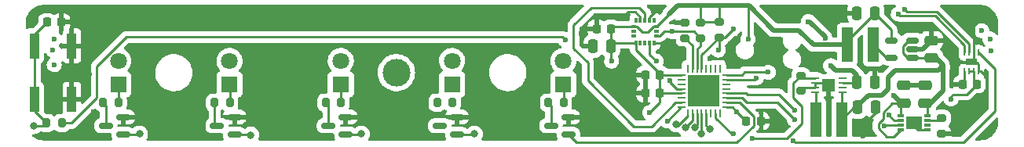
<source format=gbr>
%TF.GenerationSoftware,KiCad,Pcbnew,(6.0.7-1)-1*%
%TF.CreationDate,2022-09-24T17:28:48+02:00*%
%TF.ProjectId,Bike-lights-kicad,42696b65-2d6c-4696-9768-74732d6b6963,rev?*%
%TF.SameCoordinates,Original*%
%TF.FileFunction,Copper,L1,Top*%
%TF.FilePolarity,Positive*%
%FSLAX46Y46*%
G04 Gerber Fmt 4.6, Leading zero omitted, Abs format (unit mm)*
G04 Created by KiCad (PCBNEW (6.0.7-1)-1) date 2022-09-24 17:28:48*
%MOMM*%
%LPD*%
G01*
G04 APERTURE LIST*
G04 Aperture macros list*
%AMRoundRect*
0 Rectangle with rounded corners*
0 $1 Rounding radius*
0 $2 $3 $4 $5 $6 $7 $8 $9 X,Y pos of 4 corners*
0 Add a 4 corners polygon primitive as box body*
4,1,4,$2,$3,$4,$5,$6,$7,$8,$9,$2,$3,0*
0 Add four circle primitives for the rounded corners*
1,1,$1+$1,$2,$3*
1,1,$1+$1,$4,$5*
1,1,$1+$1,$6,$7*
1,1,$1+$1,$8,$9*
0 Add four rect primitives between the rounded corners*
20,1,$1+$1,$2,$3,$4,$5,0*
20,1,$1+$1,$4,$5,$6,$7,0*
20,1,$1+$1,$6,$7,$8,$9,0*
20,1,$1+$1,$8,$9,$2,$3,0*%
G04 Aperture macros list end*
%TA.AperFunction,SMDPad,CuDef*%
%ADD10RoundRect,0.225000X0.225000X0.250000X-0.225000X0.250000X-0.225000X-0.250000X0.225000X-0.250000X0*%
%TD*%
%TA.AperFunction,SMDPad,CuDef*%
%ADD11R,0.750000X0.300000*%
%TD*%
%TA.AperFunction,SMDPad,CuDef*%
%ADD12R,1.750000X1.450000*%
%TD*%
%TA.AperFunction,SMDPad,CuDef*%
%ADD13RoundRect,0.250000X0.475000X-0.250000X0.475000X0.250000X-0.475000X0.250000X-0.475000X-0.250000X0*%
%TD*%
%TA.AperFunction,SMDPad,CuDef*%
%ADD14RoundRect,0.150000X0.587500X0.150000X-0.587500X0.150000X-0.587500X-0.150000X0.587500X-0.150000X0*%
%TD*%
%TA.AperFunction,SMDPad,CuDef*%
%ADD15R,1.200000X3.700000*%
%TD*%
%TA.AperFunction,SMDPad,CuDef*%
%ADD16R,1.000000X2.800000*%
%TD*%
%TA.AperFunction,SMDPad,CuDef*%
%ADD17RoundRect,0.200000X-0.200000X-0.275000X0.200000X-0.275000X0.200000X0.275000X-0.200000X0.275000X0*%
%TD*%
%TA.AperFunction,SMDPad,CuDef*%
%ADD18RoundRect,0.200000X-0.275000X0.200000X-0.275000X-0.200000X0.275000X-0.200000X0.275000X0.200000X0*%
%TD*%
%TA.AperFunction,SMDPad,CuDef*%
%ADD19RoundRect,0.225000X-0.225000X-0.250000X0.225000X-0.250000X0.225000X0.250000X-0.225000X0.250000X0*%
%TD*%
%TA.AperFunction,SMDPad,CuDef*%
%ADD20RoundRect,0.200000X0.275000X-0.200000X0.275000X0.200000X-0.275000X0.200000X-0.275000X-0.200000X0*%
%TD*%
%TA.AperFunction,ComponentPad*%
%ADD21R,1.800000X1.800000*%
%TD*%
%TA.AperFunction,ComponentPad*%
%ADD22C,1.800000*%
%TD*%
%TA.AperFunction,SMDPad,CuDef*%
%ADD23RoundRect,0.250000X0.250000X0.475000X-0.250000X0.475000X-0.250000X-0.475000X0.250000X-0.475000X0*%
%TD*%
%TA.AperFunction,SMDPad,CuDef*%
%ADD24RoundRect,0.250000X-0.250000X-0.475000X0.250000X-0.475000X0.250000X0.475000X-0.250000X0.475000X0*%
%TD*%
%TA.AperFunction,ComponentPad*%
%ADD25C,3.000000*%
%TD*%
%TA.AperFunction,SMDPad,CuDef*%
%ADD26RoundRect,0.062500X0.062500X-0.287500X0.062500X0.287500X-0.062500X0.287500X-0.062500X-0.287500X0*%
%TD*%
%TA.AperFunction,SMDPad,CuDef*%
%ADD27R,1.200000X0.800000*%
%TD*%
%TA.AperFunction,SMDPad,CuDef*%
%ADD28RoundRect,0.062500X-0.375000X-0.062500X0.375000X-0.062500X0.375000X0.062500X-0.375000X0.062500X0*%
%TD*%
%TA.AperFunction,SMDPad,CuDef*%
%ADD29RoundRect,0.062500X-0.062500X-0.375000X0.062500X-0.375000X0.062500X0.375000X-0.062500X0.375000X0*%
%TD*%
%TA.AperFunction,SMDPad,CuDef*%
%ADD30R,3.450000X3.450000*%
%TD*%
%TA.AperFunction,SMDPad,CuDef*%
%ADD31RoundRect,0.087500X0.087500X-0.187500X0.087500X0.187500X-0.087500X0.187500X-0.087500X-0.187500X0*%
%TD*%
%TA.AperFunction,SMDPad,CuDef*%
%ADD32RoundRect,0.087500X0.187500X-0.087500X0.187500X0.087500X-0.187500X0.087500X-0.187500X-0.087500X0*%
%TD*%
%TA.AperFunction,SMDPad,CuDef*%
%ADD33RoundRect,0.150000X0.512500X0.150000X-0.512500X0.150000X-0.512500X-0.150000X0.512500X-0.150000X0*%
%TD*%
%TA.AperFunction,SMDPad,CuDef*%
%ADD34RoundRect,0.062500X-0.325000X-0.062500X0.325000X-0.062500X0.325000X0.062500X-0.325000X0.062500X0*%
%TD*%
%TA.AperFunction,SMDPad,CuDef*%
%ADD35R,1.400000X1.400000*%
%TD*%
%TA.AperFunction,ViaPad*%
%ADD36C,0.600000*%
%TD*%
%TA.AperFunction,ViaPad*%
%ADD37C,0.800000*%
%TD*%
%TA.AperFunction,Conductor*%
%ADD38C,0.250000*%
%TD*%
%TA.AperFunction,Conductor*%
%ADD39C,0.500000*%
%TD*%
%TA.AperFunction,Conductor*%
%ADD40C,0.254000*%
%TD*%
G04 APERTURE END LIST*
D10*
%TO.P,C8,1*%
%TO.N,+1V8*%
X68875000Y-8087500D03*
%TO.P,C8,2*%
%TO.N,GND*%
X67325000Y-8087500D03*
%TD*%
D11*
%TO.P,U2,1,VIN*%
%TO.N,/PM_CHG_5V_INPUT*%
X94850000Y-12550000D03*
%TO.P,U2,2,~{PPR}*%
%TO.N,/PM_CHG_PRESENT*%
X94850000Y-13050000D03*
%TO.P,U2,3,~{CHG}*%
%TO.N,/PM_CHG_CHARGING*%
X94850000Y-13550000D03*
%TO.P,U2,4,~{EN}*%
%TO.N,/PM_CHG_5V_INPUT*%
X94850000Y-14050000D03*
%TO.P,U2,5,GND*%
%TO.N,GND*%
X97750000Y-14050000D03*
%TO.P,U2,6,~{FAST}*%
%TO.N,unconnected-(U2-Pad6)*%
X97750000Y-13550000D03*
%TO.P,U2,7,ISET*%
%TO.N,Net-(R3-Pad2)*%
X97750000Y-13050000D03*
%TO.P,U2,8,BAT*%
%TO.N,/VBAT*%
X97750000Y-12550000D03*
D12*
%TO.P,U2,9,EPAD*%
%TO.N,GND*%
X96300000Y-13300000D03*
%TD*%
D13*
%TO.P,C2,1*%
%TO.N,/PM_CHG_5V_INPUT*%
X95200000Y-11150000D03*
%TO.P,C2,2*%
%TO.N,GND*%
X95200000Y-9250000D03*
%TD*%
D10*
%TO.P,C7,1*%
%TO.N,/VBAT*%
X103075000Y-9100000D03*
%TO.P,C7,2*%
%TO.N,GND*%
X101525000Y-9100000D03*
%TD*%
D14*
%TO.P,Q5,1,G*%
%TO.N,/D_EN4*%
X59037500Y-14550000D03*
%TO.P,Q5,2,S*%
%TO.N,GND*%
X59037500Y-12650000D03*
%TO.P,Q5,3,D*%
%TO.N,Net-(Q5-Pad3)*%
X57162500Y-13600000D03*
%TD*%
D15*
%TO.P,L2,1,1*%
%TO.N,/VBAT*%
X88500000Y-12900000D03*
%TO.P,L2,2,2*%
%TO.N,Net-(L2-Pad2)*%
X85700000Y-12900000D03*
%TD*%
D10*
%TO.P,C11,1*%
%TO.N,+1V8*%
X68875000Y-10087500D03*
%TO.P,C11,2*%
%TO.N,GND*%
X67325000Y-10087500D03*
%TD*%
D16*
%TO.P,SW1,1,1*%
%TO.N,/TUBE_BTN*%
X1500000Y-4950000D03*
X1500000Y-10750000D03*
%TO.P,SW1,2,2*%
%TO.N,GND*%
X5500000Y-10750000D03*
X5500000Y-4950000D03*
%TD*%
D17*
%TO.P,R10,1*%
%TO.N,Net-(Q3-Pad3)*%
X32875000Y-11100000D03*
%TO.P,R10,2*%
%TO.N,Net-(D3-Pad1)*%
X34525000Y-11100000D03*
%TD*%
D14*
%TO.P,Q4,1,G*%
%TO.N,/D_EN3*%
X47037500Y-14550000D03*
%TO.P,Q4,2,S*%
%TO.N,GND*%
X47037500Y-12650000D03*
%TO.P,Q4,3,D*%
%TO.N,Net-(Q4-Pad3)*%
X45162500Y-13600000D03*
%TD*%
D18*
%TO.P,R5,1*%
%TO.N,GND*%
X71600000Y-2462500D03*
%TO.P,R5,2*%
%TO.N,Net-(R5-Pad2)*%
X71600000Y-4112500D03*
%TD*%
D14*
%TO.P,Q3,1,G*%
%TO.N,/D_EN2*%
X35037500Y-14550000D03*
%TO.P,Q3,2,S*%
%TO.N,GND*%
X35037500Y-12650000D03*
%TO.P,Q3,3,D*%
%TO.N,Net-(Q3-Pad3)*%
X33162500Y-13600000D03*
%TD*%
D19*
%TO.P,C9,1*%
%TO.N,/TUBE_BTN*%
X2825000Y-2400000D03*
%TO.P,C9,2*%
%TO.N,GND*%
X4375000Y-2400000D03*
%TD*%
D13*
%TO.P,C1,1*%
%TO.N,/VBAT*%
X98200000Y-6250000D03*
%TO.P,C1,2*%
%TO.N,GND*%
X98200000Y-4350000D03*
%TD*%
D20*
%TO.P,R6,1*%
%TO.N,/I2C1_SCL*%
X75300000Y-4025000D03*
%TO.P,R6,2*%
%TO.N,+1V8*%
X75300000Y-2375000D03*
%TD*%
D21*
%TO.P,D3,1,K*%
%TO.N,Net-(D3-Pad1)*%
X34500000Y-9120000D03*
D22*
%TO.P,D3,2,A*%
%TO.N,+5V*%
X34500000Y-6580000D03*
%TD*%
D23*
%TO.P,C4,1*%
%TO.N,+1V8*%
X92050000Y-1400000D03*
%TO.P,C4,2*%
%TO.N,GND*%
X90150000Y-1400000D03*
%TD*%
D20*
%TO.P,R3,1*%
%TO.N,GND*%
X99300000Y-14425000D03*
%TO.P,R3,2*%
%TO.N,Net-(R3-Pad2)*%
X99300000Y-12775000D03*
%TD*%
D19*
%TO.P,C10,1*%
%TO.N,+1V8*%
X78225000Y-13100000D03*
%TO.P,C10,2*%
%TO.N,GND*%
X79775000Y-13100000D03*
%TD*%
D14*
%TO.P,Q1,1,G*%
%TO.N,/D_EN0*%
X11037500Y-14550000D03*
%TO.P,Q1,2,S*%
%TO.N,GND*%
X11037500Y-12650000D03*
%TO.P,Q1,3,D*%
%TO.N,Net-(Q1-Pad3)*%
X9162500Y-13600000D03*
%TD*%
D24*
%TO.P,C5,1*%
%TO.N,+5V*%
X90150000Y-8900000D03*
%TO.P,C5,2*%
%TO.N,GND*%
X92050000Y-8900000D03*
%TD*%
D21*
%TO.P,D4,1,K*%
%TO.N,Net-(D4-Pad1)*%
X46500000Y-9120000D03*
D22*
%TO.P,D4,2,A*%
%TO.N,+5V*%
X46500000Y-6580000D03*
%TD*%
D25*
%TO.P,REF\u002A\u002A,1*%
%TO.N,N/C*%
X40500000Y-7850000D03*
%TD*%
D21*
%TO.P,D5,1,K*%
%TO.N,Net-(D5-Pad1)*%
X58500000Y-9120000D03*
D22*
%TO.P,D5,2,A*%
%TO.N,+5V*%
X58500000Y-6580000D03*
%TD*%
D17*
%TO.P,R8,1*%
%TO.N,Net-(Q1-Pad3)*%
X8875000Y-11100000D03*
%TO.P,R8,2*%
%TO.N,Net-(D1-Pad1)*%
X10525000Y-11100000D03*
%TD*%
%TO.P,R9,1*%
%TO.N,Net-(Q2-Pad3)*%
X20875000Y-11100000D03*
%TO.P,R9,2*%
%TO.N,Net-(D2-Pad1)*%
X22525000Y-11100000D03*
%TD*%
D26*
%TO.P,U5,1,CTG*%
%TO.N,GND*%
X101750000Y-7700000D03*
%TO.P,U5,2,CELL*%
%TO.N,/VBAT*%
X102250000Y-7700000D03*
%TO.P,U5,3,VDD*%
X102750000Y-7700000D03*
%TO.P,U5,4,GND*%
%TO.N,GND*%
X103250000Y-7700000D03*
%TO.P,U5,5,ALRT_L*%
%TO.N,/FUEL_INT*%
X103250000Y-5700000D03*
%TO.P,U5,6,QSTRT*%
%TO.N,GND*%
X102750000Y-5700000D03*
%TO.P,U5,7,SCL*%
%TO.N,/I2C1_SCL*%
X102250000Y-5700000D03*
%TO.P,U5,8,SDA*%
%TO.N,/I2C1_SDA*%
X101750000Y-5700000D03*
D27*
%TO.P,U5,9,GND*%
%TO.N,GND*%
X102500000Y-6700000D03*
%TD*%
D17*
%TO.P,R4,1*%
%TO.N,/TUBE_BTN*%
X2775000Y-13300000D03*
%TO.P,R4,2*%
%TO.N,+1V8*%
X4425000Y-13300000D03*
%TD*%
D28*
%TO.P,U4,1,VDD*%
%TO.N,+1V8*%
X71212500Y-8100000D03*
%TO.P,U4,2,PC14*%
%TO.N,unconnected-(U4-Pad2)*%
X71212500Y-8600000D03*
%TO.P,U4,3,PC15*%
%TO.N,unconnected-(U4-Pad3)*%
X71212500Y-9100000D03*
%TO.P,U4,4,NRST*%
%TO.N,/nRST*%
X71212500Y-9600000D03*
%TO.P,U4,5,VDDA*%
%TO.N,+1V8*%
X71212500Y-10100000D03*
%TO.P,U4,6,PA0*%
%TO.N,unconnected-(U4-Pad6)*%
X71212500Y-10600000D03*
%TO.P,U4,7,PA1*%
%TO.N,/ACC_INT1*%
X71212500Y-11100000D03*
%TO.P,U4,8,PA2*%
%TO.N,/FUEL_INT*%
X71212500Y-11600000D03*
D29*
%TO.P,U4,9,PA3*%
%TO.N,/TUBE_BTN*%
X71900000Y-12287500D03*
%TO.P,U4,10,PA4*%
%TO.N,/D_EN0*%
X72400000Y-12287500D03*
%TO.P,U4,11,PA5*%
%TO.N,/D_EN1*%
X72900000Y-12287500D03*
%TO.P,U4,12,PA6*%
%TO.N,/D_EN2*%
X73400000Y-12287500D03*
%TO.P,U4,13,PA7*%
%TO.N,/D_EN3*%
X73900000Y-12287500D03*
%TO.P,U4,14,PB0*%
%TO.N,unconnected-(U4-Pad14)*%
X74400000Y-12287500D03*
%TO.P,U4,15,PB1*%
%TO.N,/PM5V_EN*%
X74900000Y-12287500D03*
%TO.P,U4,16,PB2*%
%TO.N,unconnected-(U4-Pad16)*%
X75400000Y-12287500D03*
D28*
%TO.P,U4,17,VDD*%
%TO.N,+1V8*%
X76087500Y-11600000D03*
%TO.P,U4,18,PA8*%
%TO.N,/D_EN4*%
X76087500Y-11100000D03*
%TO.P,U4,19,PA9*%
%TO.N,/PM_CHG_PRESENT*%
X76087500Y-10600000D03*
%TO.P,U4,20,PA10*%
%TO.N,/PM_CHG_CHARGING*%
X76087500Y-10100000D03*
%TO.P,U4,21,PA11*%
%TO.N,unconnected-(U4-Pad21)*%
X76087500Y-9600000D03*
%TO.P,U4,22,PA12*%
%TO.N,unconnected-(U4-Pad22)*%
X76087500Y-9100000D03*
%TO.P,U4,23,PA13*%
%TO.N,/SWDIO*%
X76087500Y-8600000D03*
%TO.P,U4,24,PA14*%
%TO.N,/SWCLK*%
X76087500Y-8100000D03*
D29*
%TO.P,U4,25,PA15*%
%TO.N,unconnected-(U4-Pad25)*%
X75400000Y-7412500D03*
%TO.P,U4,26,PB3*%
%TO.N,unconnected-(U4-Pad26)*%
X74900000Y-7412500D03*
%TO.P,U4,27,PB4*%
%TO.N,unconnected-(U4-Pad27)*%
X74400000Y-7412500D03*
%TO.P,U4,28,PB5*%
%TO.N,unconnected-(U4-Pad28)*%
X73900000Y-7412500D03*
%TO.P,U4,29,PB6*%
%TO.N,/I2C1_SCL*%
X73400000Y-7412500D03*
%TO.P,U4,30,PB7*%
%TO.N,/I2C1_SDA*%
X72900000Y-7412500D03*
%TO.P,U4,31,BOOT0*%
%TO.N,Net-(R5-Pad2)*%
X72400000Y-7412500D03*
%TO.P,U4,32,PB8*%
%TO.N,unconnected-(U4-Pad32)*%
X71900000Y-7412500D03*
D30*
%TO.P,U4,33,VSS*%
%TO.N,GND*%
X73650000Y-9850000D03*
%TD*%
D20*
%TO.P,R2,1*%
%TO.N,GND*%
X84100000Y-9825000D03*
%TO.P,R2,2*%
%TO.N,/PM5V_EN*%
X84100000Y-8175000D03*
%TD*%
D24*
%TO.P,C3,1*%
%TO.N,/VBAT*%
X90250000Y-11600000D03*
%TO.P,C3,2*%
%TO.N,GND*%
X92150000Y-11600000D03*
%TD*%
D31*
%TO.P,U6,1,VDD_IO*%
%TO.N,+1V8*%
X66300000Y-4625000D03*
%TO.P,U6,2,NC*%
%TO.N,unconnected-(U6-Pad2)*%
X66800000Y-4625000D03*
%TO.P,U6,3,NC*%
%TO.N,unconnected-(U6-Pad3)*%
X67300000Y-4625000D03*
%TO.P,U6,4,SCL/SPC*%
%TO.N,/I2C1_SCL*%
X67800000Y-4625000D03*
%TO.P,U6,5,GND*%
%TO.N,GND*%
X68300000Y-4625000D03*
D32*
%TO.P,U6,6,SDA/SDI/SDO*%
%TO.N,/I2C1_SDA*%
X68525000Y-3900000D03*
%TO.P,U6,7,SDO/SA0*%
%TO.N,unconnected-(U6-Pad7)*%
X68525000Y-3400000D03*
%TO.P,U6,8,CS*%
%TO.N,+1V8*%
X68525000Y-2900000D03*
D31*
%TO.P,U6,9,INT2*%
%TO.N,unconnected-(U6-Pad9)*%
X68300000Y-2175000D03*
%TO.P,U6,10,GND*%
%TO.N,GND*%
X67800000Y-2175000D03*
%TO.P,U6,11,INT1*%
%TO.N,/ACC_INT1*%
X67300000Y-2175000D03*
%TO.P,U6,12,GND*%
%TO.N,GND*%
X66800000Y-2175000D03*
%TO.P,U6,13,ADC3*%
%TO.N,unconnected-(U6-Pad13)*%
X66300000Y-2175000D03*
D32*
%TO.P,U6,14,VDD*%
%TO.N,+1V8*%
X66075000Y-2900000D03*
%TO.P,U6,15,ADC2*%
%TO.N,unconnected-(U6-Pad15)*%
X66075000Y-3400000D03*
%TO.P,U6,16,ADC1*%
%TO.N,unconnected-(U6-Pad16)*%
X66075000Y-3900000D03*
%TD*%
D21*
%TO.P,D1,1,K*%
%TO.N,Net-(D1-Pad1)*%
X10500000Y-9120000D03*
D22*
%TO.P,D1,2,A*%
%TO.N,+5V*%
X10500000Y-6580000D03*
%TD*%
D13*
%TO.P,C6,1*%
%TO.N,/VBAT*%
X97500000Y-11150000D03*
%TO.P,C6,2*%
%TO.N,GND*%
X97500000Y-9250000D03*
%TD*%
D17*
%TO.P,R11,1*%
%TO.N,Net-(Q4-Pad3)*%
X44875000Y-11100000D03*
%TO.P,R11,2*%
%TO.N,Net-(D4-Pad1)*%
X46525000Y-11100000D03*
%TD*%
D33*
%TO.P,U1,1,Vin*%
%TO.N,/VBAT*%
X96137500Y-6250000D03*
%TO.P,U1,2,GND*%
%TO.N,GND*%
X96137500Y-5300000D03*
%TO.P,U1,3,EN*%
%TO.N,/VBAT*%
X96137500Y-4350000D03*
%TO.P,U1,4,FB*%
%TO.N,+1V8*%
X93862500Y-4350000D03*
%TO.P,U1,5,SW*%
%TO.N,Net-(L1-Pad1)*%
X93862500Y-6250000D03*
%TD*%
D20*
%TO.P,R7,1*%
%TO.N,/I2C1_SDA*%
X73300000Y-4125000D03*
%TO.P,R7,2*%
%TO.N,+1V8*%
X73300000Y-2475000D03*
%TD*%
D34*
%TO.P,U3,1,EN*%
%TO.N,/PM5V_EN*%
X85637500Y-8450000D03*
%TO.P,U3,2,AGND*%
%TO.N,GND*%
X85637500Y-8950000D03*
%TO.P,U3,3,PGND*%
X85637500Y-9450000D03*
%TO.P,U3,4,SW*%
%TO.N,Net-(L2-Pad2)*%
X85637500Y-9950000D03*
%TO.P,U3,5,VIN*%
%TO.N,/VBAT*%
X88562500Y-9950000D03*
%TO.P,U3,6,NC*%
%TO.N,unconnected-(U3-Pad6)*%
X88562500Y-9450000D03*
%TO.P,U3,7,VOUT*%
%TO.N,+5V*%
X88562500Y-8950000D03*
%TO.P,U3,8,NC*%
%TO.N,unconnected-(U3-Pad8)*%
X88562500Y-8450000D03*
D35*
%TO.P,U3,9,GND*%
%TO.N,GND*%
X87100000Y-9200000D03*
%TD*%
D17*
%TO.P,R12,1*%
%TO.N,Net-(Q5-Pad3)*%
X56875000Y-11100000D03*
%TO.P,R12,2*%
%TO.N,Net-(D5-Pad1)*%
X58525000Y-11100000D03*
%TD*%
D10*
%TO.P,C13,1*%
%TO.N,+1V8*%
X63625000Y-3100000D03*
%TO.P,C13,2*%
%TO.N,GND*%
X62075000Y-3100000D03*
%TD*%
D14*
%TO.P,Q2,1,G*%
%TO.N,/D_EN1*%
X23037500Y-14550000D03*
%TO.P,Q2,2,S*%
%TO.N,GND*%
X23037500Y-12650000D03*
%TO.P,Q2,3,D*%
%TO.N,Net-(Q2-Pad3)*%
X21162500Y-13600000D03*
%TD*%
D15*
%TO.P,L1,1,1*%
%TO.N,Net-(L1-Pad1)*%
X91900000Y-4800000D03*
%TO.P,L1,2,2*%
%TO.N,+1V8*%
X89100000Y-4800000D03*
%TD*%
D23*
%TO.P,C12,1*%
%TO.N,+1V8*%
X63600000Y-5000000D03*
%TO.P,C12,2*%
%TO.N,GND*%
X61700000Y-5000000D03*
%TD*%
D21*
%TO.P,D2,1,K*%
%TO.N,Net-(D2-Pad1)*%
X22500000Y-9120000D03*
D22*
%TO.P,D2,2,A*%
%TO.N,+5V*%
X22500000Y-6580000D03*
%TD*%
D36*
%TO.N,GND*%
X87100000Y-1300000D03*
%TO.N,/PM_CHG_5V_INPUT*%
X3600000Y-4200000D03*
X3469106Y-5398936D03*
X3600000Y-7000000D03*
%TO.N,GND*%
X3600000Y-9400000D03*
X3700000Y-10500000D03*
X3600000Y-11600000D03*
X102800000Y-10900000D03*
X101600000Y-11200000D03*
X102200000Y-12100000D03*
X103400000Y-11800000D03*
X103800000Y-10600000D03*
%TO.N,/VBAT*%
X103600000Y-3300000D03*
X104500000Y-4200000D03*
X104600000Y-5500000D03*
%TO.N,GND*%
X99900000Y-4700000D03*
X97500000Y-9300000D03*
X90800000Y-14700000D03*
X87200000Y-9200000D03*
X71600000Y-2400000D03*
X63000000Y-1700000D03*
X68900000Y-1000000D03*
X61900000Y-12400000D03*
X57000000Y-2800000D03*
X57400000Y-4900000D03*
X73700000Y-9800000D03*
X81500000Y-13200000D03*
X96300000Y-13600000D03*
X85700000Y-6300000D03*
X7100000Y-14300000D03*
X5600000Y-1100000D03*
X9100000Y-3500000D03*
X7400000Y-8000000D03*
X7800000Y-12100000D03*
X18800000Y-11700000D03*
X30800000Y-10900000D03*
X43100000Y-10800000D03*
X54900000Y-11900000D03*
X101100000Y-1300000D03*
X96900000Y-2900000D03*
X99400000Y-11400000D03*
X101900000Y-13900000D03*
X104300000Y-14300000D03*
X92700000Y-7600000D03*
X70000000Y-4900000D03*
X74300000Y-6300000D03*
X66000000Y-12200000D03*
X65600000Y-6600000D03*
X65900000Y-9300000D03*
X60400000Y-3600000D03*
%TO.N,+1V8*%
X63700000Y-6600000D03*
X58700000Y-4300000D03*
%TO.N,/PM_CHG_5V_INPUT*%
X84900000Y-2325500D03*
X86700000Y-4100000D03*
%TO.N,/VBAT*%
X99400000Y-7200000D03*
%TO.N,+1V8*%
X78400000Y-4200000D03*
%TO.N,/VBAT*%
X100300000Y-10700000D03*
%TO.N,/PM_CHG_5V_INPUT*%
X94100000Y-10300000D03*
%TO.N,+1V8*%
X77212500Y-12087500D03*
X67800000Y-12175500D03*
%TO.N,+5V*%
X87300000Y-7100000D03*
D37*
%TO.N,/TUBE_BTN*%
X70685558Y-13425500D03*
X1400000Y-13600000D03*
D36*
%TO.N,/SWDIO*%
X79300000Y-8424500D03*
%TO.N,/nRST*%
X70000000Y-8712000D03*
%TO.N,/SWCLK*%
X80600000Y-7800000D03*
D37*
%TO.N,/D_EN0*%
X12800000Y-14500000D03*
X71659025Y-13800000D03*
%TO.N,/D_EN1*%
X72658528Y-13800000D03*
X24800000Y-14600000D03*
%TO.N,/D_EN2*%
X73383028Y-14492374D03*
X36700000Y-14500000D03*
%TO.N,/D_EN3*%
X74300000Y-14000000D03*
X48900000Y-14500000D03*
D36*
%TO.N,/PM5V_EN*%
X76800000Y-14500000D03*
X78900000Y-15000000D03*
%TO.N,/I2C1_SCL*%
X95300000Y-1000000D03*
X68500000Y-6600000D03*
X76800000Y-3100000D03*
X75200000Y-5400000D03*
%TO.N,/I2C1_SDA*%
X94600000Y-1500000D03*
X70212500Y-3387500D03*
%TO.N,/PM_CHG_PRESENT*%
X93600000Y-12400000D03*
X83400000Y-12900000D03*
%TO.N,/PM_CHG_CHARGING*%
X83400000Y-11900000D03*
X93102667Y-13616004D03*
%TO.N,/FUEL_INT*%
X83300000Y-15200000D03*
X69700000Y-13075500D03*
%TD*%
D38*
%TO.N,GND*%
X101750000Y-7700000D02*
X101750000Y-8875000D01*
%TO.N,/VBAT*%
X100300000Y-10700000D02*
X100300000Y-10400000D01*
X100500000Y-10200000D02*
X101975000Y-10200000D01*
X100300000Y-10400000D02*
X100500000Y-10200000D01*
X101975000Y-10200000D02*
X103075000Y-9100000D01*
%TO.N,GND*%
X103500000Y-7700000D02*
X104100000Y-8300000D01*
X103250000Y-7700000D02*
X103500000Y-7700000D01*
X104100000Y-8300000D02*
X104100000Y-10300000D01*
X104100000Y-10300000D02*
X103800000Y-10600000D01*
%TO.N,/TUBE_BTN*%
X1500000Y-10750000D02*
X1500000Y-4950000D01*
%TO.N,/I2C1_SCL*%
X76800000Y-3100000D02*
X75875000Y-4025000D01*
X75875000Y-4025000D02*
X75300000Y-4025000D01*
D39*
%TO.N,/PM_CHG_5V_INPUT*%
X86700000Y-4000000D02*
X86700000Y-4100000D01*
X84900000Y-2325500D02*
X85025500Y-2325500D01*
X85025500Y-2325500D02*
X86700000Y-4000000D01*
%TO.N,+1V8*%
X83850000Y-3250000D02*
X85450000Y-4850000D01*
X83850000Y-3250000D02*
X81150000Y-3250000D01*
X81150000Y-3250000D02*
X78500000Y-600000D01*
X78500000Y-600000D02*
X70800000Y-600000D01*
D38*
%TO.N,GND*%
X103250000Y-7700000D02*
X103250000Y-6950000D01*
X103250000Y-6950000D02*
X103100000Y-6800000D01*
X102750000Y-5700000D02*
X102750000Y-2950000D01*
X102750000Y-2950000D02*
X101100000Y-1300000D01*
X102750000Y-5700000D02*
X102750000Y-6450000D01*
D39*
X96137500Y-5300000D02*
X97250000Y-5300000D01*
X97250000Y-5300000D02*
X98200000Y-4350000D01*
%TO.N,/VBAT*%
X99400000Y-7200000D02*
X99300000Y-7200000D01*
X99300000Y-7200000D02*
X98900000Y-7600000D01*
X98900000Y-7600000D02*
X94300000Y-7600000D01*
X93500000Y-8400000D02*
X93500000Y-9600000D01*
X93500000Y-9600000D02*
X92800000Y-10300000D01*
X94300000Y-7600000D02*
X93500000Y-8400000D01*
X92800000Y-10300000D02*
X91400000Y-10300000D01*
X91400000Y-10300000D02*
X90250000Y-11450000D01*
D38*
%TO.N,GND*%
X97750000Y-14050000D02*
X96750000Y-14050000D01*
X96750000Y-14050000D02*
X96300000Y-13600000D01*
X92150000Y-12150000D02*
X90800000Y-13500000D01*
X90800000Y-13500000D02*
X90800000Y-14700000D01*
X85637500Y-8950000D02*
X86950000Y-8950000D01*
X85637500Y-8950000D02*
X85637500Y-9450000D01*
X85637500Y-9450000D02*
X84475000Y-9450000D01*
X84475000Y-9450000D02*
X84100000Y-9825000D01*
%TO.N,/I2C1_SCL*%
X68500000Y-6600000D02*
X67800000Y-5900000D01*
X67800000Y-5900000D02*
X67800000Y-4625000D01*
%TO.N,GND*%
X68900000Y-1000000D02*
X68616637Y-1000000D01*
X68616637Y-1000000D02*
X67800000Y-1816637D01*
X67800000Y-1816637D02*
X67800000Y-2175000D01*
%TO.N,+1V8*%
X66075000Y-2900000D02*
X66433363Y-2900000D01*
X67566637Y-3500000D02*
X68166637Y-2900000D01*
X68166637Y-2900000D02*
X68525000Y-2900000D01*
X66433363Y-2900000D02*
X67033363Y-3500000D01*
X67033363Y-3500000D02*
X67566637Y-3500000D01*
%TO.N,GND*%
X66800000Y-2175000D02*
X66800000Y-1816637D01*
X66800000Y-1816637D02*
X66235363Y-1252000D01*
X65448000Y-1252000D02*
X65000000Y-1700000D01*
X66235363Y-1252000D02*
X65448000Y-1252000D01*
X68300000Y-4625000D02*
X69725000Y-4625000D01*
X69725000Y-4625000D02*
X70000000Y-4900000D01*
%TO.N,/nRST*%
X70726992Y-9600000D02*
X71212500Y-9600000D01*
X70000000Y-8712000D02*
X70000000Y-8873008D01*
X70000000Y-8873008D02*
X70726992Y-9600000D01*
%TO.N,/ACC_INT1*%
X71212500Y-11100000D02*
X70600000Y-11100000D01*
X68000000Y-13700000D02*
X66100000Y-13700000D01*
X70600000Y-11100000D02*
X68000000Y-13700000D01*
X66100000Y-13700000D02*
X61150000Y-8750000D01*
X61150000Y-8750000D02*
X61150000Y-6750000D01*
%TO.N,+1V8*%
X67800000Y-12175500D02*
X68875000Y-11100500D01*
X68875000Y-11100500D02*
X68875000Y-10087500D01*
%TO.N,/FUEL_INT*%
X69700000Y-13075500D02*
X71175500Y-11600000D01*
%TO.N,/SWDIO*%
X79300000Y-8424500D02*
X79124500Y-8600000D01*
X79124500Y-8600000D02*
X76087500Y-8600000D01*
%TO.N,/SWCLK*%
X80600000Y-7800000D02*
X78036396Y-7800000D01*
X78036396Y-7800000D02*
X77736396Y-8100000D01*
X77736396Y-8100000D02*
X76087500Y-8100000D01*
%TO.N,/PM_CHG_5V_INPUT*%
X94850000Y-14050000D02*
X94124500Y-14775500D01*
X94124500Y-14775500D02*
X93378279Y-14775500D01*
X93378279Y-14775500D02*
X92477667Y-13874888D01*
X92975000Y-12859787D02*
X92975000Y-12141116D01*
X92477667Y-13874888D02*
X92477667Y-13357120D01*
X92477667Y-13357120D02*
X92975000Y-12859787D01*
X92975000Y-12141116D02*
X93966116Y-11150000D01*
X93966116Y-11150000D02*
X95200000Y-11150000D01*
%TO.N,+1V8*%
X78400000Y-4200000D02*
X78400000Y-700000D01*
X78400000Y-700000D02*
X78449500Y-650500D01*
X78449500Y-650500D02*
X76850500Y-650500D01*
X75300000Y-2375000D02*
X75300000Y-650500D01*
X75300000Y-650500D02*
X76850500Y-650500D01*
D40*
X73300000Y-600000D02*
X73300000Y-2475000D01*
D39*
X89050000Y-4850000D02*
X85450000Y-4850000D01*
X70800000Y-600000D02*
X69900000Y-1500000D01*
D40*
%TO.N,/ACC_INT1*%
X59600000Y-2700000D02*
X61500000Y-800000D01*
X66700000Y-800000D02*
X67300000Y-1400000D01*
X61500000Y-800000D02*
X66700000Y-800000D01*
X67300000Y-1400000D02*
X67300000Y-1900000D01*
X59600000Y-5200000D02*
X59600000Y-2700000D01*
X61150000Y-6750000D02*
X59600000Y-5200000D01*
D38*
%TO.N,+1V8*%
X63600000Y-5000000D02*
X63600000Y-6500000D01*
X63600000Y-6500000D02*
X63700000Y-6600000D01*
X8200000Y-10600000D02*
X8200000Y-7147588D01*
X4425000Y-13300000D02*
X5500000Y-13300000D01*
X11347588Y-4000000D02*
X58400000Y-4000000D01*
X5500000Y-13300000D02*
X8200000Y-10600000D01*
X8200000Y-7147588D02*
X11347588Y-4000000D01*
X58400000Y-4000000D02*
X58700000Y-4300000D01*
D39*
%TO.N,/PM_CHG_5V_INPUT*%
X94100000Y-10300000D02*
X94950000Y-11150000D01*
%TO.N,/VBAT*%
X99400000Y-7200000D02*
X99400000Y-7000000D01*
X99400000Y-7000000D02*
X98650000Y-6250000D01*
X99400000Y-9800000D02*
X99400000Y-7200000D01*
D38*
X95753249Y-4350000D02*
X95150000Y-4953249D01*
X95150000Y-4953249D02*
X95150000Y-5750000D01*
X95150000Y-5750000D02*
X95650000Y-6250000D01*
%TO.N,+1V8*%
X93862500Y-4350000D02*
X93862500Y-3212500D01*
X92050000Y-1400000D02*
X93862500Y-3212500D01*
%TO.N,Net-(L1-Pad1)*%
X91900000Y-4800000D02*
X93350000Y-6250000D01*
%TO.N,/VBAT*%
X102250000Y-7700000D02*
X102750000Y-7700000D01*
D39*
%TO.N,+5V*%
X89600000Y-7600000D02*
X90150000Y-8150000D01*
X90150000Y-8150000D02*
X90150000Y-8900000D01*
X87300000Y-7100000D02*
X87800000Y-7600000D01*
X87800000Y-7600000D02*
X89600000Y-7600000D01*
D38*
X88562500Y-8950000D02*
X90100000Y-8950000D01*
%TO.N,/VBAT*%
X89800000Y-11600000D02*
X88500000Y-12900000D01*
X88500000Y-12900000D02*
X88500000Y-10012500D01*
D39*
X97500000Y-11150000D02*
X98050000Y-11150000D01*
X98050000Y-11150000D02*
X99400000Y-9800000D01*
D38*
X97750000Y-12550000D02*
X97750000Y-11400000D01*
X95550000Y-6250000D02*
X96137500Y-6250000D01*
X88500000Y-10012500D02*
X88562500Y-9950000D01*
X98200000Y-6250000D02*
X96137500Y-6250000D01*
X90250000Y-11600000D02*
X89800000Y-11600000D01*
%TO.N,/PM_CHG_5V_INPUT*%
X94850000Y-12550000D02*
X94850000Y-11500000D01*
%TO.N,+1V8*%
X71200000Y-8087500D02*
X71212500Y-8100000D01*
X68875000Y-10087500D02*
X71200000Y-10087500D01*
D40*
X63827000Y-2898000D02*
X66075000Y-2898000D01*
D38*
X66300000Y-5383884D02*
X68875000Y-7958884D01*
X63625000Y-3100000D02*
X63625000Y-4975000D01*
X75300000Y-2375000D02*
X73400000Y-2375000D01*
X78225000Y-13100000D02*
X77212500Y-12087500D01*
X68875000Y-8087500D02*
X68875000Y-10087500D01*
X77212500Y-12087500D02*
X76725000Y-11600000D01*
D40*
X68525000Y-2875000D02*
X69900000Y-1500000D01*
X63975000Y-4625000D02*
X66298000Y-4625000D01*
D38*
X76725000Y-11600000D02*
X76087500Y-11600000D01*
X66300000Y-4625000D02*
X66300000Y-5383884D01*
X71200000Y-10087500D02*
X71212500Y-10100000D01*
X68875000Y-8087500D02*
X71200000Y-8087500D01*
X89100000Y-4800000D02*
X85700000Y-4800000D01*
X92050000Y-1450000D02*
X89100000Y-4400000D01*
%TO.N,/VBAT*%
X102750000Y-7700000D02*
X102750000Y-8775000D01*
X102750000Y-8775000D02*
X103075000Y-9100000D01*
%TO.N,/TUBE_BTN*%
X1500000Y-3725000D02*
X2825000Y-2400000D01*
X70685558Y-13485558D02*
X70685558Y-13425500D01*
X1400000Y-13600000D02*
X2475000Y-13600000D01*
X1500000Y-12025000D02*
X2775000Y-13300000D01*
X2475000Y-13600000D02*
X2775000Y-13300000D01*
X70800000Y-13600000D02*
X70685558Y-13485558D01*
X71900000Y-12500000D02*
X70800000Y-13600000D01*
%TO.N,Net-(D1-Pad1)*%
X10525000Y-11100000D02*
X10525000Y-9145000D01*
%TO.N,Net-(D2-Pad1)*%
X22525000Y-11100000D02*
X22525000Y-9145000D01*
%TO.N,Net-(D3-Pad1)*%
X34500000Y-9120000D02*
X34500000Y-11075000D01*
%TO.N,Net-(D5-Pad1)*%
X58525000Y-11100000D02*
X58525000Y-9145000D01*
%TO.N,Net-(L2-Pad2)*%
X85637500Y-9950000D02*
X85700000Y-10012500D01*
X85700000Y-10012500D02*
X85700000Y-12900000D01*
%TO.N,/D_EN0*%
X71659025Y-13800000D02*
X71659025Y-13774198D01*
X71659025Y-13774198D02*
X72400000Y-13033223D01*
X72400000Y-13033223D02*
X72400000Y-12287500D01*
X12750000Y-14550000D02*
X12800000Y-14500000D01*
X11037500Y-14550000D02*
X12750000Y-14550000D01*
%TO.N,Net-(Q1-Pad3)*%
X9162500Y-11387500D02*
X8875000Y-11100000D01*
X9162500Y-13600000D02*
X9162500Y-11387500D01*
%TO.N,/D_EN1*%
X24750000Y-14550000D02*
X24800000Y-14600000D01*
X72658528Y-13800000D02*
X72900000Y-13558528D01*
X23037500Y-14550000D02*
X24750000Y-14550000D01*
X72900000Y-13558528D02*
X72900000Y-12287500D01*
%TO.N,Net-(Q2-Pad3)*%
X20875000Y-13312500D02*
X21162500Y-13600000D01*
X20875000Y-11100000D02*
X20875000Y-13312500D01*
%TO.N,/D_EN2*%
X73383028Y-14492374D02*
X73383028Y-13217167D01*
X73400000Y-13200195D02*
X73400000Y-12287500D01*
X36650000Y-14550000D02*
X36700000Y-14500000D01*
X35037500Y-14550000D02*
X36650000Y-14550000D01*
X73383028Y-13217167D02*
X73400000Y-13200195D01*
%TO.N,Net-(Q3-Pad3)*%
X33162500Y-11387500D02*
X32875000Y-11100000D01*
X33162500Y-13600000D02*
X33162500Y-11387500D01*
%TO.N,/D_EN3*%
X74300000Y-14000000D02*
X73900000Y-13600000D01*
X73900000Y-13600000D02*
X73900000Y-12287500D01*
X48850000Y-14550000D02*
X48900000Y-14500000D01*
X47037500Y-14550000D02*
X48850000Y-14550000D01*
%TO.N,/D_EN4*%
X79000000Y-13577817D02*
X79000000Y-12600000D01*
X77500000Y-11100000D02*
X76087500Y-11100000D01*
X59037500Y-14550000D02*
X59887500Y-15400000D01*
X59887500Y-15400000D02*
X77177817Y-15400000D01*
X79000000Y-12600000D02*
X77500000Y-11100000D01*
X77177817Y-15400000D02*
X79000000Y-13577817D01*
%TO.N,Net-(Q5-Pad3)*%
X57162500Y-11387500D02*
X57162500Y-13600000D01*
X56875000Y-11100000D02*
X57162500Y-11387500D01*
%TO.N,/PM5V_EN*%
X74900000Y-12773008D02*
X74900000Y-12287500D01*
X84200000Y-11500000D02*
X84200000Y-13400000D01*
X85637500Y-8450000D02*
X84375000Y-8450000D01*
X84100000Y-8175000D02*
X83300000Y-8975000D01*
X76626992Y-14500000D02*
X74900000Y-12773008D01*
X76800000Y-14500000D02*
X76626992Y-14500000D01*
X84375000Y-8450000D02*
X84100000Y-8175000D01*
X82600000Y-15000000D02*
X84200000Y-13400000D01*
X83300000Y-8975000D02*
X83300000Y-10600000D01*
X83300000Y-10600000D02*
X84200000Y-11500000D01*
X82600000Y-15000000D02*
X78900000Y-15000000D01*
%TO.N,Net-(R3-Pad2)*%
X99200000Y-13050000D02*
X97750000Y-13050000D01*
%TO.N,Net-(R5-Pad2)*%
X72400000Y-4912500D02*
X71600000Y-4112500D01*
X72400000Y-7412500D02*
X72400000Y-4912500D01*
%TO.N,/I2C1_SCL*%
X102250000Y-5700000D02*
X102250000Y-4725431D01*
X95550000Y-1250000D02*
X95300000Y-1000000D01*
X75300000Y-4025000D02*
X75300000Y-5300000D01*
X75300000Y-5300000D02*
X75200000Y-5400000D01*
X98774569Y-1250000D02*
X95550000Y-1250000D01*
X73400000Y-5925000D02*
X75300000Y-4025000D01*
X73400000Y-5925000D02*
X73400000Y-7412500D01*
X102250000Y-4725431D02*
X98774569Y-1250000D01*
%TO.N,/I2C1_SDA*%
X73300000Y-4900000D02*
X72900000Y-5300000D01*
X68883363Y-3900000D02*
X68525000Y-3900000D01*
X73300000Y-4125000D02*
X73300000Y-4900000D01*
X70212500Y-3387500D02*
X69395863Y-3387500D01*
X94800000Y-1700000D02*
X98588173Y-1700000D01*
X72900000Y-5300000D02*
X72900000Y-7412500D01*
X101750000Y-5700000D02*
X101750000Y-4861827D01*
X69395863Y-3387500D02*
X68883363Y-3900000D01*
X101750000Y-4861827D02*
X98588173Y-1700000D01*
X73300000Y-4125000D02*
X72562500Y-3387500D01*
X94800000Y-1700000D02*
X94600000Y-1500000D01*
X72562500Y-3387500D02*
X70212500Y-3387500D01*
%TO.N,/PM_CHG_PRESENT*%
X93600000Y-12400000D02*
X93600000Y-12500000D01*
X77800000Y-10600000D02*
X76087500Y-10600000D01*
X93600000Y-12500000D02*
X94150000Y-13050000D01*
X94150000Y-13050000D02*
X94850000Y-13050000D01*
X83400000Y-12900000D02*
X81600000Y-11100000D01*
X81600000Y-11100000D02*
X78300000Y-11100000D01*
X78300000Y-11100000D02*
X77800000Y-10600000D01*
%TO.N,/PM_CHG_CHARGING*%
X81725000Y-10225000D02*
X78341116Y-10225000D01*
X78341116Y-10225000D02*
X78216116Y-10100000D01*
X93168671Y-13550000D02*
X93102667Y-13616004D01*
X83400000Y-11900000D02*
X81725000Y-10225000D01*
X94850000Y-13550000D02*
X93168671Y-13550000D01*
X78216116Y-10100000D02*
X76087500Y-10100000D01*
%TO.N,/FUEL_INT*%
X83500000Y-15400000D02*
X101600000Y-15400000D01*
X83300000Y-15200000D02*
X83500000Y-15400000D01*
X101600000Y-15400000D02*
X105000000Y-12000000D01*
X105000000Y-12000000D02*
X105000000Y-7450000D01*
X105000000Y-7450000D02*
X103250000Y-5700000D01*
%TD*%
%TA.AperFunction,Conductor*%
%TO.N,GND*%
G36*
X57953834Y-4653502D02*
G01*
X57993489Y-4694229D01*
X58029010Y-4752881D01*
X58055380Y-4796424D01*
X58060269Y-4801487D01*
X58060270Y-4801488D01*
X58116153Y-4859356D01*
X58181382Y-4926902D01*
X58187276Y-4930759D01*
X58193057Y-4934542D01*
X58248935Y-4971108D01*
X58294983Y-5025144D01*
X58304507Y-5095498D01*
X58274483Y-5159834D01*
X58214442Y-5197724D01*
X58199002Y-5201089D01*
X58188471Y-5202701D01*
X58172464Y-5205150D01*
X57952314Y-5277106D01*
X57947726Y-5279494D01*
X57947722Y-5279496D01*
X57763185Y-5375560D01*
X57746872Y-5384052D01*
X57742739Y-5387155D01*
X57742736Y-5387157D01*
X57603923Y-5491381D01*
X57561655Y-5523117D01*
X57527027Y-5559353D01*
X57421459Y-5669824D01*
X57401639Y-5690564D01*
X57398725Y-5694836D01*
X57398724Y-5694837D01*
X57368009Y-5739864D01*
X57271119Y-5881899D01*
X57173602Y-6091981D01*
X57111707Y-6315169D01*
X57087095Y-6545469D01*
X57087392Y-6550622D01*
X57087392Y-6550625D01*
X57099552Y-6761521D01*
X57100427Y-6776697D01*
X57101564Y-6781743D01*
X57101565Y-6781749D01*
X57125577Y-6888297D01*
X57151346Y-7002642D01*
X57153288Y-7007424D01*
X57153289Y-7007428D01*
X57235107Y-7208920D01*
X57238484Y-7217237D01*
X57288769Y-7299294D01*
X57353159Y-7404369D01*
X57359501Y-7414719D01*
X57363599Y-7419450D01*
X57471304Y-7543788D01*
X57500786Y-7608373D01*
X57490671Y-7678646D01*
X57444170Y-7732294D01*
X57420296Y-7744267D01*
X57376817Y-7760567D01*
X57353295Y-7769385D01*
X57236739Y-7856739D01*
X57149385Y-7973295D01*
X57098255Y-8109684D01*
X57091500Y-8171866D01*
X57091500Y-9990500D01*
X57071498Y-10058621D01*
X57017842Y-10105114D01*
X56965500Y-10116500D01*
X56628648Y-10116501D01*
X56618366Y-10116501D01*
X56615508Y-10116764D01*
X56615499Y-10116764D01*
X56579996Y-10120026D01*
X56544938Y-10123247D01*
X56538560Y-10125246D01*
X56538559Y-10125246D01*
X56388550Y-10172256D01*
X56388548Y-10172257D01*
X56381301Y-10174528D01*
X56234619Y-10263361D01*
X56113361Y-10384619D01*
X56024528Y-10531301D01*
X55973247Y-10694938D01*
X55966500Y-10768365D01*
X55966501Y-11431634D01*
X55966764Y-11434492D01*
X55966764Y-11434501D01*
X55970026Y-11470004D01*
X55973247Y-11505062D01*
X55975246Y-11511440D01*
X55975246Y-11511441D01*
X56016697Y-11643709D01*
X56024528Y-11668699D01*
X56113361Y-11815381D01*
X56234619Y-11936639D01*
X56381301Y-12025472D01*
X56388548Y-12027743D01*
X56388550Y-12027744D01*
X56440679Y-12044080D01*
X56499701Y-12083537D01*
X56528021Y-12148641D01*
X56529000Y-12164314D01*
X56529000Y-12683033D01*
X56508998Y-12751154D01*
X56455342Y-12797647D01*
X56438152Y-12804030D01*
X56319014Y-12838642D01*
X56319009Y-12838644D01*
X56311399Y-12840855D01*
X56285513Y-12856164D01*
X56175020Y-12921509D01*
X56175017Y-12921511D01*
X56168193Y-12925547D01*
X56050547Y-13043193D01*
X56046511Y-13050017D01*
X56046509Y-13050020D01*
X56010182Y-13111446D01*
X55965855Y-13186399D01*
X55963644Y-13194010D01*
X55963643Y-13194012D01*
X55961140Y-13202627D01*
X55919438Y-13346169D01*
X55918934Y-13352574D01*
X55918933Y-13352579D01*
X55917396Y-13372115D01*
X55916500Y-13383498D01*
X55916500Y-13816502D01*
X55916693Y-13818950D01*
X55916693Y-13818958D01*
X55918394Y-13840565D01*
X55919438Y-13853831D01*
X55944111Y-13938757D01*
X55961904Y-14000000D01*
X55965855Y-14013601D01*
X55970087Y-14020757D01*
X56046509Y-14149980D01*
X56046511Y-14149983D01*
X56050547Y-14156807D01*
X56168193Y-14274453D01*
X56175017Y-14278489D01*
X56175020Y-14278491D01*
X56268881Y-14334000D01*
X56311399Y-14359145D01*
X56319010Y-14361356D01*
X56319012Y-14361357D01*
X56336715Y-14366500D01*
X56471169Y-14405562D01*
X56477574Y-14406066D01*
X56477579Y-14406067D01*
X56506042Y-14408307D01*
X56506050Y-14408307D01*
X56508498Y-14408500D01*
X57665500Y-14408500D01*
X57733621Y-14428502D01*
X57780114Y-14482158D01*
X57791500Y-14534500D01*
X57791500Y-14766502D01*
X57791693Y-14768950D01*
X57791693Y-14768958D01*
X57793838Y-14796206D01*
X57794438Y-14803831D01*
X57823472Y-14903769D01*
X57828218Y-14920102D01*
X57840855Y-14963601D01*
X57863188Y-15001363D01*
X57880646Y-15070178D01*
X57858129Y-15137509D01*
X57802784Y-15181978D01*
X57754733Y-15191500D01*
X49768045Y-15191500D01*
X49699924Y-15171498D01*
X49653431Y-15117842D01*
X49643327Y-15047568D01*
X49658926Y-15002500D01*
X49670192Y-14982988D01*
X49734527Y-14871556D01*
X49793542Y-14689928D01*
X49809317Y-14539842D01*
X49812814Y-14506565D01*
X49813504Y-14500000D01*
X49803867Y-14408307D01*
X49794232Y-14316634D01*
X49794231Y-14316631D01*
X49793542Y-14310072D01*
X49734527Y-14128444D01*
X49708101Y-14082672D01*
X49697314Y-14063990D01*
X49639040Y-13963056D01*
X49614411Y-13935702D01*
X49515675Y-13826045D01*
X49515671Y-13826041D01*
X49511253Y-13821134D01*
X49375655Y-13722616D01*
X49362094Y-13712763D01*
X49362093Y-13712762D01*
X49356752Y-13708882D01*
X49350724Y-13706198D01*
X49350722Y-13706197D01*
X49188319Y-13633891D01*
X49188318Y-13633891D01*
X49182288Y-13631206D01*
X49073852Y-13608157D01*
X49001944Y-13592872D01*
X49001939Y-13592872D01*
X48995487Y-13591500D01*
X48804513Y-13591500D01*
X48798061Y-13592872D01*
X48798056Y-13592872D01*
X48726148Y-13608157D01*
X48617712Y-13631206D01*
X48611682Y-13633891D01*
X48611681Y-13633891D01*
X48449278Y-13706197D01*
X48449276Y-13706198D01*
X48443248Y-13708882D01*
X48437907Y-13712762D01*
X48437906Y-13712763D01*
X48424345Y-13722616D01*
X48288747Y-13821134D01*
X48284329Y-13826041D01*
X48284325Y-13826045D01*
X48283422Y-13827048D01*
X48244155Y-13870659D01*
X48240417Y-13874810D01*
X48179971Y-13912050D01*
X48146781Y-13916500D01*
X48124950Y-13916500D01*
X48056829Y-13896498D01*
X48043729Y-13885941D01*
X48043675Y-13886011D01*
X48037415Y-13881155D01*
X48031807Y-13875547D01*
X48024983Y-13871511D01*
X48024980Y-13871509D01*
X47912859Y-13805201D01*
X47888601Y-13790855D01*
X47880990Y-13788644D01*
X47880988Y-13788643D01*
X47812435Y-13768727D01*
X47728831Y-13744438D01*
X47722426Y-13743934D01*
X47722421Y-13743933D01*
X47693958Y-13741693D01*
X47693950Y-13741693D01*
X47691502Y-13741500D01*
X46534500Y-13741500D01*
X46466379Y-13721498D01*
X46419886Y-13667842D01*
X46408500Y-13615500D01*
X46408500Y-13584000D01*
X46428502Y-13515879D01*
X46482158Y-13469386D01*
X46534500Y-13458000D01*
X46765385Y-13458000D01*
X46780624Y-13453525D01*
X46781829Y-13452135D01*
X46783500Y-13444452D01*
X46783500Y-13439884D01*
X47291500Y-13439884D01*
X47295975Y-13455123D01*
X47297365Y-13456328D01*
X47305048Y-13457999D01*
X47688984Y-13457999D01*
X47693920Y-13457805D01*
X47722336Y-13455570D01*
X47734931Y-13453270D01*
X47880790Y-13410893D01*
X47895221Y-13404648D01*
X48024678Y-13328089D01*
X48037104Y-13318449D01*
X48143449Y-13212104D01*
X48153089Y-13199678D01*
X48229648Y-13070221D01*
X48235893Y-13055790D01*
X48274939Y-12921395D01*
X48274899Y-12907294D01*
X48267630Y-12904000D01*
X47309615Y-12904000D01*
X47294376Y-12908475D01*
X47293171Y-12909865D01*
X47291500Y-12917548D01*
X47291500Y-13439884D01*
X46783500Y-13439884D01*
X46783500Y-12922115D01*
X46779025Y-12906876D01*
X46777635Y-12905671D01*
X46769952Y-12904000D01*
X46154842Y-12904000D01*
X46090703Y-12886453D01*
X46039487Y-12856164D01*
X46013601Y-12840855D01*
X46005990Y-12838644D01*
X46005988Y-12838643D01*
X45951444Y-12822797D01*
X45853831Y-12794438D01*
X45847426Y-12793934D01*
X45847421Y-12793933D01*
X45818958Y-12791693D01*
X45818950Y-12791693D01*
X45816502Y-12791500D01*
X44508498Y-12791500D01*
X44506050Y-12791693D01*
X44506042Y-12791693D01*
X44477579Y-12793933D01*
X44477574Y-12793934D01*
X44471169Y-12794438D01*
X44373556Y-12822797D01*
X44319012Y-12838643D01*
X44319010Y-12838644D01*
X44311399Y-12840855D01*
X44285513Y-12856164D01*
X44175020Y-12921509D01*
X44175017Y-12921511D01*
X44168193Y-12925547D01*
X44050547Y-13043193D01*
X44046511Y-13050017D01*
X44046509Y-13050020D01*
X44010182Y-13111446D01*
X43965855Y-13186399D01*
X43963644Y-13194010D01*
X43963643Y-13194012D01*
X43961140Y-13202627D01*
X43919438Y-13346169D01*
X43918934Y-13352574D01*
X43918933Y-13352579D01*
X43917396Y-13372115D01*
X43916500Y-13383498D01*
X43916500Y-13816502D01*
X43916693Y-13818950D01*
X43916693Y-13818958D01*
X43918394Y-13840565D01*
X43919438Y-13853831D01*
X43944111Y-13938757D01*
X43961904Y-14000000D01*
X43965855Y-14013601D01*
X43970087Y-14020757D01*
X44046509Y-14149980D01*
X44046511Y-14149983D01*
X44050547Y-14156807D01*
X44168193Y-14274453D01*
X44175017Y-14278489D01*
X44175020Y-14278491D01*
X44268881Y-14334000D01*
X44311399Y-14359145D01*
X44319010Y-14361356D01*
X44319012Y-14361357D01*
X44336715Y-14366500D01*
X44471169Y-14405562D01*
X44477574Y-14406066D01*
X44477579Y-14406067D01*
X44506042Y-14408307D01*
X44506050Y-14408307D01*
X44508498Y-14408500D01*
X45665500Y-14408500D01*
X45733621Y-14428502D01*
X45780114Y-14482158D01*
X45791500Y-14534500D01*
X45791500Y-14766502D01*
X45791693Y-14768950D01*
X45791693Y-14768958D01*
X45793838Y-14796206D01*
X45794438Y-14803831D01*
X45823472Y-14903769D01*
X45828218Y-14920102D01*
X45840855Y-14963601D01*
X45863188Y-15001363D01*
X45880646Y-15070178D01*
X45858129Y-15137509D01*
X45802784Y-15181978D01*
X45754733Y-15191500D01*
X37568045Y-15191500D01*
X37499924Y-15171498D01*
X37453431Y-15117842D01*
X37443327Y-15047568D01*
X37458926Y-15002500D01*
X37470192Y-14982988D01*
X37534527Y-14871556D01*
X37593542Y-14689928D01*
X37609317Y-14539842D01*
X37612814Y-14506565D01*
X37613504Y-14500000D01*
X37603867Y-14408307D01*
X37594232Y-14316634D01*
X37594231Y-14316631D01*
X37593542Y-14310072D01*
X37534527Y-14128444D01*
X37508101Y-14082672D01*
X37497314Y-14063990D01*
X37439040Y-13963056D01*
X37414411Y-13935702D01*
X37315675Y-13826045D01*
X37315671Y-13826041D01*
X37311253Y-13821134D01*
X37175655Y-13722616D01*
X37162094Y-13712763D01*
X37162093Y-13712762D01*
X37156752Y-13708882D01*
X37150724Y-13706198D01*
X37150722Y-13706197D01*
X36988319Y-13633891D01*
X36988318Y-13633891D01*
X36982288Y-13631206D01*
X36873852Y-13608157D01*
X36801944Y-13592872D01*
X36801939Y-13592872D01*
X36795487Y-13591500D01*
X36604513Y-13591500D01*
X36598061Y-13592872D01*
X36598056Y-13592872D01*
X36526148Y-13608157D01*
X36417712Y-13631206D01*
X36411682Y-13633891D01*
X36411681Y-13633891D01*
X36249278Y-13706197D01*
X36249276Y-13706198D01*
X36243248Y-13708882D01*
X36237907Y-13712762D01*
X36237906Y-13712763D01*
X36088869Y-13821045D01*
X36022001Y-13844904D01*
X35950669Y-13827562D01*
X35912859Y-13805201D01*
X35888601Y-13790855D01*
X35880990Y-13788644D01*
X35880988Y-13788643D01*
X35812435Y-13768727D01*
X35728831Y-13744438D01*
X35722426Y-13743934D01*
X35722421Y-13743933D01*
X35693958Y-13741693D01*
X35693950Y-13741693D01*
X35691502Y-13741500D01*
X34534500Y-13741500D01*
X34466379Y-13721498D01*
X34419886Y-13667842D01*
X34408500Y-13615500D01*
X34408500Y-13584000D01*
X34428502Y-13515879D01*
X34482158Y-13469386D01*
X34534500Y-13458000D01*
X34765385Y-13458000D01*
X34780624Y-13453525D01*
X34781829Y-13452135D01*
X34783500Y-13444452D01*
X34783500Y-13439884D01*
X35291500Y-13439884D01*
X35295975Y-13455123D01*
X35297365Y-13456328D01*
X35305048Y-13457999D01*
X35688984Y-13457999D01*
X35693920Y-13457805D01*
X35722336Y-13455570D01*
X35734931Y-13453270D01*
X35880790Y-13410893D01*
X35895221Y-13404648D01*
X36024678Y-13328089D01*
X36037104Y-13318449D01*
X36143449Y-13212104D01*
X36153089Y-13199678D01*
X36229648Y-13070221D01*
X36235893Y-13055790D01*
X36274939Y-12921395D01*
X36274899Y-12907294D01*
X36267630Y-12904000D01*
X35309615Y-12904000D01*
X35294376Y-12908475D01*
X35293171Y-12909865D01*
X35291500Y-12917548D01*
X35291500Y-13439884D01*
X34783500Y-13439884D01*
X34783500Y-12522000D01*
X34803502Y-12453879D01*
X34857158Y-12407386D01*
X34909500Y-12396000D01*
X36261878Y-12396000D01*
X36275409Y-12392027D01*
X36276544Y-12384129D01*
X36235893Y-12244210D01*
X36229648Y-12229779D01*
X36153089Y-12100322D01*
X36143449Y-12087896D01*
X36037104Y-11981551D01*
X36024678Y-11971911D01*
X35895221Y-11895352D01*
X35880790Y-11889107D01*
X35734935Y-11846731D01*
X35722333Y-11844430D01*
X35693916Y-11842193D01*
X35688986Y-11842000D01*
X35491362Y-11842000D01*
X35423241Y-11821998D01*
X35376748Y-11768342D01*
X35366644Y-11698068D01*
X35374946Y-11669567D01*
X35375472Y-11668699D01*
X35383304Y-11643709D01*
X35411147Y-11554861D01*
X35426753Y-11505062D01*
X35433500Y-11431635D01*
X35433499Y-10768366D01*
X35433499Y-10768365D01*
X43966500Y-10768365D01*
X43966501Y-11431634D01*
X43966764Y-11434492D01*
X43966764Y-11434501D01*
X43970026Y-11470004D01*
X43973247Y-11505062D01*
X43975246Y-11511440D01*
X43975246Y-11511441D01*
X44016697Y-11643709D01*
X44024528Y-11668699D01*
X44113361Y-11815381D01*
X44234619Y-11936639D01*
X44381301Y-12025472D01*
X44388548Y-12027743D01*
X44388550Y-12027744D01*
X44440679Y-12044080D01*
X44544938Y-12076753D01*
X44618365Y-12083500D01*
X44621263Y-12083500D01*
X44875665Y-12083499D01*
X45131634Y-12083499D01*
X45134492Y-12083236D01*
X45134501Y-12083236D01*
X45170004Y-12079974D01*
X45205062Y-12076753D01*
X45221001Y-12071758D01*
X45361450Y-12027744D01*
X45361452Y-12027743D01*
X45368699Y-12025472D01*
X45515381Y-11936639D01*
X45610905Y-11841115D01*
X45673217Y-11807089D01*
X45744032Y-11812154D01*
X45789095Y-11841115D01*
X45884619Y-11936639D01*
X45890055Y-11939931D01*
X45931010Y-11997275D01*
X45934488Y-12068186D01*
X45920452Y-12102791D01*
X45845352Y-12229779D01*
X45839107Y-12244210D01*
X45800061Y-12378605D01*
X45800101Y-12392706D01*
X45807370Y-12396000D01*
X48261878Y-12396000D01*
X48275409Y-12392027D01*
X48276544Y-12384129D01*
X48235893Y-12244210D01*
X48229648Y-12229779D01*
X48153089Y-12100322D01*
X48143449Y-12087896D01*
X48037104Y-11981551D01*
X48024678Y-11971911D01*
X47895221Y-11895352D01*
X47880790Y-11889107D01*
X47734935Y-11846731D01*
X47722333Y-11844430D01*
X47693916Y-11842193D01*
X47688986Y-11842000D01*
X47491362Y-11842000D01*
X47423241Y-11821998D01*
X47376748Y-11768342D01*
X47366644Y-11698068D01*
X47374946Y-11669567D01*
X47375472Y-11668699D01*
X47383304Y-11643709D01*
X47411147Y-11554861D01*
X47426753Y-11505062D01*
X47433500Y-11431635D01*
X47433499Y-10768366D01*
X47433234Y-10765474D01*
X47427364Y-10701592D01*
X47426753Y-10694938D01*
X47422163Y-10680291D01*
X47420880Y-10609308D01*
X47458178Y-10548898D01*
X47509899Y-10521790D01*
X47510316Y-10521745D01*
X47646705Y-10470615D01*
X47763261Y-10383261D01*
X47850615Y-10266705D01*
X47901745Y-10130316D01*
X47908500Y-10068134D01*
X47908500Y-8171866D01*
X47901745Y-8109684D01*
X47850615Y-7973295D01*
X47763261Y-7856739D01*
X47660512Y-7779733D01*
X50487822Y-7779733D01*
X50487975Y-7784121D01*
X50487975Y-7784127D01*
X50496671Y-8033131D01*
X50497625Y-8060458D01*
X50498387Y-8064781D01*
X50498388Y-8064788D01*
X50522164Y-8199624D01*
X50546402Y-8337087D01*
X50633203Y-8604235D01*
X50635131Y-8608188D01*
X50635133Y-8608193D01*
X50687183Y-8714909D01*
X50756340Y-8856702D01*
X50758795Y-8860341D01*
X50758798Y-8860347D01*
X50817572Y-8947482D01*
X50913415Y-9089576D01*
X50916360Y-9092847D01*
X50916361Y-9092848D01*
X50981730Y-9165447D01*
X51101371Y-9298322D01*
X51104733Y-9301143D01*
X51104734Y-9301144D01*
X51123035Y-9316500D01*
X51316550Y-9478879D01*
X51554764Y-9627731D01*
X51672705Y-9680242D01*
X51803959Y-9738680D01*
X51811375Y-9741982D01*
X51867380Y-9758041D01*
X52067364Y-9815385D01*
X52081390Y-9819407D01*
X52085740Y-9820018D01*
X52085743Y-9820019D01*
X52161203Y-9830624D01*
X52359552Y-9858500D01*
X52570146Y-9858500D01*
X52572332Y-9858347D01*
X52572336Y-9858347D01*
X52775827Y-9844118D01*
X52775832Y-9844117D01*
X52780212Y-9843811D01*
X53054970Y-9785409D01*
X53059099Y-9783906D01*
X53059103Y-9783905D01*
X53314781Y-9690846D01*
X53314785Y-9690844D01*
X53318926Y-9689337D01*
X53566942Y-9557464D01*
X53570503Y-9554877D01*
X53790629Y-9394947D01*
X53790632Y-9394944D01*
X53794192Y-9392358D01*
X53798251Y-9388439D01*
X53904516Y-9285819D01*
X53996252Y-9197231D01*
X54142206Y-9010417D01*
X54166481Y-8979347D01*
X54166482Y-8979346D01*
X54169188Y-8975882D01*
X54171384Y-8972078D01*
X54171389Y-8972071D01*
X54307435Y-8736431D01*
X54309636Y-8732619D01*
X54414862Y-8472176D01*
X54439064Y-8375108D01*
X54481753Y-8203893D01*
X54481754Y-8203888D01*
X54482817Y-8199624D01*
X54484181Y-8186653D01*
X54511719Y-7924636D01*
X54511719Y-7924633D01*
X54512178Y-7920267D01*
X54512011Y-7915474D01*
X54502529Y-7643939D01*
X54502528Y-7643933D01*
X54502375Y-7639542D01*
X54501593Y-7635103D01*
X54466815Y-7437871D01*
X54453598Y-7362913D01*
X54366797Y-7095765D01*
X54358378Y-7078502D01*
X54291446Y-6941273D01*
X54243660Y-6843298D01*
X54241205Y-6839659D01*
X54241202Y-6839653D01*
X54155949Y-6713261D01*
X54086585Y-6610424D01*
X54077233Y-6600037D01*
X53966219Y-6476744D01*
X53898629Y-6401678D01*
X53894406Y-6398134D01*
X53783476Y-6305053D01*
X53683450Y-6221121D01*
X53445236Y-6072269D01*
X53265376Y-5992190D01*
X53192639Y-5959805D01*
X53192637Y-5959804D01*
X53188625Y-5958018D01*
X52991480Y-5901488D01*
X52922837Y-5881805D01*
X52922836Y-5881805D01*
X52918610Y-5880593D01*
X52914260Y-5879982D01*
X52914257Y-5879981D01*
X52811310Y-5865513D01*
X52640448Y-5841500D01*
X52429854Y-5841500D01*
X52427668Y-5841653D01*
X52427664Y-5841653D01*
X52224173Y-5855882D01*
X52224168Y-5855883D01*
X52219788Y-5856189D01*
X51945030Y-5914591D01*
X51940901Y-5916094D01*
X51940897Y-5916095D01*
X51685219Y-6009154D01*
X51685215Y-6009156D01*
X51681074Y-6010663D01*
X51433058Y-6142536D01*
X51429499Y-6145122D01*
X51429497Y-6145123D01*
X51223941Y-6294468D01*
X51205808Y-6307642D01*
X51202644Y-6310698D01*
X51202641Y-6310700D01*
X51124190Y-6386460D01*
X51003748Y-6502769D01*
X50894829Y-6642180D01*
X50843177Y-6708292D01*
X50830812Y-6724118D01*
X50828616Y-6727922D01*
X50828611Y-6727929D01*
X50744541Y-6873544D01*
X50690364Y-6967381D01*
X50585138Y-7227824D01*
X50584073Y-7232097D01*
X50584072Y-7232099D01*
X50518273Y-7496005D01*
X50517183Y-7500376D01*
X50516724Y-7504744D01*
X50516723Y-7504749D01*
X50488281Y-7775364D01*
X50487822Y-7779733D01*
X47660512Y-7779733D01*
X47646705Y-7769385D01*
X47638296Y-7766233D01*
X47638295Y-7766232D01*
X47579804Y-7744305D01*
X47523039Y-7701664D01*
X47498339Y-7635103D01*
X47513546Y-7565754D01*
X47535093Y-7537073D01*
X47572636Y-7499660D01*
X47572640Y-7499655D01*
X47576303Y-7496005D01*
X47587703Y-7480141D01*
X47614669Y-7442613D01*
X47711458Y-7307917D01*
X47714844Y-7301067D01*
X47811784Y-7104922D01*
X47811785Y-7104920D01*
X47814078Y-7100280D01*
X47881408Y-6878671D01*
X47911640Y-6649041D01*
X47912099Y-6630258D01*
X47913245Y-6583365D01*
X47913245Y-6583361D01*
X47913327Y-6580000D01*
X47905204Y-6481197D01*
X47894773Y-6354318D01*
X47894772Y-6354312D01*
X47894349Y-6349167D01*
X47860096Y-6212800D01*
X47839184Y-6129544D01*
X47839183Y-6129540D01*
X47837925Y-6124533D01*
X47827242Y-6099964D01*
X47747630Y-5916868D01*
X47747628Y-5916865D01*
X47745570Y-5912131D01*
X47619764Y-5717665D01*
X47583513Y-5677825D01*
X47535291Y-5624830D01*
X47463887Y-5546358D01*
X47459836Y-5543159D01*
X47459832Y-5543155D01*
X47286177Y-5406011D01*
X47286172Y-5406008D01*
X47282123Y-5402810D01*
X47277607Y-5400317D01*
X47277604Y-5400315D01*
X47083879Y-5293373D01*
X47083875Y-5293371D01*
X47079355Y-5290876D01*
X47074486Y-5289152D01*
X47074482Y-5289150D01*
X46865903Y-5215288D01*
X46865899Y-5215287D01*
X46861028Y-5213562D01*
X46855935Y-5212655D01*
X46855932Y-5212654D01*
X46638095Y-5173851D01*
X46638089Y-5173850D01*
X46633006Y-5172945D01*
X46560096Y-5172054D01*
X46406581Y-5170179D01*
X46406579Y-5170179D01*
X46401411Y-5170116D01*
X46172464Y-5205150D01*
X45952314Y-5277106D01*
X45947726Y-5279494D01*
X45947722Y-5279496D01*
X45763185Y-5375560D01*
X45746872Y-5384052D01*
X45742739Y-5387155D01*
X45742736Y-5387157D01*
X45603923Y-5491381D01*
X45561655Y-5523117D01*
X45527027Y-5559353D01*
X45421459Y-5669824D01*
X45401639Y-5690564D01*
X45398725Y-5694836D01*
X45398724Y-5694837D01*
X45368009Y-5739864D01*
X45271119Y-5881899D01*
X45173602Y-6091981D01*
X45111707Y-6315169D01*
X45087095Y-6545469D01*
X45087392Y-6550622D01*
X45087392Y-6550625D01*
X45099552Y-6761521D01*
X45100427Y-6776697D01*
X45101564Y-6781743D01*
X45101565Y-6781749D01*
X45125577Y-6888297D01*
X45151346Y-7002642D01*
X45153288Y-7007424D01*
X45153289Y-7007428D01*
X45235107Y-7208920D01*
X45238484Y-7217237D01*
X45288769Y-7299294D01*
X45353159Y-7404369D01*
X45359501Y-7414719D01*
X45363599Y-7419450D01*
X45471304Y-7543788D01*
X45500786Y-7608373D01*
X45490671Y-7678646D01*
X45444170Y-7732294D01*
X45420296Y-7744267D01*
X45376817Y-7760567D01*
X45353295Y-7769385D01*
X45236739Y-7856739D01*
X45149385Y-7973295D01*
X45098255Y-8109684D01*
X45091500Y-8171866D01*
X45091500Y-9990500D01*
X45071498Y-10058621D01*
X45017842Y-10105114D01*
X44965500Y-10116500D01*
X44628648Y-10116501D01*
X44618366Y-10116501D01*
X44615508Y-10116764D01*
X44615499Y-10116764D01*
X44579996Y-10120026D01*
X44544938Y-10123247D01*
X44538560Y-10125246D01*
X44538559Y-10125246D01*
X44388550Y-10172256D01*
X44388548Y-10172257D01*
X44381301Y-10174528D01*
X44234619Y-10263361D01*
X44113361Y-10384619D01*
X44024528Y-10531301D01*
X43973247Y-10694938D01*
X43966500Y-10768365D01*
X35433499Y-10768365D01*
X35433234Y-10765474D01*
X35427364Y-10701592D01*
X35426753Y-10694938D01*
X35422163Y-10680291D01*
X35420880Y-10609308D01*
X35458178Y-10548898D01*
X35509899Y-10521790D01*
X35510316Y-10521745D01*
X35646705Y-10470615D01*
X35763261Y-10383261D01*
X35850615Y-10266705D01*
X35901745Y-10130316D01*
X35908500Y-10068134D01*
X35908500Y-8171866D01*
X35901745Y-8109684D01*
X35850615Y-7973295D01*
X35763261Y-7856739D01*
X35726140Y-7828918D01*
X38486917Y-7828918D01*
X38502682Y-8102320D01*
X38503507Y-8106525D01*
X38503508Y-8106533D01*
X38518059Y-8180698D01*
X38555405Y-8371053D01*
X38556792Y-8375103D01*
X38556793Y-8375108D01*
X38638392Y-8613438D01*
X38644112Y-8630144D01*
X38679208Y-8699925D01*
X38762736Y-8866002D01*
X38767160Y-8874799D01*
X38769586Y-8878328D01*
X38769589Y-8878334D01*
X38910596Y-9083499D01*
X38922274Y-9100490D01*
X38925161Y-9103663D01*
X38925162Y-9103664D01*
X39102286Y-9298322D01*
X39106582Y-9303043D01*
X39316675Y-9478707D01*
X39320316Y-9480991D01*
X39545024Y-9621951D01*
X39545028Y-9621953D01*
X39548664Y-9624234D01*
X39646328Y-9668331D01*
X39794345Y-9735164D01*
X39794349Y-9735166D01*
X39798257Y-9736930D01*
X39830366Y-9746441D01*
X40056723Y-9813491D01*
X40056727Y-9813492D01*
X40060836Y-9814709D01*
X40065070Y-9815357D01*
X40065075Y-9815358D01*
X40327298Y-9855483D01*
X40327300Y-9855483D01*
X40331540Y-9856132D01*
X40470912Y-9858322D01*
X40601071Y-9860367D01*
X40601077Y-9860367D01*
X40605362Y-9860434D01*
X40877235Y-9827534D01*
X41142127Y-9758041D01*
X41146087Y-9756401D01*
X41146092Y-9756399D01*
X41282431Y-9699925D01*
X41395136Y-9653241D01*
X41594399Y-9536801D01*
X41627879Y-9517237D01*
X41627880Y-9517236D01*
X41631582Y-9515073D01*
X41847089Y-9346094D01*
X41850462Y-9342614D01*
X41988738Y-9199924D01*
X42037669Y-9149431D01*
X42040202Y-9145983D01*
X42040206Y-9145978D01*
X42197257Y-8932178D01*
X42199795Y-8928723D01*
X42206611Y-8916170D01*
X42328418Y-8691830D01*
X42328419Y-8691828D01*
X42330468Y-8688054D01*
X42381717Y-8552426D01*
X42425751Y-8435895D01*
X42425752Y-8435891D01*
X42427269Y-8431877D01*
X42472283Y-8235333D01*
X42487449Y-8169117D01*
X42487450Y-8169113D01*
X42488407Y-8164933D01*
X42489409Y-8153713D01*
X42512531Y-7894627D01*
X42512531Y-7894625D01*
X42512751Y-7892161D01*
X42513193Y-7850000D01*
X42511735Y-7828616D01*
X42494859Y-7581055D01*
X42494858Y-7581049D01*
X42494567Y-7576778D01*
X42486345Y-7537073D01*
X42459805Y-7408920D01*
X42439032Y-7308612D01*
X42347617Y-7050465D01*
X42255566Y-6872119D01*
X42223978Y-6810919D01*
X42223978Y-6810918D01*
X42222013Y-6807112D01*
X42216105Y-6798705D01*
X42134154Y-6682101D01*
X42064545Y-6583057D01*
X41974141Y-6485771D01*
X41881046Y-6385588D01*
X41881043Y-6385585D01*
X41878125Y-6382445D01*
X41874810Y-6379731D01*
X41874806Y-6379728D01*
X41737743Y-6267543D01*
X41666205Y-6208990D01*
X41472012Y-6089989D01*
X41436366Y-6068145D01*
X41436365Y-6068145D01*
X41432704Y-6065901D01*
X41428768Y-6064173D01*
X41185873Y-5957549D01*
X41185869Y-5957548D01*
X41181945Y-5955825D01*
X40918566Y-5880800D01*
X40914324Y-5880196D01*
X40914318Y-5880195D01*
X40686200Y-5847729D01*
X40647443Y-5842213D01*
X40503589Y-5841460D01*
X40377877Y-5840802D01*
X40377871Y-5840802D01*
X40373591Y-5840780D01*
X40369347Y-5841339D01*
X40369343Y-5841339D01*
X40281066Y-5852961D01*
X40102078Y-5876525D01*
X40097938Y-5877658D01*
X40097936Y-5877658D01*
X40065297Y-5886587D01*
X39837928Y-5948788D01*
X39833980Y-5950472D01*
X39589982Y-6054546D01*
X39589978Y-6054548D01*
X39586030Y-6056232D01*
X39479820Y-6119797D01*
X39354725Y-6194664D01*
X39354721Y-6194667D01*
X39351043Y-6196868D01*
X39137318Y-6368094D01*
X39043934Y-6466500D01*
X38973118Y-6541125D01*
X38948808Y-6566742D01*
X38789002Y-6789136D01*
X38660857Y-7031161D01*
X38659385Y-7035184D01*
X38659383Y-7035188D01*
X38574758Y-7266436D01*
X38566743Y-7288337D01*
X38508404Y-7555907D01*
X38508068Y-7560177D01*
X38488186Y-7812800D01*
X38486917Y-7828918D01*
X35726140Y-7828918D01*
X35646705Y-7769385D01*
X35638296Y-7766233D01*
X35638295Y-7766232D01*
X35579804Y-7744305D01*
X35523039Y-7701664D01*
X35498339Y-7635103D01*
X35513546Y-7565754D01*
X35535093Y-7537073D01*
X35572636Y-7499660D01*
X35572640Y-7499655D01*
X35576303Y-7496005D01*
X35587703Y-7480141D01*
X35614669Y-7442613D01*
X35711458Y-7307917D01*
X35714844Y-7301067D01*
X35811784Y-7104922D01*
X35811785Y-7104920D01*
X35814078Y-7100280D01*
X35881408Y-6878671D01*
X35911640Y-6649041D01*
X35912099Y-6630258D01*
X35913245Y-6583365D01*
X35913245Y-6583361D01*
X35913327Y-6580000D01*
X35905204Y-6481197D01*
X35894773Y-6354318D01*
X35894772Y-6354312D01*
X35894349Y-6349167D01*
X35860096Y-6212800D01*
X35839184Y-6129544D01*
X35839183Y-6129540D01*
X35837925Y-6124533D01*
X35827242Y-6099964D01*
X35747630Y-5916868D01*
X35747628Y-5916865D01*
X35745570Y-5912131D01*
X35619764Y-5717665D01*
X35583513Y-5677825D01*
X35535291Y-5624830D01*
X35463887Y-5546358D01*
X35459836Y-5543159D01*
X35459832Y-5543155D01*
X35286177Y-5406011D01*
X35286172Y-5406008D01*
X35282123Y-5402810D01*
X35277607Y-5400317D01*
X35277604Y-5400315D01*
X35083879Y-5293373D01*
X35083875Y-5293371D01*
X35079355Y-5290876D01*
X35074486Y-5289152D01*
X35074482Y-5289150D01*
X34865903Y-5215288D01*
X34865899Y-5215287D01*
X34861028Y-5213562D01*
X34855935Y-5212655D01*
X34855932Y-5212654D01*
X34638095Y-5173851D01*
X34638089Y-5173850D01*
X34633006Y-5172945D01*
X34560096Y-5172054D01*
X34406581Y-5170179D01*
X34406579Y-5170179D01*
X34401411Y-5170116D01*
X34172464Y-5205150D01*
X33952314Y-5277106D01*
X33947726Y-5279494D01*
X33947722Y-5279496D01*
X33763185Y-5375560D01*
X33746872Y-5384052D01*
X33742739Y-5387155D01*
X33742736Y-5387157D01*
X33603923Y-5491381D01*
X33561655Y-5523117D01*
X33527027Y-5559353D01*
X33421459Y-5669824D01*
X33401639Y-5690564D01*
X33398725Y-5694836D01*
X33398724Y-5694837D01*
X33368009Y-5739864D01*
X33271119Y-5881899D01*
X33173602Y-6091981D01*
X33111707Y-6315169D01*
X33087095Y-6545469D01*
X33087392Y-6550622D01*
X33087392Y-6550625D01*
X33099552Y-6761521D01*
X33100427Y-6776697D01*
X33101564Y-6781743D01*
X33101565Y-6781749D01*
X33125577Y-6888297D01*
X33151346Y-7002642D01*
X33153288Y-7007424D01*
X33153289Y-7007428D01*
X33235107Y-7208920D01*
X33238484Y-7217237D01*
X33288769Y-7299294D01*
X33353159Y-7404369D01*
X33359501Y-7414719D01*
X33363599Y-7419450D01*
X33471304Y-7543788D01*
X33500786Y-7608373D01*
X33490671Y-7678646D01*
X33444170Y-7732294D01*
X33420296Y-7744267D01*
X33376817Y-7760567D01*
X33353295Y-7769385D01*
X33236739Y-7856739D01*
X33149385Y-7973295D01*
X33098255Y-8109684D01*
X33091500Y-8171866D01*
X33091500Y-9990500D01*
X33071498Y-10058621D01*
X33017842Y-10105114D01*
X32965500Y-10116500D01*
X32628648Y-10116501D01*
X32618366Y-10116501D01*
X32615508Y-10116764D01*
X32615499Y-10116764D01*
X32579996Y-10120026D01*
X32544938Y-10123247D01*
X32538560Y-10125246D01*
X32538559Y-10125246D01*
X32388550Y-10172256D01*
X32388548Y-10172257D01*
X32381301Y-10174528D01*
X32234619Y-10263361D01*
X32113361Y-10384619D01*
X32024528Y-10531301D01*
X31973247Y-10694938D01*
X31966500Y-10768365D01*
X31966501Y-11431634D01*
X31966764Y-11434492D01*
X31966764Y-11434501D01*
X31970026Y-11470004D01*
X31973247Y-11505062D01*
X31975246Y-11511440D01*
X31975246Y-11511441D01*
X32016697Y-11643709D01*
X32024528Y-11668699D01*
X32113361Y-11815381D01*
X32234619Y-11936639D01*
X32381301Y-12025472D01*
X32388548Y-12027743D01*
X32388550Y-12027744D01*
X32440679Y-12044080D01*
X32499701Y-12083537D01*
X32528021Y-12148641D01*
X32529000Y-12164314D01*
X32529000Y-12683033D01*
X32508998Y-12751154D01*
X32455342Y-12797647D01*
X32438152Y-12804030D01*
X32319014Y-12838642D01*
X32319009Y-12838644D01*
X32311399Y-12840855D01*
X32285513Y-12856164D01*
X32175020Y-12921509D01*
X32175017Y-12921511D01*
X32168193Y-12925547D01*
X32050547Y-13043193D01*
X32046511Y-13050017D01*
X32046509Y-13050020D01*
X32010182Y-13111446D01*
X31965855Y-13186399D01*
X31963644Y-13194010D01*
X31963643Y-13194012D01*
X31961140Y-13202627D01*
X31919438Y-13346169D01*
X31918934Y-13352574D01*
X31918933Y-13352579D01*
X31917396Y-13372115D01*
X31916500Y-13383498D01*
X31916500Y-13816502D01*
X31916693Y-13818950D01*
X31916693Y-13818958D01*
X31918394Y-13840565D01*
X31919438Y-13853831D01*
X31944111Y-13938757D01*
X31961904Y-14000000D01*
X31965855Y-14013601D01*
X31970087Y-14020757D01*
X32046509Y-14149980D01*
X32046511Y-14149983D01*
X32050547Y-14156807D01*
X32168193Y-14274453D01*
X32175017Y-14278489D01*
X32175020Y-14278491D01*
X32268881Y-14334000D01*
X32311399Y-14359145D01*
X32319010Y-14361356D01*
X32319012Y-14361357D01*
X32336715Y-14366500D01*
X32471169Y-14405562D01*
X32477574Y-14406066D01*
X32477579Y-14406067D01*
X32506042Y-14408307D01*
X32506050Y-14408307D01*
X32508498Y-14408500D01*
X33665500Y-14408500D01*
X33733621Y-14428502D01*
X33780114Y-14482158D01*
X33791500Y-14534500D01*
X33791500Y-14766502D01*
X33791693Y-14768950D01*
X33791693Y-14768958D01*
X33793838Y-14796206D01*
X33794438Y-14803831D01*
X33823472Y-14903769D01*
X33828218Y-14920102D01*
X33840855Y-14963601D01*
X33863188Y-15001363D01*
X33880646Y-15070178D01*
X33858129Y-15137509D01*
X33802784Y-15181978D01*
X33754733Y-15191500D01*
X25725780Y-15191500D01*
X25657659Y-15171498D01*
X25611166Y-15117842D01*
X25601062Y-15047568D01*
X25616662Y-15002499D01*
X25631222Y-14977281D01*
X25631223Y-14977278D01*
X25634527Y-14971556D01*
X25693542Y-14789928D01*
X25694590Y-14779963D01*
X25712814Y-14606565D01*
X25713504Y-14600000D01*
X25701181Y-14482749D01*
X25694232Y-14416635D01*
X25694232Y-14416633D01*
X25693542Y-14410072D01*
X25634527Y-14228444D01*
X25629250Y-14219303D01*
X25583263Y-14139652D01*
X25539040Y-14063056D01*
X25440070Y-13953138D01*
X25415675Y-13926045D01*
X25415674Y-13926044D01*
X25411253Y-13921134D01*
X25275804Y-13822724D01*
X25262094Y-13812763D01*
X25262093Y-13812762D01*
X25256752Y-13808882D01*
X25250724Y-13806198D01*
X25250722Y-13806197D01*
X25088319Y-13733891D01*
X25088318Y-13733891D01*
X25082288Y-13731206D01*
X24983670Y-13710244D01*
X24901944Y-13692872D01*
X24901939Y-13692872D01*
X24895487Y-13691500D01*
X24704513Y-13691500D01*
X24698061Y-13692872D01*
X24698056Y-13692872D01*
X24616330Y-13710244D01*
X24517712Y-13731206D01*
X24511682Y-13733891D01*
X24511681Y-13733891D01*
X24349278Y-13806197D01*
X24349276Y-13806198D01*
X24343248Y-13808882D01*
X24337907Y-13812762D01*
X24337906Y-13812763D01*
X24228246Y-13892436D01*
X24161378Y-13916295D01*
X24154185Y-13916500D01*
X24124950Y-13916500D01*
X24056829Y-13896498D01*
X24043729Y-13885941D01*
X24043675Y-13886011D01*
X24037415Y-13881155D01*
X24031807Y-13875547D01*
X24024983Y-13871511D01*
X24024980Y-13871509D01*
X23912859Y-13805201D01*
X23888601Y-13790855D01*
X23880990Y-13788644D01*
X23880988Y-13788643D01*
X23812435Y-13768727D01*
X23728831Y-13744438D01*
X23722426Y-13743934D01*
X23722421Y-13743933D01*
X23693958Y-13741693D01*
X23693950Y-13741693D01*
X23691502Y-13741500D01*
X22534500Y-13741500D01*
X22466379Y-13721498D01*
X22419886Y-13667842D01*
X22408500Y-13615500D01*
X22408500Y-13584000D01*
X22428502Y-13515879D01*
X22482158Y-13469386D01*
X22534500Y-13458000D01*
X22765385Y-13458000D01*
X22780624Y-13453525D01*
X22781829Y-13452135D01*
X22783500Y-13444452D01*
X22783500Y-13439884D01*
X23291500Y-13439884D01*
X23295975Y-13455123D01*
X23297365Y-13456328D01*
X23305048Y-13457999D01*
X23688984Y-13457999D01*
X23693920Y-13457805D01*
X23722336Y-13455570D01*
X23734931Y-13453270D01*
X23880790Y-13410893D01*
X23895221Y-13404648D01*
X24024678Y-13328089D01*
X24037104Y-13318449D01*
X24143449Y-13212104D01*
X24153089Y-13199678D01*
X24229648Y-13070221D01*
X24235893Y-13055790D01*
X24274939Y-12921395D01*
X24274899Y-12907294D01*
X24267630Y-12904000D01*
X23309615Y-12904000D01*
X23294376Y-12908475D01*
X23293171Y-12909865D01*
X23291500Y-12917548D01*
X23291500Y-13439884D01*
X22783500Y-13439884D01*
X22783500Y-12922115D01*
X22779025Y-12906876D01*
X22777635Y-12905671D01*
X22769952Y-12904000D01*
X22154842Y-12904000D01*
X22090703Y-12886453D01*
X22039487Y-12856164D01*
X22013601Y-12840855D01*
X22005990Y-12838644D01*
X22005988Y-12838643D01*
X21951444Y-12822797D01*
X21853831Y-12794438D01*
X21847426Y-12793934D01*
X21847421Y-12793933D01*
X21818958Y-12791693D01*
X21818950Y-12791693D01*
X21816502Y-12791500D01*
X21634500Y-12791500D01*
X21566379Y-12771498D01*
X21519886Y-12717842D01*
X21508500Y-12665500D01*
X21508500Y-11995710D01*
X21528502Y-11927589D01*
X21545405Y-11906615D01*
X21610905Y-11841115D01*
X21673217Y-11807089D01*
X21744032Y-11812154D01*
X21789095Y-11841115D01*
X21884619Y-11936639D01*
X21890055Y-11939931D01*
X21931010Y-11997275D01*
X21934488Y-12068186D01*
X21920452Y-12102791D01*
X21845352Y-12229779D01*
X21839107Y-12244210D01*
X21800061Y-12378605D01*
X21800101Y-12392706D01*
X21807370Y-12396000D01*
X24261878Y-12396000D01*
X24275409Y-12392027D01*
X24276544Y-12384129D01*
X24235893Y-12244210D01*
X24229648Y-12229779D01*
X24153089Y-12100322D01*
X24143449Y-12087896D01*
X24037104Y-11981551D01*
X24024678Y-11971911D01*
X23895221Y-11895352D01*
X23880790Y-11889107D01*
X23734935Y-11846731D01*
X23722333Y-11844430D01*
X23693916Y-11842193D01*
X23688986Y-11842000D01*
X23491362Y-11842000D01*
X23423241Y-11821998D01*
X23376748Y-11768342D01*
X23366644Y-11698068D01*
X23374946Y-11669567D01*
X23375472Y-11668699D01*
X23383304Y-11643709D01*
X23411147Y-11554861D01*
X23426753Y-11505062D01*
X23433500Y-11431635D01*
X23433499Y-10768366D01*
X23433234Y-10765474D01*
X23427364Y-10701592D01*
X23426753Y-10694938D01*
X23422163Y-10680291D01*
X23420880Y-10609308D01*
X23458178Y-10548898D01*
X23509899Y-10521790D01*
X23510316Y-10521745D01*
X23646705Y-10470615D01*
X23763261Y-10383261D01*
X23850615Y-10266705D01*
X23901745Y-10130316D01*
X23908500Y-10068134D01*
X23908500Y-8171866D01*
X23901745Y-8109684D01*
X23850615Y-7973295D01*
X23763261Y-7856739D01*
X23646705Y-7769385D01*
X23638296Y-7766233D01*
X23638295Y-7766232D01*
X23579804Y-7744305D01*
X23523039Y-7701664D01*
X23498339Y-7635103D01*
X23513546Y-7565754D01*
X23535093Y-7537073D01*
X23572636Y-7499660D01*
X23572640Y-7499655D01*
X23576303Y-7496005D01*
X23587703Y-7480141D01*
X23614669Y-7442613D01*
X23711458Y-7307917D01*
X23714844Y-7301067D01*
X23811784Y-7104922D01*
X23811785Y-7104920D01*
X23814078Y-7100280D01*
X23881408Y-6878671D01*
X23911640Y-6649041D01*
X23912099Y-6630258D01*
X23913245Y-6583365D01*
X23913245Y-6583361D01*
X23913327Y-6580000D01*
X23905204Y-6481197D01*
X23894773Y-6354318D01*
X23894772Y-6354312D01*
X23894349Y-6349167D01*
X23860096Y-6212800D01*
X23839184Y-6129544D01*
X23839183Y-6129540D01*
X23837925Y-6124533D01*
X23827242Y-6099964D01*
X23747630Y-5916868D01*
X23747628Y-5916865D01*
X23745570Y-5912131D01*
X23619764Y-5717665D01*
X23583513Y-5677825D01*
X23535291Y-5624830D01*
X23463887Y-5546358D01*
X23459836Y-5543159D01*
X23459832Y-5543155D01*
X23286177Y-5406011D01*
X23286172Y-5406008D01*
X23282123Y-5402810D01*
X23277607Y-5400317D01*
X23277604Y-5400315D01*
X23083879Y-5293373D01*
X23083875Y-5293371D01*
X23079355Y-5290876D01*
X23074486Y-5289152D01*
X23074482Y-5289150D01*
X22865903Y-5215288D01*
X22865899Y-5215287D01*
X22861028Y-5213562D01*
X22855935Y-5212655D01*
X22855932Y-5212654D01*
X22638095Y-5173851D01*
X22638089Y-5173850D01*
X22633006Y-5172945D01*
X22560096Y-5172054D01*
X22406581Y-5170179D01*
X22406579Y-5170179D01*
X22401411Y-5170116D01*
X22172464Y-5205150D01*
X21952314Y-5277106D01*
X21947726Y-5279494D01*
X21947722Y-5279496D01*
X21763185Y-5375560D01*
X21746872Y-5384052D01*
X21742739Y-5387155D01*
X21742736Y-5387157D01*
X21603923Y-5491381D01*
X21561655Y-5523117D01*
X21527027Y-5559353D01*
X21421459Y-5669824D01*
X21401639Y-5690564D01*
X21398725Y-5694836D01*
X21398724Y-5694837D01*
X21368009Y-5739864D01*
X21271119Y-5881899D01*
X21173602Y-6091981D01*
X21111707Y-6315169D01*
X21087095Y-6545469D01*
X21087392Y-6550622D01*
X21087392Y-6550625D01*
X21099552Y-6761521D01*
X21100427Y-6776697D01*
X21101564Y-6781743D01*
X21101565Y-6781749D01*
X21125577Y-6888297D01*
X21151346Y-7002642D01*
X21153288Y-7007424D01*
X21153289Y-7007428D01*
X21235107Y-7208920D01*
X21238484Y-7217237D01*
X21288769Y-7299294D01*
X21353159Y-7404369D01*
X21359501Y-7414719D01*
X21363599Y-7419450D01*
X21471304Y-7543788D01*
X21500786Y-7608373D01*
X21490671Y-7678646D01*
X21444170Y-7732294D01*
X21420296Y-7744267D01*
X21376817Y-7760567D01*
X21353295Y-7769385D01*
X21236739Y-7856739D01*
X21149385Y-7973295D01*
X21098255Y-8109684D01*
X21091500Y-8171866D01*
X21091500Y-9990500D01*
X21071498Y-10058621D01*
X21017842Y-10105114D01*
X20965500Y-10116500D01*
X20628648Y-10116501D01*
X20618366Y-10116501D01*
X20615508Y-10116764D01*
X20615499Y-10116764D01*
X20579996Y-10120026D01*
X20544938Y-10123247D01*
X20538560Y-10125246D01*
X20538559Y-10125246D01*
X20388550Y-10172256D01*
X20388548Y-10172257D01*
X20381301Y-10174528D01*
X20234619Y-10263361D01*
X20113361Y-10384619D01*
X20024528Y-10531301D01*
X19973247Y-10694938D01*
X19966500Y-10768365D01*
X19966501Y-11431634D01*
X19966764Y-11434492D01*
X19966764Y-11434501D01*
X19970026Y-11470004D01*
X19973247Y-11505062D01*
X19975246Y-11511440D01*
X19975246Y-11511441D01*
X20016697Y-11643709D01*
X20024528Y-11668699D01*
X20113361Y-11815381D01*
X20204595Y-11906615D01*
X20238621Y-11968927D01*
X20241500Y-11995710D01*
X20241500Y-12810324D01*
X20221498Y-12878445D01*
X20179641Y-12918776D01*
X20175023Y-12921507D01*
X20175019Y-12921510D01*
X20168193Y-12925547D01*
X20050547Y-13043193D01*
X20046511Y-13050017D01*
X20046509Y-13050020D01*
X20010182Y-13111446D01*
X19965855Y-13186399D01*
X19963644Y-13194010D01*
X19963643Y-13194012D01*
X19961140Y-13202627D01*
X19919438Y-13346169D01*
X19918934Y-13352574D01*
X19918933Y-13352579D01*
X19917396Y-13372115D01*
X19916500Y-13383498D01*
X19916500Y-13816502D01*
X19916693Y-13818950D01*
X19916693Y-13818958D01*
X19918394Y-13840565D01*
X19919438Y-13853831D01*
X19944111Y-13938757D01*
X19961904Y-14000000D01*
X19965855Y-14013601D01*
X19970087Y-14020757D01*
X20046509Y-14149980D01*
X20046511Y-14149983D01*
X20050547Y-14156807D01*
X20168193Y-14274453D01*
X20175017Y-14278489D01*
X20175020Y-14278491D01*
X20268881Y-14334000D01*
X20311399Y-14359145D01*
X20319010Y-14361356D01*
X20319012Y-14361357D01*
X20336715Y-14366500D01*
X20471169Y-14405562D01*
X20477574Y-14406066D01*
X20477579Y-14406067D01*
X20506042Y-14408307D01*
X20506050Y-14408307D01*
X20508498Y-14408500D01*
X21665500Y-14408500D01*
X21733621Y-14428502D01*
X21780114Y-14482158D01*
X21791500Y-14534500D01*
X21791500Y-14766502D01*
X21791693Y-14768950D01*
X21791693Y-14768958D01*
X21793838Y-14796206D01*
X21794438Y-14803831D01*
X21823472Y-14903769D01*
X21828218Y-14920102D01*
X21840855Y-14963601D01*
X21863188Y-15001363D01*
X21880646Y-15070178D01*
X21858129Y-15137509D01*
X21802784Y-15181978D01*
X21754733Y-15191500D01*
X13668045Y-15191500D01*
X13599924Y-15171498D01*
X13553431Y-15117842D01*
X13543327Y-15047568D01*
X13558926Y-15002500D01*
X13570192Y-14982988D01*
X13634527Y-14871556D01*
X13693542Y-14689928D01*
X13709317Y-14539842D01*
X13712814Y-14506565D01*
X13713504Y-14500000D01*
X13703867Y-14408307D01*
X13694232Y-14316634D01*
X13694231Y-14316631D01*
X13693542Y-14310072D01*
X13634527Y-14128444D01*
X13608101Y-14082672D01*
X13597314Y-14063990D01*
X13539040Y-13963056D01*
X13514411Y-13935702D01*
X13415675Y-13826045D01*
X13415671Y-13826041D01*
X13411253Y-13821134D01*
X13275655Y-13722616D01*
X13262094Y-13712763D01*
X13262093Y-13712762D01*
X13256752Y-13708882D01*
X13250724Y-13706198D01*
X13250722Y-13706197D01*
X13088319Y-13633891D01*
X13088318Y-13633891D01*
X13082288Y-13631206D01*
X12973852Y-13608157D01*
X12901944Y-13592872D01*
X12901939Y-13592872D01*
X12895487Y-13591500D01*
X12704513Y-13591500D01*
X12698061Y-13592872D01*
X12698056Y-13592872D01*
X12626148Y-13608157D01*
X12517712Y-13631206D01*
X12511682Y-13633891D01*
X12511681Y-13633891D01*
X12349278Y-13706197D01*
X12349276Y-13706198D01*
X12343248Y-13708882D01*
X12337907Y-13712762D01*
X12337906Y-13712763D01*
X12324345Y-13722616D01*
X12188747Y-13821134D01*
X12171250Y-13840566D01*
X12110806Y-13877804D01*
X12039822Y-13876452D01*
X12013483Y-13864710D01*
X11888601Y-13790855D01*
X11880990Y-13788644D01*
X11880988Y-13788643D01*
X11812435Y-13768727D01*
X11728831Y-13744438D01*
X11722426Y-13743934D01*
X11722421Y-13743933D01*
X11693958Y-13741693D01*
X11693950Y-13741693D01*
X11691502Y-13741500D01*
X10534500Y-13741500D01*
X10466379Y-13721498D01*
X10419886Y-13667842D01*
X10408500Y-13615500D01*
X10408500Y-13584000D01*
X10428502Y-13515879D01*
X10482158Y-13469386D01*
X10534500Y-13458000D01*
X10765385Y-13458000D01*
X10780624Y-13453525D01*
X10781829Y-13452135D01*
X10783500Y-13444452D01*
X10783500Y-13439884D01*
X11291500Y-13439884D01*
X11295975Y-13455123D01*
X11297365Y-13456328D01*
X11305048Y-13457999D01*
X11688984Y-13457999D01*
X11693920Y-13457805D01*
X11722336Y-13455570D01*
X11734931Y-13453270D01*
X11880790Y-13410893D01*
X11895221Y-13404648D01*
X12024678Y-13328089D01*
X12037104Y-13318449D01*
X12143449Y-13212104D01*
X12153089Y-13199678D01*
X12229648Y-13070221D01*
X12235893Y-13055790D01*
X12274939Y-12921395D01*
X12274899Y-12907294D01*
X12267630Y-12904000D01*
X11309615Y-12904000D01*
X11294376Y-12908475D01*
X11293171Y-12909865D01*
X11291500Y-12917548D01*
X11291500Y-13439884D01*
X10783500Y-13439884D01*
X10783500Y-12522000D01*
X10803502Y-12453879D01*
X10857158Y-12407386D01*
X10909500Y-12396000D01*
X12261878Y-12396000D01*
X12275409Y-12392027D01*
X12276544Y-12384129D01*
X12235893Y-12244210D01*
X12229648Y-12229779D01*
X12153089Y-12100322D01*
X12143449Y-12087896D01*
X12037104Y-11981551D01*
X12024678Y-11971911D01*
X11895221Y-11895352D01*
X11880790Y-11889107D01*
X11734935Y-11846731D01*
X11722333Y-11844430D01*
X11693916Y-11842193D01*
X11688986Y-11842000D01*
X11491362Y-11842000D01*
X11423241Y-11821998D01*
X11376748Y-11768342D01*
X11366644Y-11698068D01*
X11374946Y-11669567D01*
X11375472Y-11668699D01*
X11383304Y-11643709D01*
X11411147Y-11554861D01*
X11426753Y-11505062D01*
X11433500Y-11431635D01*
X11433499Y-10768366D01*
X11433234Y-10765474D01*
X11427364Y-10701592D01*
X11426753Y-10694938D01*
X11422163Y-10680291D01*
X11420880Y-10609308D01*
X11458178Y-10548898D01*
X11509899Y-10521790D01*
X11510316Y-10521745D01*
X11646705Y-10470615D01*
X11763261Y-10383261D01*
X11850615Y-10266705D01*
X11901745Y-10130316D01*
X11908500Y-10068134D01*
X11908500Y-8171866D01*
X11901745Y-8109684D01*
X11850615Y-7973295D01*
X11763261Y-7856739D01*
X11660512Y-7779733D01*
X14487822Y-7779733D01*
X14487975Y-7784121D01*
X14487975Y-7784127D01*
X14496671Y-8033131D01*
X14497625Y-8060458D01*
X14498387Y-8064781D01*
X14498388Y-8064788D01*
X14522164Y-8199624D01*
X14546402Y-8337087D01*
X14633203Y-8604235D01*
X14635131Y-8608188D01*
X14635133Y-8608193D01*
X14687183Y-8714909D01*
X14756340Y-8856702D01*
X14758795Y-8860341D01*
X14758798Y-8860347D01*
X14817572Y-8947482D01*
X14913415Y-9089576D01*
X14916360Y-9092847D01*
X14916361Y-9092848D01*
X14981730Y-9165447D01*
X15101371Y-9298322D01*
X15104733Y-9301143D01*
X15104734Y-9301144D01*
X15123035Y-9316500D01*
X15316550Y-9478879D01*
X15554764Y-9627731D01*
X15672705Y-9680242D01*
X15803959Y-9738680D01*
X15811375Y-9741982D01*
X15867380Y-9758041D01*
X16067364Y-9815385D01*
X16081390Y-9819407D01*
X16085740Y-9820018D01*
X16085743Y-9820019D01*
X16161203Y-9830624D01*
X16359552Y-9858500D01*
X16570146Y-9858500D01*
X16572332Y-9858347D01*
X16572336Y-9858347D01*
X16775827Y-9844118D01*
X16775832Y-9844117D01*
X16780212Y-9843811D01*
X17054970Y-9785409D01*
X17059099Y-9783906D01*
X17059103Y-9783905D01*
X17314781Y-9690846D01*
X17314785Y-9690844D01*
X17318926Y-9689337D01*
X17566942Y-9557464D01*
X17570503Y-9554877D01*
X17790629Y-9394947D01*
X17790632Y-9394944D01*
X17794192Y-9392358D01*
X17798251Y-9388439D01*
X17904516Y-9285819D01*
X17996252Y-9197231D01*
X18142206Y-9010417D01*
X18166481Y-8979347D01*
X18166482Y-8979346D01*
X18169188Y-8975882D01*
X18171384Y-8972078D01*
X18171389Y-8972071D01*
X18307435Y-8736431D01*
X18309636Y-8732619D01*
X18414862Y-8472176D01*
X18439064Y-8375108D01*
X18481753Y-8203893D01*
X18481754Y-8203888D01*
X18482817Y-8199624D01*
X18484181Y-8186653D01*
X18511719Y-7924636D01*
X18511719Y-7924633D01*
X18512178Y-7920267D01*
X18512011Y-7915474D01*
X18502529Y-7643939D01*
X18502528Y-7643933D01*
X18502375Y-7639542D01*
X18501593Y-7635103D01*
X18466815Y-7437871D01*
X18453598Y-7362913D01*
X18366797Y-7095765D01*
X18358378Y-7078502D01*
X18291446Y-6941273D01*
X18243660Y-6843298D01*
X18241205Y-6839659D01*
X18241202Y-6839653D01*
X18155949Y-6713261D01*
X18086585Y-6610424D01*
X18077233Y-6600037D01*
X17966219Y-6476744D01*
X17898629Y-6401678D01*
X17894406Y-6398134D01*
X17783476Y-6305053D01*
X17683450Y-6221121D01*
X17445236Y-6072269D01*
X17265376Y-5992190D01*
X17192639Y-5959805D01*
X17192637Y-5959804D01*
X17188625Y-5958018D01*
X16991480Y-5901488D01*
X16922837Y-5881805D01*
X16922836Y-5881805D01*
X16918610Y-5880593D01*
X16914260Y-5879982D01*
X16914257Y-5879981D01*
X16811310Y-5865513D01*
X16640448Y-5841500D01*
X16429854Y-5841500D01*
X16427668Y-5841653D01*
X16427664Y-5841653D01*
X16224173Y-5855882D01*
X16224168Y-5855883D01*
X16219788Y-5856189D01*
X15945030Y-5914591D01*
X15940901Y-5916094D01*
X15940897Y-5916095D01*
X15685219Y-6009154D01*
X15685215Y-6009156D01*
X15681074Y-6010663D01*
X15433058Y-6142536D01*
X15429499Y-6145122D01*
X15429497Y-6145123D01*
X15223941Y-6294468D01*
X15205808Y-6307642D01*
X15202644Y-6310698D01*
X15202641Y-6310700D01*
X15124190Y-6386460D01*
X15003748Y-6502769D01*
X14894829Y-6642180D01*
X14843177Y-6708292D01*
X14830812Y-6724118D01*
X14828616Y-6727922D01*
X14828611Y-6727929D01*
X14744541Y-6873544D01*
X14690364Y-6967381D01*
X14585138Y-7227824D01*
X14584073Y-7232097D01*
X14584072Y-7232099D01*
X14518273Y-7496005D01*
X14517183Y-7500376D01*
X14516724Y-7504744D01*
X14516723Y-7504749D01*
X14488281Y-7775364D01*
X14487822Y-7779733D01*
X11660512Y-7779733D01*
X11646705Y-7769385D01*
X11638296Y-7766233D01*
X11638295Y-7766232D01*
X11579804Y-7744305D01*
X11523039Y-7701664D01*
X11498339Y-7635103D01*
X11513546Y-7565754D01*
X11535093Y-7537073D01*
X11572636Y-7499660D01*
X11572640Y-7499655D01*
X11576303Y-7496005D01*
X11587703Y-7480141D01*
X11614669Y-7442613D01*
X11711458Y-7307917D01*
X11714844Y-7301067D01*
X11811784Y-7104922D01*
X11811785Y-7104920D01*
X11814078Y-7100280D01*
X11881408Y-6878671D01*
X11911640Y-6649041D01*
X11912099Y-6630258D01*
X11913245Y-6583365D01*
X11913245Y-6583361D01*
X11913327Y-6580000D01*
X11905204Y-6481197D01*
X11894773Y-6354318D01*
X11894772Y-6354312D01*
X11894349Y-6349167D01*
X11860096Y-6212800D01*
X11839184Y-6129544D01*
X11839183Y-6129540D01*
X11837925Y-6124533D01*
X11827242Y-6099964D01*
X11747630Y-5916868D01*
X11747628Y-5916865D01*
X11745570Y-5912131D01*
X11619764Y-5717665D01*
X11583513Y-5677825D01*
X11535291Y-5624830D01*
X11463887Y-5546358D01*
X11459836Y-5543159D01*
X11459832Y-5543155D01*
X11286177Y-5406011D01*
X11286172Y-5406008D01*
X11282123Y-5402810D01*
X11277608Y-5400317D01*
X11277595Y-5400309D01*
X11144345Y-5326751D01*
X11094375Y-5276319D01*
X11079603Y-5206876D01*
X11104720Y-5140470D01*
X11116144Y-5127348D01*
X11573087Y-4670405D01*
X11635399Y-4636379D01*
X11662182Y-4633500D01*
X57885713Y-4633500D01*
X57953834Y-4653502D01*
G37*
%TD.AperFunction*%
%TA.AperFunction,Conductor*%
G36*
X105309533Y-12690539D02*
G01*
X105366368Y-12733086D01*
X105391179Y-12799606D01*
X105391500Y-12808595D01*
X105391500Y-13150633D01*
X105390000Y-13170018D01*
X105387690Y-13184851D01*
X105387690Y-13184855D01*
X105386309Y-13193724D01*
X105387533Y-13203080D01*
X105388439Y-13210010D01*
X105389233Y-13234590D01*
X105375002Y-13451701D01*
X105372851Y-13468041D01*
X105364255Y-13511259D01*
X105333109Y-13667842D01*
X105325252Y-13707340D01*
X105320987Y-13723257D01*
X105289080Y-13817251D01*
X105242561Y-13954292D01*
X105236254Y-13969519D01*
X105128343Y-14188342D01*
X105120102Y-14202616D01*
X104984553Y-14405478D01*
X104974520Y-14418553D01*
X104813648Y-14601993D01*
X104801993Y-14613648D01*
X104618553Y-14774520D01*
X104605478Y-14784553D01*
X104402616Y-14920102D01*
X104388342Y-14928343D01*
X104169519Y-15036254D01*
X104154292Y-15042561D01*
X104139542Y-15047568D01*
X103923257Y-15120987D01*
X103907343Y-15125251D01*
X103845719Y-15137509D01*
X103668041Y-15172851D01*
X103651701Y-15175002D01*
X103545276Y-15181978D01*
X103441763Y-15188763D01*
X103418650Y-15187733D01*
X103415146Y-15187690D01*
X103406276Y-15186309D01*
X103397374Y-15187473D01*
X103397372Y-15187473D01*
X103383915Y-15189233D01*
X103374714Y-15190436D01*
X103358379Y-15191500D01*
X103008594Y-15191500D01*
X102940473Y-15171498D01*
X102893980Y-15117842D01*
X102883876Y-15047568D01*
X102913370Y-14982988D01*
X102919499Y-14976405D01*
X105176405Y-12719500D01*
X105238717Y-12685474D01*
X105309533Y-12690539D01*
G37*
%TD.AperFunction*%
%TA.AperFunction,Conductor*%
G36*
X8045037Y-11755033D02*
G01*
X8101873Y-11797580D01*
X8108777Y-11807812D01*
X8113361Y-11815381D01*
X8234619Y-11936639D01*
X8381301Y-12025472D01*
X8388548Y-12027743D01*
X8388550Y-12027744D01*
X8440679Y-12044080D01*
X8499701Y-12083537D01*
X8528021Y-12148641D01*
X8529000Y-12164314D01*
X8529000Y-12683033D01*
X8508998Y-12751154D01*
X8455342Y-12797647D01*
X8438152Y-12804030D01*
X8319014Y-12838642D01*
X8319009Y-12838644D01*
X8311399Y-12840855D01*
X8285513Y-12856164D01*
X8175020Y-12921509D01*
X8175017Y-12921511D01*
X8168193Y-12925547D01*
X8050547Y-13043193D01*
X8046511Y-13050017D01*
X8046509Y-13050020D01*
X8010182Y-13111446D01*
X7965855Y-13186399D01*
X7963644Y-13194010D01*
X7963643Y-13194012D01*
X7961140Y-13202627D01*
X7919438Y-13346169D01*
X7918934Y-13352574D01*
X7918933Y-13352579D01*
X7917396Y-13372115D01*
X7916500Y-13383498D01*
X7916500Y-13816502D01*
X7916693Y-13818950D01*
X7916693Y-13818958D01*
X7918394Y-13840565D01*
X7919438Y-13853831D01*
X7944111Y-13938757D01*
X7961904Y-14000000D01*
X7965855Y-14013601D01*
X7970087Y-14020757D01*
X8046509Y-14149980D01*
X8046511Y-14149983D01*
X8050547Y-14156807D01*
X8168193Y-14274453D01*
X8175017Y-14278489D01*
X8175020Y-14278491D01*
X8268881Y-14334000D01*
X8311399Y-14359145D01*
X8319010Y-14361356D01*
X8319012Y-14361357D01*
X8336715Y-14366500D01*
X8471169Y-14405562D01*
X8477574Y-14406066D01*
X8477579Y-14406067D01*
X8506042Y-14408307D01*
X8506050Y-14408307D01*
X8508498Y-14408500D01*
X9665500Y-14408500D01*
X9733621Y-14428502D01*
X9780114Y-14482158D01*
X9791500Y-14534500D01*
X9791500Y-14766502D01*
X9791693Y-14768950D01*
X9791693Y-14768958D01*
X9793838Y-14796206D01*
X9794438Y-14803831D01*
X9823472Y-14903769D01*
X9828218Y-14920102D01*
X9840855Y-14963601D01*
X9863188Y-15001363D01*
X9880646Y-15070178D01*
X9858129Y-15137509D01*
X9802784Y-15181978D01*
X9754733Y-15191500D01*
X2549367Y-15191500D01*
X2529982Y-15190000D01*
X2515149Y-15187690D01*
X2515145Y-15187690D01*
X2506276Y-15186309D01*
X2489988Y-15188439D01*
X2465411Y-15189233D01*
X2420801Y-15186309D01*
X2248299Y-15175002D01*
X2231959Y-15172851D01*
X2054281Y-15137509D01*
X1992657Y-15125251D01*
X1976743Y-15120987D01*
X1760458Y-15047568D01*
X1745708Y-15042561D01*
X1730481Y-15036254D01*
X1511658Y-14928343D01*
X1497384Y-14920102D01*
X1294522Y-14784553D01*
X1281447Y-14774521D01*
X1229805Y-14729233D01*
X1191777Y-14669279D01*
X1192199Y-14598284D01*
X1230937Y-14538787D01*
X1295692Y-14509678D01*
X1312882Y-14508500D01*
X1495487Y-14508500D01*
X1501939Y-14507128D01*
X1501944Y-14507128D01*
X1616635Y-14482749D01*
X1682288Y-14468794D01*
X1772786Y-14428502D01*
X1850722Y-14393803D01*
X1850724Y-14393802D01*
X1856752Y-14391118D01*
X1897715Y-14361357D01*
X2005914Y-14282745D01*
X2011253Y-14278866D01*
X2015668Y-14273963D01*
X2020580Y-14269540D01*
X2021705Y-14270789D01*
X2075014Y-14237949D01*
X2108200Y-14233500D01*
X2287638Y-14233500D01*
X2325318Y-14239266D01*
X2444938Y-14276753D01*
X2518365Y-14283500D01*
X2521263Y-14283500D01*
X2775665Y-14283499D01*
X3031634Y-14283499D01*
X3034492Y-14283236D01*
X3034501Y-14283236D01*
X3074650Y-14279547D01*
X3105062Y-14276753D01*
X3118965Y-14272396D01*
X3261450Y-14227744D01*
X3261452Y-14227743D01*
X3268699Y-14225472D01*
X3415381Y-14136639D01*
X3510905Y-14041115D01*
X3573217Y-14007089D01*
X3644032Y-14012154D01*
X3689095Y-14041115D01*
X3784619Y-14136639D01*
X3931301Y-14225472D01*
X3938548Y-14227743D01*
X3938550Y-14227744D01*
X3975317Y-14239266D01*
X4094938Y-14276753D01*
X4168365Y-14283500D01*
X4171263Y-14283500D01*
X4425665Y-14283499D01*
X4681634Y-14283499D01*
X4684492Y-14283236D01*
X4684501Y-14283236D01*
X4724650Y-14279547D01*
X4755062Y-14276753D01*
X4768965Y-14272396D01*
X4911450Y-14227744D01*
X4911452Y-14227743D01*
X4918699Y-14225472D01*
X5065381Y-14136639D01*
X5186639Y-14015381D01*
X5199449Y-13994229D01*
X5251846Y-13946322D01*
X5307225Y-13933500D01*
X5421233Y-13933500D01*
X5432416Y-13934027D01*
X5439909Y-13935702D01*
X5447835Y-13935453D01*
X5447836Y-13935453D01*
X5507986Y-13933562D01*
X5511945Y-13933500D01*
X5539856Y-13933500D01*
X5543791Y-13933003D01*
X5543856Y-13932995D01*
X5555693Y-13932062D01*
X5587951Y-13931048D01*
X5591970Y-13930922D01*
X5599889Y-13930673D01*
X5619343Y-13925021D01*
X5638700Y-13921013D01*
X5650930Y-13919468D01*
X5650931Y-13919468D01*
X5658797Y-13918474D01*
X5666168Y-13915555D01*
X5666170Y-13915555D01*
X5699912Y-13902196D01*
X5711142Y-13898351D01*
X5745983Y-13888229D01*
X5745984Y-13888229D01*
X5753593Y-13886018D01*
X5760412Y-13881985D01*
X5760417Y-13881983D01*
X5771028Y-13875707D01*
X5788776Y-13867012D01*
X5807617Y-13859552D01*
X5815492Y-13853831D01*
X5843387Y-13833564D01*
X5853307Y-13827048D01*
X5884535Y-13808580D01*
X5884538Y-13808578D01*
X5891362Y-13804542D01*
X5905683Y-13790221D01*
X5920717Y-13777380D01*
X5930694Y-13770131D01*
X5937107Y-13765472D01*
X5965298Y-13731395D01*
X5973288Y-13722616D01*
X7911910Y-11783994D01*
X7974222Y-11749968D01*
X8045037Y-11755033D01*
G37*
%TD.AperFunction*%
%TA.AperFunction,Conductor*%
G36*
X104091512Y-7437871D02*
G01*
X104098095Y-7444000D01*
X104329595Y-7675500D01*
X104363621Y-7737812D01*
X104366500Y-7764595D01*
X104366500Y-11685406D01*
X104346498Y-11753527D01*
X104329595Y-11774501D01*
X101374500Y-14729595D01*
X101312188Y-14763621D01*
X101285405Y-14766500D01*
X100397695Y-14766500D01*
X100329574Y-14746498D01*
X100283081Y-14692842D01*
X100279213Y-14682472D01*
X100277135Y-14680671D01*
X100269452Y-14679000D01*
X99172000Y-14679000D01*
X99103879Y-14658998D01*
X99057386Y-14605342D01*
X99046000Y-14553000D01*
X99046000Y-14297000D01*
X99066002Y-14228879D01*
X99119658Y-14182386D01*
X99172000Y-14171000D01*
X100264884Y-14171000D01*
X100280123Y-14166525D01*
X100281328Y-14165135D01*
X100282291Y-14160706D01*
X100276868Y-14101685D01*
X100274257Y-14088649D01*
X100227285Y-13938757D01*
X100221079Y-13925012D01*
X100140176Y-13791426D01*
X100130869Y-13779557D01*
X100040761Y-13689449D01*
X100006735Y-13627137D01*
X100011800Y-13556322D01*
X100040761Y-13511259D01*
X100136639Y-13415381D01*
X100225472Y-13268699D01*
X100236264Y-13234264D01*
X100251263Y-13186399D01*
X100276753Y-13105062D01*
X100283500Y-13031635D01*
X100283499Y-12518366D01*
X100282217Y-12504405D01*
X100278939Y-12468737D01*
X100276753Y-12444938D01*
X100260969Y-12394570D01*
X100227744Y-12288550D01*
X100227743Y-12288548D01*
X100225472Y-12281301D01*
X100136639Y-12134619D01*
X100015381Y-12013361D01*
X99868699Y-11924528D01*
X99861452Y-11922257D01*
X99861450Y-11922256D01*
X99795164Y-11901483D01*
X99705062Y-11873247D01*
X99631635Y-11866500D01*
X99628737Y-11866500D01*
X99299140Y-11866501D01*
X98968366Y-11866501D01*
X98965508Y-11866764D01*
X98965499Y-11866764D01*
X98929996Y-11870026D01*
X98894938Y-11873247D01*
X98888560Y-11875246D01*
X98888559Y-11875246D01*
X98817442Y-11897533D01*
X98746457Y-11898817D01*
X98686047Y-11861521D01*
X98655390Y-11797484D01*
X98665354Y-11725595D01*
X98667115Y-11722738D01*
X98715872Y-11575739D01*
X98746370Y-11526311D01*
X99334784Y-10937897D01*
X99397096Y-10903871D01*
X99467911Y-10908936D01*
X99524747Y-10951483D01*
X99543436Y-10987219D01*
X99561418Y-11041273D01*
X99565065Y-11047295D01*
X99565066Y-11047297D01*
X99646040Y-11181001D01*
X99655380Y-11196424D01*
X99660269Y-11201487D01*
X99660270Y-11201488D01*
X99673345Y-11215027D01*
X99781382Y-11326902D01*
X99933159Y-11426222D01*
X99939763Y-11428678D01*
X99939765Y-11428679D01*
X100096558Y-11486990D01*
X100096560Y-11486990D01*
X100103168Y-11489448D01*
X100170319Y-11498408D01*
X100275980Y-11512507D01*
X100275984Y-11512507D01*
X100282961Y-11513438D01*
X100289972Y-11512800D01*
X100289976Y-11512800D01*
X100448206Y-11498399D01*
X100463600Y-11496998D01*
X100470302Y-11494820D01*
X100470304Y-11494820D01*
X100629409Y-11443124D01*
X100629412Y-11443123D01*
X100636108Y-11440947D01*
X100762435Y-11365641D01*
X100785860Y-11351677D01*
X100785862Y-11351676D01*
X100791912Y-11348069D01*
X100923266Y-11222982D01*
X101023643Y-11071902D01*
X101073137Y-10941610D01*
X101083338Y-10914756D01*
X101126227Y-10858178D01*
X101192896Y-10833769D01*
X101201126Y-10833500D01*
X101896233Y-10833500D01*
X101907416Y-10834027D01*
X101914909Y-10835702D01*
X101922835Y-10835453D01*
X101922836Y-10835453D01*
X101982986Y-10833562D01*
X101986945Y-10833500D01*
X102014856Y-10833500D01*
X102018791Y-10833003D01*
X102018856Y-10832995D01*
X102030693Y-10832062D01*
X102062951Y-10831048D01*
X102066970Y-10830922D01*
X102074889Y-10830673D01*
X102094343Y-10825021D01*
X102113700Y-10821013D01*
X102125930Y-10819468D01*
X102125931Y-10819468D01*
X102133797Y-10818474D01*
X102141168Y-10815555D01*
X102141170Y-10815555D01*
X102174912Y-10802196D01*
X102186142Y-10798351D01*
X102220983Y-10788229D01*
X102220984Y-10788229D01*
X102228593Y-10786018D01*
X102235412Y-10781985D01*
X102235417Y-10781983D01*
X102246028Y-10775707D01*
X102263776Y-10767012D01*
X102282617Y-10759552D01*
X102318387Y-10733564D01*
X102328307Y-10727048D01*
X102359535Y-10708580D01*
X102359538Y-10708578D01*
X102366362Y-10704542D01*
X102380683Y-10690221D01*
X102395717Y-10677380D01*
X102405694Y-10670131D01*
X102412107Y-10665472D01*
X102417157Y-10659368D01*
X102417162Y-10659363D01*
X102440293Y-10631402D01*
X102448283Y-10622621D01*
X102950501Y-10120404D01*
X103012813Y-10086379D01*
X103039596Y-10083500D01*
X103348732Y-10083500D01*
X103351978Y-10083163D01*
X103351982Y-10083163D01*
X103386083Y-10079625D01*
X103451019Y-10072887D01*
X103519847Y-10049924D01*
X103606324Y-10021073D01*
X103606326Y-10021072D01*
X103613268Y-10018756D01*
X103653421Y-9993909D01*
X103752485Y-9932606D01*
X103758713Y-9928752D01*
X103879552Y-9807702D01*
X103883393Y-9801471D01*
X103965462Y-9668331D01*
X103965463Y-9668329D01*
X103969302Y-9662101D01*
X104023149Y-9499757D01*
X104033500Y-9398732D01*
X104033500Y-8801268D01*
X104022887Y-8698981D01*
X103998818Y-8626838D01*
X103971073Y-8543676D01*
X103971072Y-8543674D01*
X103968756Y-8536732D01*
X103963540Y-8528302D01*
X103882606Y-8397515D01*
X103878752Y-8391287D01*
X103856325Y-8368899D01*
X103822246Y-8306616D01*
X103828934Y-8231509D01*
X103865155Y-8144063D01*
X103869394Y-8128242D01*
X103882462Y-8028981D01*
X103883000Y-8020772D01*
X103883000Y-7533095D01*
X103903002Y-7464974D01*
X103956658Y-7418481D01*
X104026932Y-7408377D01*
X104091512Y-7437871D01*
G37*
%TD.AperFunction*%
%TA.AperFunction,Conductor*%
G36*
X60120073Y-6618805D02*
G01*
X60299972Y-6798705D01*
X60479596Y-6978329D01*
X60513621Y-7040641D01*
X60516500Y-7067424D01*
X60516500Y-8671233D01*
X60515973Y-8682416D01*
X60514298Y-8689909D01*
X60514547Y-8697835D01*
X60514547Y-8697836D01*
X60516438Y-8757986D01*
X60516500Y-8761945D01*
X60516500Y-8789856D01*
X60516997Y-8793790D01*
X60516997Y-8793791D01*
X60517005Y-8793856D01*
X60517938Y-8805693D01*
X60519327Y-8849889D01*
X60524978Y-8869339D01*
X60528987Y-8888700D01*
X60531526Y-8908797D01*
X60534445Y-8916168D01*
X60534445Y-8916170D01*
X60547804Y-8949912D01*
X60551649Y-8961142D01*
X60561275Y-8994276D01*
X60563982Y-9003593D01*
X60568015Y-9010412D01*
X60568017Y-9010417D01*
X60574293Y-9021028D01*
X60582988Y-9038776D01*
X60590448Y-9057617D01*
X60595110Y-9064033D01*
X60595110Y-9064034D01*
X60616436Y-9093387D01*
X60622952Y-9103307D01*
X60641103Y-9133998D01*
X60645458Y-9141362D01*
X60659779Y-9155683D01*
X60672619Y-9170716D01*
X60684528Y-9187107D01*
X60700113Y-9200000D01*
X60718605Y-9215298D01*
X60727384Y-9223288D01*
X65596343Y-14092247D01*
X65603887Y-14100537D01*
X65608000Y-14107018D01*
X65613777Y-14112443D01*
X65657667Y-14153658D01*
X65660509Y-14156413D01*
X65680230Y-14176134D01*
X65683354Y-14178557D01*
X65683358Y-14178561D01*
X65683423Y-14178611D01*
X65692443Y-14186316D01*
X65724679Y-14216586D01*
X65736492Y-14223080D01*
X65742431Y-14226345D01*
X65758953Y-14237198D01*
X65774959Y-14249614D01*
X65782237Y-14252764D01*
X65782238Y-14252764D01*
X65815537Y-14267174D01*
X65826187Y-14272391D01*
X65864940Y-14293695D01*
X65872615Y-14295666D01*
X65872616Y-14295666D01*
X65884562Y-14298733D01*
X65903266Y-14305137D01*
X65909922Y-14308017D01*
X65921855Y-14313181D01*
X65929678Y-14314420D01*
X65929688Y-14314423D01*
X65965524Y-14320099D01*
X65977144Y-14322505D01*
X66008959Y-14330673D01*
X66019970Y-14333500D01*
X66040224Y-14333500D01*
X66059934Y-14335051D01*
X66079943Y-14338220D01*
X66087835Y-14337474D01*
X66106580Y-14335702D01*
X66123962Y-14334059D01*
X66135819Y-14333500D01*
X67921233Y-14333500D01*
X67932416Y-14334027D01*
X67939909Y-14335702D01*
X67947835Y-14335453D01*
X67947836Y-14335453D01*
X68007986Y-14333562D01*
X68011945Y-14333500D01*
X68039856Y-14333500D01*
X68043791Y-14333003D01*
X68043856Y-14332995D01*
X68055693Y-14332062D01*
X68088152Y-14331042D01*
X68091970Y-14330922D01*
X68099889Y-14330673D01*
X68119343Y-14325021D01*
X68138700Y-14321013D01*
X68150930Y-14319468D01*
X68150931Y-14319468D01*
X68158797Y-14318474D01*
X68166168Y-14315555D01*
X68166170Y-14315555D01*
X68199912Y-14302196D01*
X68211142Y-14298351D01*
X68245983Y-14288229D01*
X68245984Y-14288229D01*
X68253593Y-14286018D01*
X68260412Y-14281985D01*
X68260417Y-14281983D01*
X68271028Y-14275707D01*
X68288776Y-14267012D01*
X68307617Y-14259552D01*
X68337352Y-14237949D01*
X68343387Y-14233564D01*
X68353307Y-14227048D01*
X68384535Y-14208580D01*
X68384538Y-14208578D01*
X68391362Y-14204542D01*
X68405683Y-14190221D01*
X68420717Y-14177380D01*
X68430694Y-14170131D01*
X68437107Y-14165472D01*
X68465298Y-14131395D01*
X68473288Y-14122616D01*
X68949290Y-13646614D01*
X69011602Y-13612588D01*
X69082417Y-13617653D01*
X69129022Y-13648182D01*
X69181382Y-13702402D01*
X69223303Y-13729834D01*
X69324600Y-13796121D01*
X69333159Y-13801722D01*
X69339763Y-13804178D01*
X69339765Y-13804179D01*
X69496558Y-13862490D01*
X69496560Y-13862490D01*
X69503168Y-13864948D01*
X69577079Y-13874810D01*
X69675980Y-13888007D01*
X69675984Y-13888007D01*
X69682961Y-13888938D01*
X69689972Y-13888300D01*
X69689976Y-13888300D01*
X69805299Y-13877804D01*
X69812792Y-13877122D01*
X69882445Y-13890867D01*
X69933331Y-13939603D01*
X69946518Y-13962444D01*
X69950936Y-13967351D01*
X69950937Y-13967352D01*
X70054772Y-14082672D01*
X70074305Y-14104366D01*
X70079648Y-14108248D01*
X70218778Y-14209332D01*
X70228806Y-14216618D01*
X70234834Y-14219302D01*
X70234836Y-14219303D01*
X70397239Y-14291609D01*
X70403270Y-14294294D01*
X70486546Y-14311995D01*
X70583614Y-14332628D01*
X70583619Y-14332628D01*
X70590071Y-14334000D01*
X70781045Y-14334000D01*
X70787497Y-14332628D01*
X70787502Y-14332628D01*
X70824285Y-14324809D01*
X70895076Y-14330211D01*
X70944117Y-14363745D01*
X70984414Y-14408500D01*
X71036286Y-14466109D01*
X71047772Y-14478866D01*
X71053114Y-14482747D01*
X71053116Y-14482749D01*
X71129939Y-14538564D01*
X71173293Y-14594786D01*
X71179368Y-14665523D01*
X71146236Y-14728314D01*
X71084416Y-14763226D01*
X71055878Y-14766500D01*
X60409500Y-14766500D01*
X60341379Y-14746498D01*
X60294886Y-14692842D01*
X60283500Y-14640500D01*
X60283500Y-14333498D01*
X60283307Y-14331042D01*
X60281067Y-14302579D01*
X60281066Y-14302574D01*
X60280562Y-14296169D01*
X60245689Y-14176134D01*
X60236357Y-14144012D01*
X60236356Y-14144010D01*
X60234145Y-14136399D01*
X60197966Y-14075224D01*
X60153491Y-14000020D01*
X60153489Y-14000017D01*
X60149453Y-13993193D01*
X60031807Y-13875547D01*
X60024983Y-13871511D01*
X60024980Y-13871509D01*
X59912859Y-13805201D01*
X59888601Y-13790855D01*
X59880990Y-13788644D01*
X59880988Y-13788643D01*
X59812435Y-13768727D01*
X59728831Y-13744438D01*
X59722426Y-13743934D01*
X59722421Y-13743933D01*
X59693958Y-13741693D01*
X59693950Y-13741693D01*
X59691502Y-13741500D01*
X58534500Y-13741500D01*
X58466379Y-13721498D01*
X58419886Y-13667842D01*
X58408500Y-13615500D01*
X58408500Y-13584000D01*
X58428502Y-13515879D01*
X58482158Y-13469386D01*
X58534500Y-13458000D01*
X58765385Y-13458000D01*
X58780624Y-13453525D01*
X58781829Y-13452135D01*
X58783500Y-13444452D01*
X58783500Y-13439884D01*
X59291500Y-13439884D01*
X59295975Y-13455123D01*
X59297365Y-13456328D01*
X59305048Y-13457999D01*
X59688984Y-13457999D01*
X59693920Y-13457805D01*
X59722336Y-13455570D01*
X59734931Y-13453270D01*
X59880790Y-13410893D01*
X59895221Y-13404648D01*
X60024678Y-13328089D01*
X60037104Y-13318449D01*
X60143449Y-13212104D01*
X60153089Y-13199678D01*
X60229648Y-13070221D01*
X60235893Y-13055790D01*
X60274939Y-12921395D01*
X60274899Y-12907294D01*
X60267630Y-12904000D01*
X59309615Y-12904000D01*
X59294376Y-12908475D01*
X59293171Y-12909865D01*
X59291500Y-12917548D01*
X59291500Y-13439884D01*
X58783500Y-13439884D01*
X58783500Y-12522000D01*
X58803502Y-12453879D01*
X58857158Y-12407386D01*
X58909500Y-12396000D01*
X60261878Y-12396000D01*
X60275409Y-12392027D01*
X60276544Y-12384129D01*
X60235893Y-12244210D01*
X60229648Y-12229779D01*
X60153089Y-12100322D01*
X60143449Y-12087896D01*
X60037104Y-11981551D01*
X60024678Y-11971911D01*
X59895221Y-11895352D01*
X59880790Y-11889107D01*
X59734935Y-11846731D01*
X59722333Y-11844430D01*
X59693916Y-11842193D01*
X59688986Y-11842000D01*
X59491362Y-11842000D01*
X59423241Y-11821998D01*
X59376748Y-11768342D01*
X59366644Y-11698068D01*
X59374946Y-11669567D01*
X59375472Y-11668699D01*
X59383304Y-11643709D01*
X59411147Y-11554861D01*
X59426753Y-11505062D01*
X59433500Y-11431635D01*
X59433499Y-10768366D01*
X59433234Y-10765474D01*
X59427364Y-10701592D01*
X59426753Y-10694938D01*
X59422163Y-10680291D01*
X59420880Y-10609308D01*
X59458178Y-10548898D01*
X59509899Y-10521790D01*
X59510316Y-10521745D01*
X59646705Y-10470615D01*
X59763261Y-10383261D01*
X59850615Y-10266705D01*
X59901745Y-10130316D01*
X59908500Y-10068134D01*
X59908500Y-8171866D01*
X59901745Y-8109684D01*
X59850615Y-7973295D01*
X59763261Y-7856739D01*
X59646705Y-7769385D01*
X59638296Y-7766233D01*
X59638295Y-7766232D01*
X59579804Y-7744305D01*
X59523039Y-7701664D01*
X59498339Y-7635103D01*
X59513546Y-7565754D01*
X59535093Y-7537073D01*
X59572636Y-7499660D01*
X59572640Y-7499655D01*
X59576303Y-7496005D01*
X59587703Y-7480141D01*
X59614669Y-7442613D01*
X59711458Y-7307917D01*
X59714844Y-7301067D01*
X59811784Y-7104922D01*
X59811785Y-7104920D01*
X59814078Y-7100280D01*
X59881408Y-6878671D01*
X59906056Y-6691454D01*
X59934779Y-6626527D01*
X59994044Y-6587436D01*
X60065035Y-6586591D01*
X60120073Y-6618805D01*
G37*
%TD.AperFunction*%
%TA.AperFunction,Conductor*%
G36*
X91291687Y-12535572D02*
G01*
X91299062Y-12544068D01*
X91307098Y-12554207D01*
X91421829Y-12668739D01*
X91433240Y-12677751D01*
X91571243Y-12762816D01*
X91584424Y-12768963D01*
X91738710Y-12820138D01*
X91752086Y-12823005D01*
X91839864Y-12831999D01*
X91905591Y-12858840D01*
X91946373Y-12916956D01*
X91949261Y-12987893D01*
X91935474Y-13021484D01*
X91932916Y-13025810D01*
X91928053Y-13032079D01*
X91924903Y-13039359D01*
X91924902Y-13039360D01*
X91910493Y-13072657D01*
X91905276Y-13083307D01*
X91883972Y-13122060D01*
X91882001Y-13129735D01*
X91882001Y-13129736D01*
X91878934Y-13141682D01*
X91872530Y-13160386D01*
X91864486Y-13178975D01*
X91863247Y-13186798D01*
X91863244Y-13186808D01*
X91857568Y-13222644D01*
X91855162Y-13234264D01*
X91846321Y-13268699D01*
X91844167Y-13277090D01*
X91844167Y-13297344D01*
X91842616Y-13317054D01*
X91839447Y-13337063D01*
X91840193Y-13344955D01*
X91843608Y-13381081D01*
X91844167Y-13392939D01*
X91844167Y-13796121D01*
X91843640Y-13807304D01*
X91841965Y-13814797D01*
X91842214Y-13822723D01*
X91842214Y-13822724D01*
X91844105Y-13882874D01*
X91844167Y-13886833D01*
X91844167Y-13914744D01*
X91844664Y-13918678D01*
X91844664Y-13918679D01*
X91844672Y-13918744D01*
X91845605Y-13930581D01*
X91846994Y-13974777D01*
X91852645Y-13994227D01*
X91856654Y-14013588D01*
X91859193Y-14033685D01*
X91862112Y-14041056D01*
X91862112Y-14041058D01*
X91875471Y-14074800D01*
X91879316Y-14086030D01*
X91889438Y-14120871D01*
X91891649Y-14128481D01*
X91895682Y-14135300D01*
X91895684Y-14135305D01*
X91901960Y-14145916D01*
X91910655Y-14163664D01*
X91918115Y-14182505D01*
X91922777Y-14188921D01*
X91922777Y-14188922D01*
X91944103Y-14218275D01*
X91950619Y-14228195D01*
X91966566Y-14255159D01*
X91973125Y-14266250D01*
X91987446Y-14280571D01*
X92000286Y-14295604D01*
X92012195Y-14311995D01*
X92038866Y-14334059D01*
X92046272Y-14340186D01*
X92055051Y-14348176D01*
X92258280Y-14551405D01*
X92292306Y-14613717D01*
X92287241Y-14684532D01*
X92244694Y-14741368D01*
X92178174Y-14766179D01*
X92169185Y-14766500D01*
X89734500Y-14766500D01*
X89666379Y-14746498D01*
X89619886Y-14692842D01*
X89608500Y-14640500D01*
X89608500Y-12918850D01*
X89628502Y-12850729D01*
X89682158Y-12804236D01*
X89752432Y-12794132D01*
X89774167Y-12799257D01*
X89838611Y-12820632D01*
X89838613Y-12820632D01*
X89845139Y-12822797D01*
X89851975Y-12823497D01*
X89851978Y-12823498D01*
X89894798Y-12827885D01*
X89949600Y-12833500D01*
X90550400Y-12833500D01*
X90553646Y-12833163D01*
X90553650Y-12833163D01*
X90649308Y-12823238D01*
X90649312Y-12823237D01*
X90656166Y-12822526D01*
X90662702Y-12820345D01*
X90662704Y-12820345D01*
X90816998Y-12768868D01*
X90823946Y-12766550D01*
X90974348Y-12673478D01*
X91099305Y-12548303D01*
X91102102Y-12543765D01*
X91159353Y-12503176D01*
X91230276Y-12499946D01*
X91291687Y-12535572D01*
G37*
%TD.AperFunction*%
%TA.AperFunction,Conductor*%
G36*
X87296121Y-8966002D02*
G01*
X87342614Y-9019658D01*
X87354000Y-9072000D01*
X87354000Y-10389884D01*
X87358475Y-10405123D01*
X87359865Y-10406328D01*
X87367548Y-10407999D01*
X87530443Y-10407999D01*
X87598564Y-10428001D01*
X87645057Y-10481657D01*
X87655161Y-10551931D01*
X87625667Y-10616511D01*
X87606010Y-10634823D01*
X87536739Y-10686739D01*
X87449385Y-10803295D01*
X87398255Y-10939684D01*
X87391500Y-11001866D01*
X87391500Y-14640500D01*
X87371498Y-14708621D01*
X87317842Y-14755114D01*
X87265500Y-14766500D01*
X86934500Y-14766500D01*
X86866379Y-14746498D01*
X86819886Y-14692842D01*
X86808500Y-14640500D01*
X86808500Y-11001866D01*
X86801745Y-10939684D01*
X86750615Y-10803295D01*
X86663261Y-10686739D01*
X86654660Y-10680293D01*
X86593994Y-10634826D01*
X86551479Y-10577967D01*
X86546453Y-10507148D01*
X86580513Y-10444855D01*
X86642845Y-10410865D01*
X86669559Y-10408000D01*
X86827885Y-10408000D01*
X86843124Y-10403525D01*
X86844329Y-10402135D01*
X86846000Y-10394452D01*
X86846000Y-9072000D01*
X86866002Y-9003879D01*
X86919658Y-8957386D01*
X86972000Y-8946000D01*
X87228000Y-8946000D01*
X87296121Y-8966002D01*
G37*
%TD.AperFunction*%
%TA.AperFunction,Conductor*%
G36*
X81353527Y-11753502D02*
G01*
X81374501Y-11770405D01*
X82564750Y-12960654D01*
X82598776Y-13022966D01*
X82601054Y-13037453D01*
X82604163Y-13069160D01*
X82661418Y-13241273D01*
X82665065Y-13247295D01*
X82665066Y-13247297D01*
X82749670Y-13386995D01*
X82755380Y-13396424D01*
X82760269Y-13401487D01*
X82760270Y-13401488D01*
X82778878Y-13420757D01*
X82881382Y-13526902D01*
X82887278Y-13530760D01*
X82930453Y-13559013D01*
X82976501Y-13613050D01*
X82986025Y-13683405D01*
X82956001Y-13747740D01*
X82950555Y-13753540D01*
X82374500Y-14329595D01*
X82312188Y-14363621D01*
X82285405Y-14366500D01*
X79447338Y-14366500D01*
X79379824Y-14346885D01*
X79357845Y-14332937D01*
X79311047Y-14279547D01*
X79300542Y-14209332D01*
X79329667Y-14144584D01*
X79336265Y-14137457D01*
X79358644Y-14115078D01*
X79420956Y-14081052D01*
X79460580Y-14078829D01*
X79498094Y-14082672D01*
X79503126Y-14082929D01*
X79518124Y-14078525D01*
X79519329Y-14077135D01*
X79521000Y-14069452D01*
X79521000Y-14064885D01*
X80029000Y-14064885D01*
X80033475Y-14080124D01*
X80034865Y-14081329D01*
X80042548Y-14083000D01*
X80045438Y-14083000D01*
X80051953Y-14082663D01*
X80144057Y-14073106D01*
X80157456Y-14070212D01*
X80306107Y-14020619D01*
X80319286Y-14014445D01*
X80452173Y-13932212D01*
X80463574Y-13923176D01*
X80573986Y-13812571D01*
X80582998Y-13801160D01*
X80665004Y-13668120D01*
X80671151Y-13654939D01*
X80720491Y-13506186D01*
X80723358Y-13492810D01*
X80732672Y-13401903D01*
X80733000Y-13395487D01*
X80733000Y-13372115D01*
X80728525Y-13356876D01*
X80727135Y-13355671D01*
X80719452Y-13354000D01*
X80047115Y-13354000D01*
X80031876Y-13358475D01*
X80030671Y-13359865D01*
X80029000Y-13367548D01*
X80029000Y-14064885D01*
X79521000Y-14064885D01*
X79521000Y-13982886D01*
X79541002Y-13914765D01*
X79543549Y-13911163D01*
X79544758Y-13909118D01*
X79549614Y-13902858D01*
X79552759Y-13895589D01*
X79552762Y-13895585D01*
X79567174Y-13862280D01*
X79572391Y-13851630D01*
X79593695Y-13812877D01*
X79598733Y-13793254D01*
X79605137Y-13774551D01*
X79610033Y-13763237D01*
X79610033Y-13763236D01*
X79613181Y-13755962D01*
X79614420Y-13748139D01*
X79614423Y-13748129D01*
X79620099Y-13712293D01*
X79622505Y-13700673D01*
X79631528Y-13665528D01*
X79631528Y-13665527D01*
X79633500Y-13657847D01*
X79633500Y-13637593D01*
X79635051Y-13617882D01*
X79636980Y-13605703D01*
X79638220Y-13597874D01*
X79634059Y-13553855D01*
X79633500Y-13541998D01*
X79633500Y-12827885D01*
X80029000Y-12827885D01*
X80033475Y-12843124D01*
X80034865Y-12844329D01*
X80042548Y-12846000D01*
X80714885Y-12846000D01*
X80730124Y-12841525D01*
X80731329Y-12840135D01*
X80733000Y-12832452D01*
X80733000Y-12804562D01*
X80732663Y-12798047D01*
X80723106Y-12705943D01*
X80720212Y-12692544D01*
X80670619Y-12543893D01*
X80664445Y-12530714D01*
X80582212Y-12397827D01*
X80573176Y-12386426D01*
X80462571Y-12276014D01*
X80451160Y-12267002D01*
X80318120Y-12184996D01*
X80304939Y-12178849D01*
X80156186Y-12129509D01*
X80142810Y-12126642D01*
X80051903Y-12117328D01*
X80046874Y-12117071D01*
X80031876Y-12121475D01*
X80030671Y-12122865D01*
X80029000Y-12130548D01*
X80029000Y-12827885D01*
X79633500Y-12827885D01*
X79633500Y-12678763D01*
X79634027Y-12667579D01*
X79635701Y-12660091D01*
X79633562Y-12592032D01*
X79633500Y-12588075D01*
X79633500Y-12560144D01*
X79632994Y-12556138D01*
X79632061Y-12544292D01*
X79632060Y-12544238D01*
X79630673Y-12500110D01*
X79625022Y-12480658D01*
X79621014Y-12461306D01*
X79619467Y-12449063D01*
X79618474Y-12441203D01*
X79610907Y-12422090D01*
X79602200Y-12400097D01*
X79598355Y-12388870D01*
X79597645Y-12386426D01*
X79586018Y-12346407D01*
X79581984Y-12339585D01*
X79581981Y-12339579D01*
X79575706Y-12328968D01*
X79567010Y-12311218D01*
X79562472Y-12299756D01*
X79562469Y-12299751D01*
X79559552Y-12292383D01*
X79545063Y-12272441D01*
X79521205Y-12205575D01*
X79521000Y-12198382D01*
X79521000Y-12135115D01*
X79516525Y-12119876D01*
X79515135Y-12118671D01*
X79507452Y-12117000D01*
X79504562Y-12117000D01*
X79498040Y-12117337D01*
X79480887Y-12119117D01*
X79411066Y-12106251D01*
X79378790Y-12082885D01*
X79244500Y-11948595D01*
X79210474Y-11886283D01*
X79215539Y-11815468D01*
X79258086Y-11758632D01*
X79324606Y-11733821D01*
X79333595Y-11733500D01*
X81285406Y-11733500D01*
X81353527Y-11753502D01*
G37*
%TD.AperFunction*%
%TA.AperFunction,Conductor*%
G36*
X65608328Y-5280502D02*
G01*
X65654821Y-5334158D01*
X65666145Y-5382545D01*
X65666438Y-5391874D01*
X65666500Y-5395829D01*
X65666500Y-5423740D01*
X65666997Y-5427674D01*
X65666997Y-5427675D01*
X65667005Y-5427740D01*
X65667938Y-5439577D01*
X65669327Y-5483773D01*
X65674978Y-5503223D01*
X65678987Y-5522584D01*
X65681526Y-5542681D01*
X65684445Y-5550052D01*
X65684445Y-5550054D01*
X65697804Y-5583796D01*
X65701649Y-5595026D01*
X65711769Y-5629861D01*
X65713982Y-5637477D01*
X65718015Y-5644296D01*
X65718017Y-5644301D01*
X65724293Y-5654912D01*
X65732988Y-5672660D01*
X65740448Y-5691501D01*
X65745110Y-5697917D01*
X65745110Y-5697918D01*
X65766436Y-5727271D01*
X65772952Y-5737191D01*
X65788955Y-5764250D01*
X65795458Y-5775246D01*
X65809779Y-5789567D01*
X65822619Y-5804600D01*
X65834528Y-5820991D01*
X65859319Y-5841500D01*
X65868605Y-5849182D01*
X65877384Y-5857172D01*
X66944611Y-6924400D01*
X66978637Y-6986712D01*
X66973572Y-7057528D01*
X66931025Y-7114363D01*
X66895391Y-7133019D01*
X66793895Y-7166880D01*
X66780714Y-7173055D01*
X66647827Y-7255288D01*
X66636426Y-7264324D01*
X66526014Y-7374929D01*
X66517002Y-7386340D01*
X66434996Y-7519380D01*
X66428849Y-7532561D01*
X66379509Y-7681314D01*
X66376642Y-7694690D01*
X66367328Y-7785597D01*
X66367000Y-7792014D01*
X66367000Y-7815385D01*
X66371475Y-7830624D01*
X66372865Y-7831829D01*
X66380548Y-7833500D01*
X67453000Y-7833500D01*
X67521121Y-7853502D01*
X67567614Y-7907158D01*
X67579000Y-7959500D01*
X67579000Y-9070500D01*
X67578895Y-9070500D01*
X67580369Y-9111754D01*
X67579000Y-9118047D01*
X67579000Y-11052385D01*
X67583475Y-11067624D01*
X67584865Y-11068829D01*
X67592548Y-11070500D01*
X67595438Y-11070500D01*
X67601953Y-11070163D01*
X67700916Y-11059894D01*
X67701159Y-11062237D01*
X67761018Y-11066609D01*
X67817789Y-11109242D01*
X67842498Y-11175800D01*
X67827302Y-11245151D01*
X67805901Y-11273693D01*
X67738907Y-11340687D01*
X67676595Y-11374713D01*
X67662983Y-11376902D01*
X67632288Y-11380128D01*
X67632286Y-11380128D01*
X67625288Y-11380864D01*
X67453579Y-11439318D01*
X67391109Y-11477750D01*
X67305095Y-11530666D01*
X67305092Y-11530668D01*
X67299088Y-11534362D01*
X67294053Y-11539293D01*
X67294050Y-11539295D01*
X67181905Y-11649116D01*
X67169493Y-11661271D01*
X67071235Y-11813738D01*
X67068826Y-11820358D01*
X67068824Y-11820361D01*
X67029796Y-11927589D01*
X67009197Y-11984185D01*
X66986463Y-12164140D01*
X67004163Y-12344660D01*
X67061418Y-12516773D01*
X67065065Y-12522795D01*
X67065066Y-12522797D01*
X67151490Y-12665500D01*
X67155380Y-12671924D01*
X67160269Y-12676987D01*
X67160270Y-12676988D01*
X67212628Y-12731206D01*
X67281382Y-12802402D01*
X67312135Y-12822526D01*
X67331301Y-12835068D01*
X67377350Y-12889105D01*
X67386873Y-12959460D01*
X67356849Y-13023795D01*
X67296808Y-13061685D01*
X67262308Y-13066500D01*
X66414594Y-13066500D01*
X66346473Y-13046498D01*
X66325499Y-13029595D01*
X63678843Y-10382938D01*
X66367000Y-10382938D01*
X66367337Y-10389453D01*
X66376894Y-10481557D01*
X66379788Y-10494956D01*
X66429381Y-10643607D01*
X66435555Y-10656786D01*
X66517788Y-10789673D01*
X66526824Y-10801074D01*
X66637429Y-10911486D01*
X66648840Y-10920498D01*
X66781880Y-11002504D01*
X66795061Y-11008651D01*
X66943814Y-11057991D01*
X66957190Y-11060858D01*
X67048097Y-11070172D01*
X67053126Y-11070429D01*
X67068124Y-11066025D01*
X67069329Y-11064635D01*
X67071000Y-11056952D01*
X67071000Y-10359615D01*
X67066525Y-10344376D01*
X67065135Y-10343171D01*
X67057452Y-10341500D01*
X66385115Y-10341500D01*
X66369876Y-10345975D01*
X66368671Y-10347365D01*
X66367000Y-10355048D01*
X66367000Y-10382938D01*
X63678843Y-10382938D01*
X63111290Y-9815385D01*
X66367000Y-9815385D01*
X66371475Y-9830624D01*
X66372865Y-9831829D01*
X66380548Y-9833500D01*
X67052885Y-9833500D01*
X67068124Y-9829025D01*
X67069329Y-9827635D01*
X67071000Y-9819952D01*
X67071000Y-9104500D01*
X67071105Y-9104500D01*
X67069631Y-9063246D01*
X67071000Y-9056953D01*
X67071000Y-8359615D01*
X67066525Y-8344376D01*
X67065135Y-8343171D01*
X67057452Y-8341500D01*
X66385115Y-8341500D01*
X66369876Y-8345975D01*
X66368671Y-8347365D01*
X66367000Y-8355048D01*
X66367000Y-8382938D01*
X66367337Y-8389453D01*
X66376894Y-8481557D01*
X66379788Y-8494956D01*
X66429381Y-8643607D01*
X66435555Y-8656786D01*
X66517788Y-8789673D01*
X66526824Y-8801074D01*
X66637429Y-8911486D01*
X66648840Y-8920498D01*
X66745700Y-8980203D01*
X66793193Y-9032975D01*
X66804617Y-9103047D01*
X66776343Y-9168171D01*
X66745887Y-9194608D01*
X66647821Y-9255293D01*
X66636426Y-9264324D01*
X66526014Y-9374929D01*
X66517002Y-9386340D01*
X66434996Y-9519380D01*
X66428849Y-9532561D01*
X66379509Y-9681314D01*
X66376642Y-9694690D01*
X66367328Y-9785597D01*
X66367000Y-9792014D01*
X66367000Y-9815385D01*
X63111290Y-9815385D01*
X61820405Y-8524500D01*
X61786379Y-8462188D01*
X61783500Y-8435405D01*
X61783500Y-6843018D01*
X61785387Y-6825924D01*
X61785233Y-6825909D01*
X61785979Y-6818016D01*
X61787708Y-6810281D01*
X61782665Y-6649795D01*
X61773418Y-6617964D01*
X61769654Y-6599791D01*
X61769467Y-6599064D01*
X61768474Y-6591203D01*
X61765557Y-6583837D01*
X61765556Y-6583831D01*
X61760024Y-6569858D01*
X61756179Y-6558630D01*
X61751093Y-6541125D01*
X61737869Y-6495607D01*
X61720996Y-6467077D01*
X61712832Y-6450412D01*
X61712470Y-6449754D01*
X61709552Y-6442383D01*
X61704896Y-6435974D01*
X61704892Y-6435967D01*
X61702775Y-6433053D01*
X61701823Y-6430385D01*
X61701074Y-6429022D01*
X61701294Y-6428901D01*
X61678921Y-6366183D01*
X61695006Y-6297033D01*
X61745924Y-6247556D01*
X61804716Y-6232999D01*
X61997095Y-6232999D01*
X62003614Y-6232662D01*
X62099206Y-6222743D01*
X62112600Y-6219851D01*
X62266784Y-6168412D01*
X62279962Y-6162239D01*
X62417807Y-6076937D01*
X62429208Y-6067901D01*
X62543738Y-5953172D01*
X62550794Y-5944238D01*
X62608712Y-5903177D01*
X62679635Y-5899947D01*
X62741046Y-5935574D01*
X62747846Y-5943407D01*
X62751522Y-5949348D01*
X62876697Y-6074305D01*
X62882927Y-6078145D01*
X62906618Y-6092749D01*
X62954110Y-6145522D01*
X62966500Y-6200008D01*
X62966500Y-6229030D01*
X62958901Y-6272125D01*
X62913445Y-6397015D01*
X62909197Y-6408685D01*
X62886463Y-6588640D01*
X62904163Y-6769160D01*
X62961418Y-6941273D01*
X62965065Y-6947295D01*
X62965066Y-6947297D01*
X63037869Y-7067509D01*
X63055380Y-7096424D01*
X63060269Y-7101487D01*
X63060270Y-7101488D01*
X63118852Y-7162151D01*
X63181382Y-7226902D01*
X63256173Y-7275844D01*
X63312662Y-7312809D01*
X63333159Y-7326222D01*
X63339763Y-7328678D01*
X63339765Y-7328679D01*
X63496558Y-7386990D01*
X63496560Y-7386990D01*
X63503168Y-7389448D01*
X63586995Y-7400633D01*
X63675980Y-7412507D01*
X63675984Y-7412507D01*
X63682961Y-7413438D01*
X63689972Y-7412800D01*
X63689976Y-7412800D01*
X63832459Y-7399832D01*
X63863600Y-7396998D01*
X63870302Y-7394820D01*
X63870304Y-7394820D01*
X64029409Y-7343124D01*
X64029412Y-7343123D01*
X64036108Y-7340947D01*
X64149676Y-7273247D01*
X64185860Y-7251677D01*
X64185862Y-7251676D01*
X64191912Y-7248069D01*
X64323266Y-7122982D01*
X64423643Y-6971902D01*
X64469812Y-6850363D01*
X64485555Y-6808920D01*
X64485556Y-6808918D01*
X64488055Y-6802338D01*
X64489054Y-6795229D01*
X64512748Y-6626639D01*
X64512748Y-6626636D01*
X64513299Y-6622717D01*
X64513616Y-6600000D01*
X64493397Y-6419745D01*
X64491080Y-6413091D01*
X64436064Y-6255106D01*
X64436062Y-6255103D01*
X64433745Y-6248448D01*
X64424092Y-6232999D01*
X64377451Y-6158358D01*
X64358315Y-6089989D01*
X64379181Y-6022128D01*
X64395132Y-6002572D01*
X64444130Y-5953488D01*
X64444134Y-5953483D01*
X64449305Y-5948303D01*
X64468682Y-5916868D01*
X64538275Y-5803968D01*
X64538276Y-5803966D01*
X64542115Y-5797738D01*
X64590385Y-5652209D01*
X64595632Y-5636389D01*
X64595632Y-5636387D01*
X64597797Y-5629861D01*
X64599958Y-5608775D01*
X64606186Y-5547980D01*
X64608500Y-5525400D01*
X64608500Y-5386500D01*
X64628502Y-5318379D01*
X64682158Y-5271886D01*
X64734500Y-5260500D01*
X65540207Y-5260500D01*
X65608328Y-5280502D01*
G37*
%TD.AperFunction*%
%TA.AperFunction,Conductor*%
G36*
X60656699Y-528502D02*
G01*
X60703192Y-582158D01*
X60713296Y-652432D01*
X60683802Y-717012D01*
X60677675Y-723593D01*
X59940862Y-1460405D01*
X59206517Y-2194750D01*
X59198191Y-2202326D01*
X59191697Y-2206447D01*
X59186274Y-2212222D01*
X59144915Y-2256265D01*
X59142160Y-2259107D01*
X59122361Y-2278906D01*
X59119937Y-2282031D01*
X59119929Y-2282040D01*
X59119863Y-2282126D01*
X59112155Y-2291151D01*
X59081783Y-2323494D01*
X59077965Y-2330438D01*
X59077964Y-2330440D01*
X59071978Y-2341329D01*
X59061127Y-2357847D01*
X59048650Y-2373933D01*
X59031024Y-2414666D01*
X59025807Y-2425314D01*
X59004431Y-2464197D01*
X59002460Y-2471872D01*
X59002458Y-2471878D01*
X58999369Y-2483911D01*
X58992966Y-2502613D01*
X58984883Y-2521292D01*
X58982962Y-2533421D01*
X58977940Y-2565127D01*
X58975535Y-2576740D01*
X58964500Y-2619718D01*
X58964500Y-2640065D01*
X58962949Y-2659776D01*
X58961976Y-2665918D01*
X58959765Y-2679879D01*
X58960511Y-2687771D01*
X58963941Y-2724056D01*
X58964500Y-2735914D01*
X58964500Y-3374799D01*
X58944498Y-3442920D01*
X58890842Y-3489413D01*
X58820568Y-3499517D01*
X58776337Y-3481564D01*
X58775320Y-3483413D01*
X58757566Y-3473652D01*
X58741047Y-3462801D01*
X58738547Y-3460862D01*
X58725041Y-3450386D01*
X58717772Y-3447241D01*
X58717768Y-3447238D01*
X58684463Y-3432826D01*
X58673813Y-3427609D01*
X58635060Y-3406305D01*
X58615437Y-3401267D01*
X58596734Y-3394863D01*
X58585420Y-3389967D01*
X58585419Y-3389967D01*
X58578145Y-3386819D01*
X58570322Y-3385580D01*
X58570312Y-3385577D01*
X58534476Y-3379901D01*
X58522856Y-3377495D01*
X58487711Y-3368472D01*
X58487710Y-3368472D01*
X58480030Y-3366500D01*
X58459776Y-3366500D01*
X58440065Y-3364949D01*
X58427886Y-3363020D01*
X58420057Y-3361780D01*
X58390786Y-3364547D01*
X58376039Y-3365941D01*
X58364181Y-3366500D01*
X11426356Y-3366500D01*
X11415173Y-3365973D01*
X11407680Y-3364298D01*
X11399754Y-3364547D01*
X11399753Y-3364547D01*
X11339590Y-3366438D01*
X11335632Y-3366500D01*
X11307732Y-3366500D01*
X11303742Y-3367004D01*
X11291908Y-3367936D01*
X11247699Y-3369326D01*
X11240083Y-3371539D01*
X11240081Y-3371539D01*
X11228240Y-3374979D01*
X11208881Y-3378988D01*
X11207571Y-3379154D01*
X11188791Y-3381526D01*
X11181425Y-3384442D01*
X11181419Y-3384444D01*
X11147686Y-3397800D01*
X11136456Y-3401645D01*
X11101605Y-3411770D01*
X11093995Y-3413981D01*
X11087172Y-3418016D01*
X11076554Y-3424295D01*
X11058801Y-3432992D01*
X11051735Y-3435790D01*
X11039971Y-3440448D01*
X11030064Y-3447646D01*
X11004200Y-3466437D01*
X10994283Y-3472951D01*
X10956226Y-3495458D01*
X10941905Y-3509779D01*
X10926872Y-3522619D01*
X10910481Y-3534528D01*
X10894784Y-3553502D01*
X10882290Y-3568605D01*
X10874300Y-3577384D01*
X7807747Y-6643936D01*
X7799461Y-6651476D01*
X7792982Y-6655588D01*
X7787557Y-6661365D01*
X7746357Y-6705239D01*
X7743602Y-6708081D01*
X7723865Y-6727818D01*
X7721385Y-6731015D01*
X7713682Y-6740035D01*
X7683414Y-6772267D01*
X7679595Y-6779213D01*
X7679593Y-6779216D01*
X7673652Y-6790022D01*
X7662801Y-6806541D01*
X7650386Y-6822547D01*
X7647241Y-6829816D01*
X7647238Y-6829820D01*
X7632826Y-6863125D01*
X7627609Y-6873775D01*
X7606305Y-6912528D01*
X7604334Y-6920203D01*
X7604334Y-6920204D01*
X7601267Y-6932150D01*
X7594863Y-6950854D01*
X7592760Y-6955715D01*
X7586819Y-6969443D01*
X7585580Y-6977266D01*
X7585577Y-6977276D01*
X7579901Y-7013112D01*
X7577495Y-7024732D01*
X7570041Y-7053767D01*
X7566500Y-7067558D01*
X7566500Y-7087812D01*
X7564949Y-7107522D01*
X7561780Y-7127531D01*
X7562526Y-7135423D01*
X7565941Y-7171549D01*
X7566500Y-7183407D01*
X7566500Y-10285406D01*
X7546498Y-10353527D01*
X7529595Y-10374501D01*
X6723095Y-11181001D01*
X6660783Y-11215027D01*
X6589968Y-11209962D01*
X6533132Y-11167415D01*
X6508321Y-11100895D01*
X6508000Y-11091906D01*
X6508000Y-11022115D01*
X6503525Y-11006876D01*
X6502135Y-11005671D01*
X6494452Y-11004000D01*
X4510116Y-11004000D01*
X4494877Y-11008475D01*
X4493672Y-11009865D01*
X4492001Y-11017548D01*
X4492001Y-12190500D01*
X4471999Y-12258621D01*
X4418343Y-12305114D01*
X4366002Y-12316500D01*
X4173013Y-12316501D01*
X4168366Y-12316501D01*
X4165508Y-12316764D01*
X4165499Y-12316764D01*
X4133241Y-12319728D01*
X4094938Y-12323247D01*
X4088560Y-12325246D01*
X4088559Y-12325246D01*
X3938550Y-12372256D01*
X3938548Y-12372257D01*
X3931301Y-12374528D01*
X3784619Y-12463361D01*
X3689095Y-12558885D01*
X3626783Y-12592911D01*
X3555968Y-12587846D01*
X3510905Y-12558885D01*
X3415381Y-12463361D01*
X3268699Y-12374528D01*
X3261452Y-12372257D01*
X3261450Y-12372256D01*
X3178965Y-12346407D01*
X3105062Y-12323247D01*
X3031635Y-12316500D01*
X3013526Y-12316500D01*
X2739595Y-12316501D01*
X2671476Y-12296499D01*
X2650501Y-12279596D01*
X2545405Y-12174500D01*
X2511379Y-12112188D01*
X2508500Y-12085405D01*
X2508500Y-10477885D01*
X4492000Y-10477885D01*
X4496475Y-10493124D01*
X4497865Y-10494329D01*
X4505548Y-10496000D01*
X5227885Y-10496000D01*
X5243124Y-10491525D01*
X5244329Y-10490135D01*
X5246000Y-10482452D01*
X5246000Y-10477885D01*
X5754000Y-10477885D01*
X5758475Y-10493124D01*
X5759865Y-10494329D01*
X5767548Y-10496000D01*
X6489884Y-10496000D01*
X6505123Y-10491525D01*
X6506328Y-10490135D01*
X6507999Y-10482452D01*
X6507999Y-9305331D01*
X6507629Y-9298510D01*
X6502105Y-9247648D01*
X6498479Y-9232396D01*
X6453324Y-9111946D01*
X6444786Y-9096351D01*
X6368285Y-8994276D01*
X6355724Y-8981715D01*
X6253649Y-8905214D01*
X6238054Y-8896676D01*
X6117606Y-8851522D01*
X6102351Y-8847895D01*
X6051486Y-8842369D01*
X6044672Y-8842000D01*
X5772115Y-8842000D01*
X5756876Y-8846475D01*
X5755671Y-8847865D01*
X5754000Y-8855548D01*
X5754000Y-10477885D01*
X5246000Y-10477885D01*
X5246000Y-8860116D01*
X5241525Y-8844877D01*
X5240135Y-8843672D01*
X5232452Y-8842001D01*
X4955331Y-8842001D01*
X4948510Y-8842371D01*
X4897648Y-8847895D01*
X4882396Y-8851521D01*
X4761946Y-8896676D01*
X4746351Y-8905214D01*
X4644276Y-8981715D01*
X4631715Y-8994276D01*
X4555214Y-9096351D01*
X4546676Y-9111946D01*
X4501522Y-9232394D01*
X4497895Y-9247649D01*
X4492369Y-9298514D01*
X4492000Y-9305328D01*
X4492000Y-10477885D01*
X2508500Y-10477885D01*
X2508500Y-9301866D01*
X2501745Y-9239684D01*
X2450615Y-9103295D01*
X2363261Y-8986739D01*
X2246705Y-8899385D01*
X2238296Y-8896232D01*
X2238293Y-8896231D01*
X2215269Y-8887599D01*
X2158505Y-8844957D01*
X2133806Y-8778395D01*
X2133500Y-8769618D01*
X2133500Y-6930382D01*
X2153502Y-6862261D01*
X2207158Y-6815768D01*
X2215269Y-6812401D01*
X2238293Y-6803769D01*
X2238296Y-6803768D01*
X2246705Y-6800615D01*
X2363261Y-6713261D01*
X2450615Y-6596705D01*
X2501745Y-6460316D01*
X2508500Y-6398134D01*
X2508500Y-5824885D01*
X2528502Y-5756764D01*
X2582158Y-5710271D01*
X2652432Y-5700167D01*
X2717012Y-5729661D01*
X2742276Y-5759614D01*
X2816334Y-5881899D01*
X2824486Y-5895360D01*
X2829375Y-5900423D01*
X2829376Y-5900424D01*
X2894896Y-5968271D01*
X2950488Y-6025838D01*
X2994854Y-6054870D01*
X3094073Y-6119797D01*
X3102265Y-6125158D01*
X3108721Y-6127559D01*
X3160459Y-6176083D01*
X3177765Y-6244938D01*
X3155099Y-6312219D01*
X3117888Y-6347296D01*
X3099088Y-6358862D01*
X3094053Y-6363793D01*
X3094050Y-6363795D01*
X2974525Y-6480843D01*
X2969493Y-6485771D01*
X2871235Y-6638238D01*
X2868826Y-6644858D01*
X2868824Y-6644861D01*
X2814045Y-6795366D01*
X2809197Y-6808685D01*
X2786463Y-6988640D01*
X2804163Y-7169160D01*
X2861418Y-7341273D01*
X2865065Y-7347295D01*
X2865066Y-7347297D01*
X2945519Y-7480141D01*
X2955380Y-7496424D01*
X2960269Y-7501487D01*
X2960270Y-7501488D01*
X2998543Y-7541120D01*
X3081382Y-7626902D01*
X3233159Y-7726222D01*
X3239763Y-7728678D01*
X3239765Y-7728679D01*
X3396558Y-7786990D01*
X3396560Y-7786990D01*
X3403168Y-7789448D01*
X3482250Y-7800000D01*
X3575980Y-7812507D01*
X3575984Y-7812507D01*
X3582961Y-7813438D01*
X3589972Y-7812800D01*
X3589976Y-7812800D01*
X3732459Y-7799832D01*
X3763600Y-7796998D01*
X3770302Y-7794820D01*
X3770304Y-7794820D01*
X3929409Y-7743124D01*
X3929412Y-7743123D01*
X3936108Y-7740947D01*
X4047064Y-7674804D01*
X4085860Y-7651677D01*
X4085862Y-7651676D01*
X4091912Y-7648069D01*
X4223266Y-7522982D01*
X4323643Y-7371902D01*
X4376750Y-7232099D01*
X4385555Y-7208920D01*
X4385556Y-7208918D01*
X4388055Y-7202338D01*
X4391337Y-7178987D01*
X4412748Y-7026639D01*
X4412748Y-7026636D01*
X4413299Y-7022717D01*
X4413506Y-7007881D01*
X4413561Y-7003962D01*
X4413561Y-7003957D01*
X4413616Y-7000000D01*
X4393397Y-6819745D01*
X4390324Y-6810919D01*
X4379278Y-6779201D01*
X4375764Y-6708292D01*
X4411145Y-6646739D01*
X4474188Y-6614087D01*
X4544875Y-6620701D01*
X4599095Y-6662199D01*
X4631715Y-6705724D01*
X4644276Y-6718285D01*
X4746351Y-6794786D01*
X4761946Y-6803324D01*
X4882394Y-6848478D01*
X4897649Y-6852105D01*
X4948514Y-6857631D01*
X4955328Y-6858000D01*
X5227885Y-6858000D01*
X5243124Y-6853525D01*
X5244329Y-6852135D01*
X5246000Y-6844452D01*
X5246000Y-6839884D01*
X5754000Y-6839884D01*
X5758475Y-6855123D01*
X5759865Y-6856328D01*
X5767548Y-6857999D01*
X6044669Y-6857999D01*
X6051490Y-6857629D01*
X6102352Y-6852105D01*
X6117604Y-6848479D01*
X6238054Y-6803324D01*
X6253649Y-6794786D01*
X6355724Y-6718285D01*
X6368285Y-6705724D01*
X6444786Y-6603649D01*
X6453324Y-6588054D01*
X6498478Y-6467606D01*
X6502105Y-6452351D01*
X6507631Y-6401486D01*
X6508000Y-6394672D01*
X6508000Y-5222115D01*
X6503525Y-5206876D01*
X6502135Y-5205671D01*
X6494452Y-5204000D01*
X5772115Y-5204000D01*
X5756876Y-5208475D01*
X5755671Y-5209865D01*
X5754000Y-5217548D01*
X5754000Y-6839884D01*
X5246000Y-6839884D01*
X5246000Y-5222115D01*
X5241525Y-5206876D01*
X5240135Y-5205671D01*
X5232452Y-5204000D01*
X4510116Y-5204000D01*
X4494877Y-5208475D01*
X4473296Y-5233380D01*
X4464632Y-5249246D01*
X4402319Y-5283269D01*
X4331503Y-5278201D01*
X4274669Y-5235652D01*
X4256549Y-5201584D01*
X4247259Y-5174905D01*
X4235267Y-5140470D01*
X4205170Y-5054042D01*
X4205168Y-5054039D01*
X4202851Y-5047384D01*
X4199115Y-5041405D01*
X4137838Y-4943340D01*
X4118702Y-4874971D01*
X4139568Y-4807110D01*
X4157800Y-4785326D01*
X4218159Y-4727847D01*
X4218167Y-4727838D01*
X4223266Y-4722982D01*
X4229583Y-4713475D01*
X4269164Y-4653900D01*
X4323522Y-4608229D01*
X4393941Y-4599197D01*
X4458065Y-4629670D01*
X4495008Y-4688129D01*
X4496475Y-4693124D01*
X4497865Y-4694329D01*
X4505548Y-4696000D01*
X5227885Y-4696000D01*
X5243124Y-4691525D01*
X5244329Y-4690135D01*
X5246000Y-4682452D01*
X5246000Y-4677885D01*
X5754000Y-4677885D01*
X5758475Y-4693124D01*
X5759865Y-4694329D01*
X5767548Y-4696000D01*
X6489884Y-4696000D01*
X6505123Y-4691525D01*
X6506328Y-4690135D01*
X6507999Y-4682452D01*
X6507999Y-3505331D01*
X6507629Y-3498510D01*
X6502105Y-3447648D01*
X6498479Y-3432396D01*
X6453324Y-3311946D01*
X6444786Y-3296351D01*
X6368285Y-3194276D01*
X6355724Y-3181715D01*
X6253649Y-3105214D01*
X6238054Y-3096676D01*
X6117606Y-3051522D01*
X6102351Y-3047895D01*
X6051486Y-3042369D01*
X6044672Y-3042000D01*
X5772115Y-3042000D01*
X5756876Y-3046475D01*
X5755671Y-3047865D01*
X5754000Y-3055548D01*
X5754000Y-4677885D01*
X5246000Y-4677885D01*
X5246000Y-3042001D01*
X5249645Y-3042001D01*
X5249645Y-3001533D01*
X5263281Y-2970916D01*
X5265005Y-2968120D01*
X5271151Y-2954939D01*
X5320491Y-2806186D01*
X5323358Y-2792810D01*
X5332672Y-2701903D01*
X5333000Y-2695487D01*
X5333000Y-2672115D01*
X5328525Y-2656876D01*
X5327135Y-2655671D01*
X5319452Y-2654000D01*
X4647115Y-2654000D01*
X4631876Y-2658475D01*
X4630671Y-2659865D01*
X4629000Y-2667548D01*
X4629000Y-3297600D01*
X4608998Y-3365721D01*
X4555342Y-3412214D01*
X4538498Y-3418496D01*
X4507919Y-3427475D01*
X4500714Y-3435790D01*
X4497895Y-3447646D01*
X4492369Y-3498514D01*
X4492000Y-3505328D01*
X4492000Y-3662295D01*
X4471998Y-3730416D01*
X4418342Y-3776909D01*
X4348068Y-3787013D01*
X4283488Y-3757519D01*
X4259150Y-3729070D01*
X4237626Y-3694624D01*
X4109911Y-3566014D01*
X4076104Y-3503585D01*
X4081416Y-3432787D01*
X4104093Y-3394719D01*
X4119328Y-3377136D01*
X4121000Y-3369452D01*
X4121000Y-2127885D01*
X4629000Y-2127885D01*
X4633475Y-2143124D01*
X4634865Y-2144329D01*
X4642548Y-2146000D01*
X5314885Y-2146000D01*
X5330124Y-2141525D01*
X5331329Y-2140135D01*
X5333000Y-2132452D01*
X5333000Y-2104562D01*
X5332663Y-2098047D01*
X5323106Y-2005943D01*
X5320212Y-1992544D01*
X5270619Y-1843893D01*
X5264445Y-1830714D01*
X5182212Y-1697827D01*
X5173176Y-1686426D01*
X5062571Y-1576014D01*
X5051160Y-1567002D01*
X4918120Y-1484996D01*
X4904939Y-1478849D01*
X4756186Y-1429509D01*
X4742810Y-1426642D01*
X4651903Y-1417328D01*
X4646874Y-1417071D01*
X4631876Y-1421475D01*
X4630671Y-1422865D01*
X4629000Y-1430548D01*
X4629000Y-2127885D01*
X4121000Y-2127885D01*
X4121000Y-1435115D01*
X4116525Y-1419876D01*
X4115135Y-1418671D01*
X4107452Y-1417000D01*
X4104562Y-1417000D01*
X4098047Y-1417337D01*
X4005943Y-1426894D01*
X3992544Y-1429788D01*
X3843893Y-1479381D01*
X3830714Y-1485555D01*
X3697827Y-1567788D01*
X3680689Y-1581371D01*
X3679159Y-1579441D01*
X3627120Y-1607903D01*
X3556301Y-1602887D01*
X3519383Y-1579201D01*
X3518628Y-1580157D01*
X3512882Y-1575619D01*
X3507702Y-1570448D01*
X3456871Y-1539115D01*
X3368331Y-1484538D01*
X3368329Y-1484537D01*
X3362101Y-1480698D01*
X3199757Y-1426851D01*
X3192920Y-1426151D01*
X3192918Y-1426150D01*
X3151599Y-1421917D01*
X3098732Y-1416500D01*
X2551268Y-1416500D01*
X2548022Y-1416837D01*
X2548018Y-1416837D01*
X2518730Y-1419876D01*
X2448981Y-1427113D01*
X2424996Y-1435115D01*
X2293676Y-1478927D01*
X2293674Y-1478928D01*
X2286732Y-1481244D01*
X2280508Y-1485096D01*
X2280507Y-1485096D01*
X2158016Y-1560896D01*
X2141287Y-1571248D01*
X2136114Y-1576430D01*
X2131182Y-1581371D01*
X2020448Y-1692298D01*
X2016608Y-1698528D01*
X2016607Y-1698529D01*
X1935663Y-1829845D01*
X1930698Y-1837899D01*
X1876851Y-2000243D01*
X1866500Y-2101268D01*
X1866500Y-2410405D01*
X1846498Y-2478526D01*
X1829595Y-2499501D01*
X1324499Y-3004596D01*
X1262187Y-3038621D01*
X1235404Y-3041500D01*
X951866Y-3041500D01*
X889684Y-3048255D01*
X753295Y-3099385D01*
X746110Y-3104770D01*
X746108Y-3104771D01*
X710065Y-3131784D01*
X643558Y-3156632D01*
X574176Y-3141579D01*
X523946Y-3091405D01*
X508500Y-3030958D01*
X508500Y-2553250D01*
X510246Y-2532345D01*
X512770Y-2517344D01*
X512770Y-2517341D01*
X513576Y-2512552D01*
X513729Y-2500000D01*
X512003Y-2487947D01*
X511001Y-2461845D01*
X524998Y-2248299D01*
X527149Y-2231959D01*
X557318Y-2080287D01*
X574749Y-1992657D01*
X579014Y-1976740D01*
X581180Y-1970361D01*
X650158Y-1767156D01*
X657439Y-1745708D01*
X663746Y-1730481D01*
X771657Y-1511658D01*
X779898Y-1497384D01*
X915447Y-1294522D01*
X925480Y-1281447D01*
X1086352Y-1098007D01*
X1098007Y-1086352D01*
X1281447Y-925480D01*
X1294522Y-915447D01*
X1497384Y-779898D01*
X1511658Y-771657D01*
X1730481Y-663746D01*
X1745708Y-657439D01*
X1908254Y-602262D01*
X1976743Y-579013D01*
X1992657Y-574749D01*
X2133759Y-546682D01*
X2231959Y-527149D01*
X2248299Y-524998D01*
X2389563Y-515738D01*
X2458237Y-511237D01*
X2481350Y-512267D01*
X2484854Y-512310D01*
X2493724Y-513691D01*
X2502626Y-512527D01*
X2502628Y-512527D01*
X2519449Y-510327D01*
X2525286Y-509564D01*
X2541621Y-508500D01*
X60588578Y-508500D01*
X60656699Y-528502D01*
G37*
%TD.AperFunction*%
%TA.AperFunction,Conductor*%
G36*
X79242012Y-2415147D02*
G01*
X79248595Y-2421276D01*
X80566230Y-3738911D01*
X80578616Y-3753323D01*
X80587149Y-3764918D01*
X80587154Y-3764923D01*
X80591492Y-3770818D01*
X80597070Y-3775557D01*
X80597073Y-3775560D01*
X80631768Y-3805035D01*
X80639284Y-3811965D01*
X80644979Y-3817660D01*
X80647861Y-3819940D01*
X80667251Y-3835281D01*
X80670655Y-3838072D01*
X80720703Y-3880591D01*
X80726285Y-3885333D01*
X80732801Y-3888661D01*
X80737850Y-3892028D01*
X80742979Y-3895195D01*
X80748716Y-3899734D01*
X80814875Y-3930655D01*
X80818769Y-3932558D01*
X80883808Y-3965769D01*
X80890916Y-3967508D01*
X80896559Y-3969607D01*
X80902322Y-3971524D01*
X80908950Y-3974622D01*
X80916112Y-3976112D01*
X80916113Y-3976112D01*
X80980412Y-3989486D01*
X80984696Y-3990456D01*
X81055610Y-4007808D01*
X81061212Y-4008156D01*
X81061215Y-4008156D01*
X81066764Y-4008500D01*
X81066762Y-4008536D01*
X81070755Y-4008775D01*
X81074947Y-4009149D01*
X81082115Y-4010640D01*
X81151056Y-4008775D01*
X81159521Y-4008546D01*
X81162928Y-4008500D01*
X82037478Y-4008500D01*
X82105599Y-4028502D01*
X82152092Y-4082158D01*
X82162196Y-4152432D01*
X82159409Y-4166260D01*
X82150032Y-4202262D01*
X82142900Y-4229641D01*
X82139825Y-4288324D01*
X82133039Y-4417814D01*
X82132228Y-4433288D01*
X82162722Y-4634922D01*
X82164928Y-4640917D01*
X82164928Y-4640918D01*
X82224517Y-4802876D01*
X82233137Y-4826306D01*
X82340598Y-4999622D01*
X82344979Y-5004255D01*
X82344980Y-5004256D01*
X82395712Y-5057904D01*
X82480714Y-5147791D01*
X82485944Y-5151453D01*
X82485945Y-5151454D01*
X82632397Y-5254000D01*
X82647761Y-5264758D01*
X82659237Y-5269724D01*
X82692765Y-5284233D01*
X82747339Y-5329644D01*
X82768699Y-5397351D01*
X82750063Y-5465858D01*
X82703810Y-5510072D01*
X82644126Y-5543155D01*
X82564163Y-5587479D01*
X82409327Y-5720190D01*
X82284339Y-5881324D01*
X82194304Y-6064299D01*
X82192695Y-6070477D01*
X82192694Y-6070479D01*
X82146337Y-6248448D01*
X82142900Y-6261641D01*
X82140214Y-6312893D01*
X82132565Y-6458862D01*
X82132228Y-6465288D01*
X82162722Y-6666922D01*
X82164928Y-6672917D01*
X82164928Y-6672918D01*
X82230867Y-6852135D01*
X82233137Y-6858306D01*
X82298403Y-6963569D01*
X82337190Y-7026125D01*
X82340598Y-7031622D01*
X82344979Y-7036255D01*
X82344980Y-7036256D01*
X82466385Y-7164638D01*
X82480714Y-7179791D01*
X82485944Y-7183453D01*
X82485945Y-7183454D01*
X82637577Y-7289627D01*
X82647761Y-7296758D01*
X82724276Y-7329869D01*
X82828744Y-7375076D01*
X82834916Y-7377747D01*
X82841164Y-7379052D01*
X82841163Y-7379052D01*
X83029788Y-7418459D01*
X83029792Y-7418459D01*
X83034533Y-7419450D01*
X83039370Y-7419703D01*
X83039374Y-7419704D01*
X83039440Y-7419707D01*
X83041212Y-7419800D01*
X83109284Y-7419800D01*
X83177405Y-7439802D01*
X83223898Y-7493458D01*
X83234002Y-7563732D01*
X83217060Y-7611071D01*
X83179862Y-7672493D01*
X83174528Y-7681301D01*
X83172257Y-7688548D01*
X83172256Y-7688550D01*
X83158769Y-7731588D01*
X83123247Y-7844938D01*
X83116500Y-7918365D01*
X83116501Y-8066834D01*
X83116501Y-8210404D01*
X83096499Y-8278524D01*
X83079597Y-8299499D01*
X82992981Y-8386114D01*
X82907742Y-8471353D01*
X82899463Y-8478887D01*
X82892982Y-8483000D01*
X82881755Y-8494956D01*
X82846357Y-8532651D01*
X82843602Y-8535493D01*
X82823865Y-8555230D01*
X82821385Y-8558427D01*
X82813682Y-8567447D01*
X82783414Y-8599679D01*
X82779595Y-8606625D01*
X82779593Y-8606628D01*
X82773652Y-8617434D01*
X82762801Y-8633953D01*
X82750386Y-8649959D01*
X82747241Y-8657228D01*
X82747238Y-8657232D01*
X82732826Y-8690537D01*
X82727609Y-8701187D01*
X82706305Y-8739940D01*
X82704334Y-8747615D01*
X82704334Y-8747616D01*
X82701267Y-8759562D01*
X82694863Y-8778266D01*
X82686819Y-8796855D01*
X82685580Y-8804678D01*
X82685577Y-8804688D01*
X82679901Y-8840524D01*
X82677495Y-8852144D01*
X82672662Y-8870968D01*
X82666500Y-8894970D01*
X82666500Y-8915224D01*
X82664949Y-8934934D01*
X82661780Y-8954943D01*
X82662526Y-8962835D01*
X82665941Y-8998961D01*
X82666500Y-9010819D01*
X82666500Y-9966405D01*
X82646498Y-10034526D01*
X82592842Y-10081019D01*
X82522568Y-10091123D01*
X82457988Y-10061629D01*
X82451405Y-10055500D01*
X82228652Y-9832747D01*
X82221112Y-9824461D01*
X82217000Y-9817982D01*
X82199418Y-9801471D01*
X82167349Y-9771357D01*
X82164507Y-9768602D01*
X82144770Y-9748865D01*
X82141573Y-9746385D01*
X82132551Y-9738680D01*
X82100321Y-9708414D01*
X82093375Y-9704595D01*
X82093372Y-9704593D01*
X82082566Y-9698652D01*
X82066047Y-9687801D01*
X82065359Y-9687267D01*
X82050041Y-9675386D01*
X82042772Y-9672241D01*
X82042768Y-9672238D01*
X82009463Y-9657826D01*
X81998813Y-9652609D01*
X81960060Y-9631305D01*
X81940437Y-9626267D01*
X81921734Y-9619863D01*
X81910420Y-9614967D01*
X81910419Y-9614967D01*
X81903145Y-9611819D01*
X81895322Y-9610580D01*
X81895312Y-9610577D01*
X81859476Y-9604901D01*
X81847856Y-9602495D01*
X81812711Y-9593472D01*
X81812710Y-9593472D01*
X81805030Y-9591500D01*
X81784776Y-9591500D01*
X81765065Y-9589949D01*
X81752886Y-9588020D01*
X81745057Y-9586780D01*
X81701177Y-9590928D01*
X81701039Y-9590941D01*
X81689181Y-9591500D01*
X78638498Y-9591500D01*
X78577789Y-9575910D01*
X78573677Y-9573649D01*
X78557163Y-9562801D01*
X78549449Y-9556818D01*
X78541157Y-9550386D01*
X78533888Y-9547241D01*
X78533884Y-9547238D01*
X78500579Y-9532826D01*
X78489929Y-9527609D01*
X78451176Y-9506305D01*
X78431553Y-9501267D01*
X78412850Y-9494863D01*
X78401536Y-9489967D01*
X78401535Y-9489967D01*
X78394261Y-9486819D01*
X78386436Y-9485579D01*
X78386427Y-9485577D01*
X78376142Y-9483948D01*
X78311989Y-9453535D01*
X78274463Y-9393267D01*
X78275478Y-9322277D01*
X78314711Y-9263106D01*
X78379707Y-9234539D01*
X78395854Y-9233500D01*
X79045733Y-9233500D01*
X79056916Y-9234027D01*
X79064409Y-9235702D01*
X79072335Y-9235453D01*
X79072336Y-9235453D01*
X79132486Y-9233562D01*
X79136445Y-9233500D01*
X79164356Y-9233500D01*
X79168291Y-9233003D01*
X79168356Y-9232995D01*
X79180195Y-9232062D01*
X79192382Y-9231679D01*
X79217376Y-9230894D01*
X79237996Y-9231939D01*
X79264337Y-9235453D01*
X79282961Y-9237938D01*
X79289972Y-9237300D01*
X79289976Y-9237300D01*
X79432459Y-9224332D01*
X79463600Y-9221498D01*
X79470302Y-9219320D01*
X79470304Y-9219320D01*
X79629409Y-9167624D01*
X79629412Y-9167623D01*
X79636108Y-9165447D01*
X79751008Y-9096953D01*
X79785860Y-9076177D01*
X79785862Y-9076176D01*
X79791912Y-9072569D01*
X79923266Y-8947482D01*
X80023643Y-8796402D01*
X80088055Y-8626838D01*
X80088917Y-8620705D01*
X80125061Y-8559989D01*
X80188594Y-8528302D01*
X80254705Y-8534235D01*
X80403168Y-8589448D01*
X80479844Y-8599679D01*
X80575980Y-8612507D01*
X80575984Y-8612507D01*
X80582961Y-8613438D01*
X80589972Y-8612800D01*
X80589976Y-8612800D01*
X80734142Y-8599679D01*
X80763600Y-8596998D01*
X80770302Y-8594820D01*
X80770304Y-8594820D01*
X80929409Y-8543124D01*
X80929412Y-8543123D01*
X80936108Y-8540947D01*
X81058644Y-8467901D01*
X81085860Y-8451677D01*
X81085862Y-8451676D01*
X81091912Y-8448069D01*
X81223266Y-8322982D01*
X81323643Y-8171902D01*
X81376370Y-8033099D01*
X81385555Y-8008920D01*
X81385556Y-8008918D01*
X81388055Y-8002338D01*
X81389508Y-7992000D01*
X81412748Y-7826639D01*
X81412748Y-7826636D01*
X81413299Y-7822717D01*
X81413616Y-7800000D01*
X81393397Y-7619745D01*
X81391080Y-7613091D01*
X81336064Y-7455106D01*
X81336062Y-7455103D01*
X81333745Y-7448448D01*
X81324716Y-7433998D01*
X81241359Y-7300598D01*
X81237626Y-7294624D01*
X81218385Y-7275248D01*
X81114778Y-7170915D01*
X81114774Y-7170912D01*
X81109815Y-7165918D01*
X81098697Y-7158862D01*
X81012791Y-7104345D01*
X80956666Y-7068727D01*
X80925215Y-7057528D01*
X80792425Y-7010243D01*
X80792420Y-7010242D01*
X80785790Y-7007881D01*
X80778802Y-7007048D01*
X80778799Y-7007047D01*
X80624431Y-6988640D01*
X80605680Y-6986404D01*
X80598677Y-6987140D01*
X80598676Y-6987140D01*
X80432288Y-7004628D01*
X80432286Y-7004629D01*
X80425288Y-7005364D01*
X80253579Y-7063818D01*
X80117039Y-7147819D01*
X80051019Y-7166500D01*
X78115163Y-7166500D01*
X78103980Y-7165973D01*
X78096487Y-7164298D01*
X78088561Y-7164547D01*
X78088560Y-7164547D01*
X78028410Y-7166438D01*
X78024451Y-7166500D01*
X77996540Y-7166500D01*
X77992606Y-7166997D01*
X77992605Y-7166997D01*
X77992540Y-7167005D01*
X77980703Y-7167938D01*
X77948445Y-7168952D01*
X77944426Y-7169078D01*
X77936507Y-7169327D01*
X77917053Y-7174979D01*
X77897696Y-7178987D01*
X77885466Y-7180532D01*
X77885465Y-7180532D01*
X77877599Y-7181526D01*
X77870228Y-7184445D01*
X77870226Y-7184445D01*
X77836484Y-7197804D01*
X77825254Y-7201649D01*
X77790413Y-7211771D01*
X77790412Y-7211771D01*
X77782803Y-7213982D01*
X77775984Y-7218015D01*
X77775979Y-7218017D01*
X77765368Y-7224293D01*
X77747620Y-7232988D01*
X77728779Y-7240448D01*
X77722363Y-7245110D01*
X77722362Y-7245110D01*
X77693009Y-7266436D01*
X77683088Y-7272952D01*
X77645034Y-7295458D01*
X77639427Y-7301064D01*
X77630711Y-7309780D01*
X77615677Y-7322621D01*
X77608274Y-7328000D01*
X77599289Y-7334528D01*
X77594237Y-7340635D01*
X77571104Y-7368598D01*
X77563114Y-7377378D01*
X77510897Y-7429595D01*
X77448585Y-7463621D01*
X77421802Y-7466500D01*
X76159500Y-7466500D01*
X76091379Y-7446498D01*
X76044886Y-7392842D01*
X76033500Y-7340500D01*
X76033499Y-7004199D01*
X76033499Y-7000076D01*
X76031700Y-6986404D01*
X76019881Y-6896626D01*
X76019880Y-6896624D01*
X76018803Y-6888439D01*
X75961267Y-6749536D01*
X75900734Y-6670648D01*
X75874769Y-6636809D01*
X75874768Y-6636808D01*
X75869742Y-6630258D01*
X75750463Y-6538733D01*
X75611561Y-6481197D01*
X75603377Y-6480120D01*
X75603375Y-6480119D01*
X75504012Y-6467038D01*
X75504011Y-6467038D01*
X75499925Y-6466500D01*
X75400013Y-6466500D01*
X75300076Y-6466501D01*
X75295991Y-6467039D01*
X75295987Y-6467039D01*
X75229656Y-6475771D01*
X75188439Y-6481197D01*
X75181974Y-6483875D01*
X75118026Y-6483875D01*
X75111561Y-6481197D01*
X75004369Y-6467085D01*
X75004012Y-6467038D01*
X75004011Y-6467038D01*
X74999925Y-6466500D01*
X74900013Y-6466500D01*
X74800076Y-6466501D01*
X74795991Y-6467039D01*
X74795987Y-6467039D01*
X74729656Y-6475771D01*
X74688439Y-6481197D01*
X74681974Y-6483875D01*
X74618026Y-6483875D01*
X74611561Y-6481197D01*
X74504369Y-6467085D01*
X74504012Y-6467038D01*
X74504011Y-6467038D01*
X74499925Y-6466500D01*
X74400013Y-6466500D01*
X74300076Y-6466501D01*
X74295991Y-6467039D01*
X74295987Y-6467039D01*
X74229656Y-6475771D01*
X74188439Y-6481197D01*
X74188337Y-6481239D01*
X74121137Y-6479641D01*
X74062340Y-6439848D01*
X74034391Y-6374584D01*
X74033500Y-6359623D01*
X74033500Y-6239595D01*
X74053502Y-6171474D01*
X74070405Y-6150500D01*
X74354660Y-5866245D01*
X74416972Y-5832219D01*
X74487787Y-5837284D01*
X74544623Y-5879831D01*
X74551528Y-5890063D01*
X74555380Y-5896424D01*
X74560269Y-5901487D01*
X74560270Y-5901488D01*
X74622490Y-5965918D01*
X74681382Y-6026902D01*
X74724122Y-6054870D01*
X74823341Y-6119797D01*
X74833159Y-6126222D01*
X74839763Y-6128678D01*
X74839765Y-6128679D01*
X74996558Y-6186990D01*
X74996560Y-6186990D01*
X75003168Y-6189448D01*
X75082310Y-6200008D01*
X75175980Y-6212507D01*
X75175984Y-6212507D01*
X75182961Y-6213438D01*
X75189972Y-6212800D01*
X75189976Y-6212800D01*
X75335559Y-6199550D01*
X75363600Y-6196998D01*
X75370302Y-6194820D01*
X75370304Y-6194820D01*
X75529409Y-6143124D01*
X75529412Y-6143123D01*
X75536108Y-6140947D01*
X75664686Y-6064299D01*
X75685860Y-6051677D01*
X75685862Y-6051676D01*
X75691912Y-6048069D01*
X75823266Y-5922982D01*
X75923643Y-5771902D01*
X75969111Y-5652209D01*
X75985555Y-5608920D01*
X75985556Y-5608918D01*
X75988055Y-5602338D01*
X75991950Y-5574622D01*
X76012748Y-5426639D01*
X76012748Y-5426636D01*
X76013299Y-5422717D01*
X76013616Y-5400000D01*
X75993397Y-5219745D01*
X75990882Y-5212521D01*
X75950652Y-5096998D01*
X75940509Y-5067871D01*
X75933500Y-5026435D01*
X75933500Y-4907225D01*
X75953502Y-4839104D01*
X75994229Y-4799449D01*
X76008880Y-4790576D01*
X76015381Y-4786639D01*
X76136639Y-4665381D01*
X76174765Y-4602427D01*
X76208481Y-4565761D01*
X76218387Y-4558564D01*
X76228307Y-4552048D01*
X76259535Y-4533580D01*
X76259538Y-4533578D01*
X76266362Y-4529542D01*
X76280683Y-4515221D01*
X76295717Y-4502380D01*
X76298979Y-4500010D01*
X76312107Y-4490472D01*
X76340298Y-4456395D01*
X76348288Y-4447616D01*
X76860177Y-3935727D01*
X76922489Y-3901701D01*
X76937837Y-3899343D01*
X76963600Y-3896998D01*
X76970302Y-3894820D01*
X76970304Y-3894820D01*
X77129409Y-3843124D01*
X77129412Y-3843123D01*
X77136108Y-3840947D01*
X77276060Y-3757519D01*
X77285860Y-3751677D01*
X77285862Y-3751676D01*
X77291912Y-3748069D01*
X77423266Y-3622982D01*
X77523643Y-3471902D01*
X77526145Y-3465316D01*
X77528434Y-3460862D01*
X77577362Y-3409417D01*
X77646336Y-3392592D01*
X77713458Y-3415728D01*
X77757415Y-3471480D01*
X77766500Y-3518457D01*
X77766500Y-3653331D01*
X77746411Y-3721586D01*
X77675054Y-3832310D01*
X77675050Y-3832319D01*
X77671235Y-3838238D01*
X77668826Y-3844858D01*
X77668825Y-3844859D01*
X77637265Y-3931570D01*
X77609197Y-4008685D01*
X77586463Y-4188640D01*
X77604163Y-4369160D01*
X77606386Y-4375842D01*
X77606386Y-4375843D01*
X77609287Y-4384563D01*
X77611809Y-4455515D01*
X77575571Y-4516566D01*
X77550820Y-4534531D01*
X77484163Y-4571479D01*
X77479317Y-4575633D01*
X77479315Y-4575634D01*
X77470138Y-4583500D01*
X77329327Y-4704190D01*
X77204339Y-4865324D01*
X77114304Y-5048299D01*
X77112695Y-5054477D01*
X77112694Y-5054479D01*
X77066094Y-5233380D01*
X77062900Y-5245641D01*
X77058649Y-5326751D01*
X77052737Y-5439583D01*
X77052228Y-5449288D01*
X77082722Y-5650922D01*
X77084928Y-5656917D01*
X77084928Y-5656918D01*
X77139706Y-5805800D01*
X77153137Y-5842306D01*
X77220203Y-5950472D01*
X77256588Y-6009154D01*
X77260598Y-6015622D01*
X77264979Y-6020255D01*
X77264980Y-6020256D01*
X77359111Y-6119797D01*
X77400714Y-6163791D01*
X77405944Y-6167453D01*
X77405945Y-6167454D01*
X77560200Y-6275464D01*
X77567761Y-6280758D01*
X77659140Y-6320301D01*
X77740039Y-6355309D01*
X77754916Y-6361747D01*
X77778682Y-6366712D01*
X77949788Y-6402459D01*
X77949792Y-6402459D01*
X77954533Y-6403450D01*
X77959370Y-6403703D01*
X77959374Y-6403704D01*
X77959440Y-6403707D01*
X77961212Y-6403800D01*
X78110967Y-6403800D01*
X78200831Y-6394672D01*
X78256534Y-6389014D01*
X78256535Y-6389014D01*
X78262883Y-6388369D01*
X78457478Y-6327386D01*
X78635837Y-6228521D01*
X78790673Y-6095810D01*
X78915661Y-5934676D01*
X79005696Y-5751701D01*
X79007306Y-5745521D01*
X79055490Y-5560541D01*
X79055490Y-5560538D01*
X79057100Y-5554359D01*
X79063115Y-5439583D01*
X79067438Y-5357094D01*
X79067438Y-5357090D01*
X79067772Y-5350712D01*
X79037278Y-5149078D01*
X79033290Y-5138238D01*
X78969067Y-4963684D01*
X78969066Y-4963683D01*
X78966863Y-4957694D01*
X78950259Y-4930914D01*
X78931363Y-4862480D01*
X78952464Y-4794692D01*
X78970448Y-4773281D01*
X79023266Y-4722982D01*
X79123643Y-4571902D01*
X79176298Y-4433288D01*
X79185555Y-4408920D01*
X79185556Y-4408918D01*
X79188055Y-4402338D01*
X79191604Y-4377086D01*
X79212748Y-4226639D01*
X79212748Y-4226636D01*
X79213299Y-4222717D01*
X79213452Y-4211738D01*
X79213561Y-4203962D01*
X79213561Y-4203957D01*
X79213616Y-4200000D01*
X79193397Y-4019745D01*
X79190226Y-4010640D01*
X79136064Y-3855106D01*
X79136062Y-3855103D01*
X79133745Y-3848448D01*
X79108916Y-3808713D01*
X79052646Y-3718661D01*
X79033500Y-3651892D01*
X79033500Y-2510371D01*
X79053502Y-2442250D01*
X79107158Y-2395757D01*
X79177432Y-2385653D01*
X79242012Y-2415147D01*
G37*
%TD.AperFunction*%
%TA.AperFunction,Conductor*%
G36*
X94310588Y-528502D02*
G01*
X94357081Y-582158D01*
X94367185Y-652432D01*
X94337691Y-717012D01*
X94283072Y-753778D01*
X94253579Y-763818D01*
X94205166Y-793602D01*
X94105095Y-855166D01*
X94105092Y-855168D01*
X94099088Y-858862D01*
X94094053Y-863793D01*
X94094050Y-863795D01*
X93977449Y-977980D01*
X93969493Y-985771D01*
X93871235Y-1138238D01*
X93868826Y-1144858D01*
X93868824Y-1144861D01*
X93814352Y-1294522D01*
X93809197Y-1308685D01*
X93786463Y-1488640D01*
X93804163Y-1669160D01*
X93861418Y-1841273D01*
X93865065Y-1847295D01*
X93865066Y-1847297D01*
X93939596Y-1970361D01*
X93955380Y-1996424D01*
X93960269Y-2001487D01*
X93960270Y-2001488D01*
X94002230Y-2044938D01*
X94081382Y-2126902D01*
X94108944Y-2144938D01*
X94211765Y-2212222D01*
X94233159Y-2226222D01*
X94239763Y-2228678D01*
X94239765Y-2228679D01*
X94396558Y-2286990D01*
X94396560Y-2286990D01*
X94403168Y-2289448D01*
X94519344Y-2304949D01*
X94575982Y-2312507D01*
X94575984Y-2312507D01*
X94582961Y-2313438D01*
X94589973Y-2312800D01*
X94589977Y-2312800D01*
X94593069Y-2312519D01*
X94624195Y-2313552D01*
X94665523Y-2320098D01*
X94677144Y-2322505D01*
X94712289Y-2331528D01*
X94719970Y-2333500D01*
X94740224Y-2333500D01*
X94759934Y-2335051D01*
X94779943Y-2338220D01*
X94787835Y-2337474D01*
X94823961Y-2334059D01*
X94835819Y-2333500D01*
X98273579Y-2333500D01*
X98341700Y-2353502D01*
X98362674Y-2370405D01*
X99287044Y-3294775D01*
X99321070Y-3357087D01*
X99316005Y-3427902D01*
X99273458Y-3484738D01*
X99206938Y-3509549D01*
X99131833Y-3491130D01*
X99003757Y-3412184D01*
X98990576Y-3406037D01*
X98836290Y-3354862D01*
X98822914Y-3351995D01*
X98728562Y-3342328D01*
X98722145Y-3342000D01*
X98472115Y-3342000D01*
X98456876Y-3346475D01*
X98455671Y-3347865D01*
X98454000Y-3355548D01*
X98454000Y-4077885D01*
X98458475Y-4093124D01*
X98459865Y-4094329D01*
X98467548Y-4096000D01*
X99414884Y-4096000D01*
X99430123Y-4091525D01*
X99431328Y-4090135D01*
X99432999Y-4082452D01*
X99432999Y-4052905D01*
X99432662Y-4046386D01*
X99422743Y-3950794D01*
X99419851Y-3937400D01*
X99368412Y-3783216D01*
X99362238Y-3770038D01*
X99283613Y-3642981D01*
X99264775Y-3574529D01*
X99285936Y-3506760D01*
X99340377Y-3461188D01*
X99410813Y-3452284D01*
X99479852Y-3487583D01*
X101079595Y-5087326D01*
X101113621Y-5149638D01*
X101116500Y-5176421D01*
X101116500Y-5739856D01*
X101116501Y-5739860D01*
X101116501Y-6024924D01*
X101117039Y-6029008D01*
X101117039Y-6029014D01*
X101129696Y-6125158D01*
X101131197Y-6136561D01*
X101188733Y-6275464D01*
X101216936Y-6312219D01*
X101262194Y-6371200D01*
X101280258Y-6394742D01*
X101399537Y-6486267D01*
X101538439Y-6543803D01*
X101546623Y-6544880D01*
X101546625Y-6544881D01*
X101645988Y-6557962D01*
X101650075Y-6558500D01*
X101749987Y-6558500D01*
X101849924Y-6558499D01*
X101854009Y-6557961D01*
X101854013Y-6557961D01*
X101920344Y-6549229D01*
X101961561Y-6543803D01*
X101968026Y-6541125D01*
X102031974Y-6541125D01*
X102038439Y-6543803D01*
X102132008Y-6556121D01*
X102145981Y-6557961D01*
X102150075Y-6558500D01*
X102249987Y-6558500D01*
X102349924Y-6558499D01*
X102354009Y-6557961D01*
X102354013Y-6557961D01*
X102453374Y-6544881D01*
X102453376Y-6544880D01*
X102461561Y-6543803D01*
X102560625Y-6502769D01*
X102579782Y-6494834D01*
X102650371Y-6487245D01*
X102713858Y-6519024D01*
X102750086Y-6580082D01*
X102754000Y-6611243D01*
X102754000Y-6717320D01*
X102733998Y-6785441D01*
X102680342Y-6831934D01*
X102644445Y-6842242D01*
X102579911Y-6850738D01*
X102538439Y-6856197D01*
X102531974Y-6858875D01*
X102468026Y-6858875D01*
X102461561Y-6856197D01*
X102361729Y-6843054D01*
X102354012Y-6842038D01*
X102354011Y-6842038D01*
X102349925Y-6841500D01*
X102250013Y-6841500D01*
X102150076Y-6841501D01*
X102145991Y-6842039D01*
X102145987Y-6842039D01*
X102046626Y-6855119D01*
X102046624Y-6855120D01*
X102038439Y-6856197D01*
X101899536Y-6913733D01*
X101885565Y-6924453D01*
X101880991Y-6927963D01*
X101814770Y-6953563D01*
X101804287Y-6954000D01*
X101355058Y-6954000D01*
X101339143Y-6960704D01*
X101287165Y-7000587D01*
X101275586Y-7012167D01*
X101194198Y-7118235D01*
X101186008Y-7132421D01*
X101134844Y-7255941D01*
X101130606Y-7271758D01*
X101117538Y-7371019D01*
X101117000Y-7379228D01*
X101117000Y-8020772D01*
X101117537Y-8028971D01*
X101117734Y-8030464D01*
X101117664Y-8030910D01*
X101117808Y-8033099D01*
X101117318Y-8033131D01*
X101106796Y-8100613D01*
X101059670Y-8153713D01*
X101032688Y-8166438D01*
X100993893Y-8179381D01*
X100980714Y-8185555D01*
X100847827Y-8267788D01*
X100836426Y-8276824D01*
X100726014Y-8387429D01*
X100717002Y-8398840D01*
X100634996Y-8531880D01*
X100628849Y-8545061D01*
X100579509Y-8693814D01*
X100576642Y-8707190D01*
X100567328Y-8798097D01*
X100567000Y-8804514D01*
X100567000Y-8827885D01*
X100571475Y-8843124D01*
X100572865Y-8844329D01*
X100580548Y-8846000D01*
X101653000Y-8846000D01*
X101721121Y-8866002D01*
X101767614Y-8919658D01*
X101779000Y-8972000D01*
X101779000Y-9228000D01*
X101758998Y-9296121D01*
X101705342Y-9342614D01*
X101653000Y-9354000D01*
X100585115Y-9354000D01*
X100569876Y-9358475D01*
X100568671Y-9359865D01*
X100567000Y-9367548D01*
X100567000Y-9395438D01*
X100567337Y-9401953D01*
X100570088Y-9428463D01*
X100557224Y-9498285D01*
X100508653Y-9550067D01*
X100459962Y-9564955D01*
X100460157Y-9566498D01*
X100456154Y-9567004D01*
X100444320Y-9567936D01*
X100400111Y-9569326D01*
X100392497Y-9571538D01*
X100392492Y-9571539D01*
X100380659Y-9574977D01*
X100361296Y-9578988D01*
X100341203Y-9581526D01*
X100330882Y-9585612D01*
X100328395Y-9585840D01*
X100326156Y-9586415D01*
X100326063Y-9586054D01*
X100260184Y-9592091D01*
X100197204Y-9559319D01*
X100161940Y-9497699D01*
X100158500Y-9468460D01*
X100158500Y-7503267D01*
X100166712Y-7458523D01*
X100185555Y-7408920D01*
X100185556Y-7408918D01*
X100188055Y-7402338D01*
X100190212Y-7386990D01*
X100212748Y-7226639D01*
X100212748Y-7226636D01*
X100213299Y-7222717D01*
X100213616Y-7200000D01*
X100193397Y-7019745D01*
X100186726Y-7000587D01*
X100158553Y-6919687D01*
X100151959Y-6888464D01*
X100149454Y-6857661D01*
X100149453Y-6857658D01*
X100148860Y-6850363D01*
X100146604Y-6843399D01*
X100145413Y-6837440D01*
X100144029Y-6831585D01*
X100143182Y-6824319D01*
X100118265Y-6755673D01*
X100116848Y-6751545D01*
X100096607Y-6689064D01*
X100096606Y-6689062D01*
X100094351Y-6682101D01*
X100090555Y-6675846D01*
X100088049Y-6670372D01*
X100085330Y-6664942D01*
X100082833Y-6658063D01*
X100075409Y-6646739D01*
X100042814Y-6597024D01*
X100040467Y-6593305D01*
X100039489Y-6591693D01*
X100002595Y-6530893D01*
X99995197Y-6522516D01*
X99995224Y-6522492D01*
X99992571Y-6519500D01*
X99989868Y-6516267D01*
X99985856Y-6510148D01*
X99929617Y-6456872D01*
X99927175Y-6454494D01*
X99466416Y-5993735D01*
X99432390Y-5931423D01*
X99430184Y-5917643D01*
X99430024Y-5916095D01*
X99426416Y-5881324D01*
X99423238Y-5850693D01*
X99423237Y-5850690D01*
X99422526Y-5843834D01*
X99412766Y-5814578D01*
X99368868Y-5683002D01*
X99366550Y-5676054D01*
X99273478Y-5525652D01*
X99260549Y-5512745D01*
X99167417Y-5419776D01*
X99148303Y-5400695D01*
X99143765Y-5397898D01*
X99103176Y-5340647D01*
X99099946Y-5269724D01*
X99135572Y-5208313D01*
X99144068Y-5200938D01*
X99154207Y-5192902D01*
X99268739Y-5078171D01*
X99277751Y-5066760D01*
X99362816Y-4928757D01*
X99368963Y-4915576D01*
X99420138Y-4761290D01*
X99423005Y-4747914D01*
X99432672Y-4653562D01*
X99433000Y-4647146D01*
X99433000Y-4622115D01*
X99428525Y-4606876D01*
X99427135Y-4605671D01*
X99419452Y-4604000D01*
X98072000Y-4604000D01*
X98003879Y-4583998D01*
X97957386Y-4530342D01*
X97946000Y-4478000D01*
X97946000Y-3360116D01*
X97941525Y-3344877D01*
X97940135Y-3343672D01*
X97932452Y-3342001D01*
X97677905Y-3342001D01*
X97671386Y-3342338D01*
X97575794Y-3352257D01*
X97562400Y-3355149D01*
X97408216Y-3406588D01*
X97395038Y-3412761D01*
X97257193Y-3498063D01*
X97245792Y-3507099D01*
X97139015Y-3614061D01*
X97076732Y-3648140D01*
X97005912Y-3643137D01*
X96985703Y-3633496D01*
X96920427Y-3594892D01*
X96920428Y-3594892D01*
X96913601Y-3590855D01*
X96905990Y-3588644D01*
X96905988Y-3588643D01*
X96827766Y-3565918D01*
X96753831Y-3544438D01*
X96747426Y-3543934D01*
X96747421Y-3543933D01*
X96718958Y-3541693D01*
X96718950Y-3541693D01*
X96716502Y-3541500D01*
X95558498Y-3541500D01*
X95556050Y-3541693D01*
X95556042Y-3541693D01*
X95527579Y-3543933D01*
X95527574Y-3543934D01*
X95521169Y-3544438D01*
X95447234Y-3565918D01*
X95369012Y-3588643D01*
X95369010Y-3588644D01*
X95361399Y-3590855D01*
X95354572Y-3594892D01*
X95354573Y-3594892D01*
X95225020Y-3671509D01*
X95225017Y-3671511D01*
X95218193Y-3675547D01*
X95100547Y-3793193D01*
X95098294Y-3797002D01*
X95042004Y-3837655D01*
X94971112Y-3841506D01*
X94909391Y-3806418D01*
X94902724Y-3798724D01*
X94899453Y-3793193D01*
X94781807Y-3675547D01*
X94774983Y-3671511D01*
X94774980Y-3671509D01*
X94645427Y-3594892D01*
X94645428Y-3594892D01*
X94638601Y-3590855D01*
X94630990Y-3588644D01*
X94630988Y-3588643D01*
X94586847Y-3575819D01*
X94527011Y-3537606D01*
X94497334Y-3473110D01*
X94496000Y-3454822D01*
X94496000Y-3291267D01*
X94496527Y-3280084D01*
X94498202Y-3272591D01*
X94497680Y-3255968D01*
X94496062Y-3204514D01*
X94496000Y-3200555D01*
X94496000Y-3172644D01*
X94495495Y-3168644D01*
X94494562Y-3156801D01*
X94493422Y-3120530D01*
X94493173Y-3112611D01*
X94487521Y-3093157D01*
X94483513Y-3073800D01*
X94481968Y-3061570D01*
X94481968Y-3061569D01*
X94480974Y-3053703D01*
X94477689Y-3045405D01*
X94464696Y-3012588D01*
X94460851Y-3001358D01*
X94450729Y-2966517D01*
X94450729Y-2966516D01*
X94448518Y-2958907D01*
X94444485Y-2952088D01*
X94444483Y-2952083D01*
X94438207Y-2941472D01*
X94429512Y-2923724D01*
X94422052Y-2904883D01*
X94396064Y-2869113D01*
X94389548Y-2859193D01*
X94371080Y-2827965D01*
X94371078Y-2827962D01*
X94367042Y-2821138D01*
X94352721Y-2806817D01*
X94339880Y-2791783D01*
X94332631Y-2781806D01*
X94327972Y-2775393D01*
X94293895Y-2747202D01*
X94285116Y-2739212D01*
X93095405Y-1549500D01*
X93061379Y-1487188D01*
X93058500Y-1460405D01*
X93058500Y-874600D01*
X93056867Y-858862D01*
X93048238Y-775692D01*
X93048237Y-775688D01*
X93047526Y-768834D01*
X93024690Y-700386D01*
X93016013Y-674377D01*
X93013428Y-603427D01*
X93049611Y-542343D01*
X93113075Y-510518D01*
X93135536Y-508500D01*
X94242467Y-508500D01*
X94310588Y-528502D01*
G37*
%TD.AperFunction*%
%TA.AperFunction,Conductor*%
G36*
X97696121Y-9016002D02*
G01*
X97742614Y-9069658D01*
X97754000Y-9122000D01*
X97754000Y-9378000D01*
X97733998Y-9446121D01*
X97680342Y-9492614D01*
X97628000Y-9504000D01*
X95072000Y-9504000D01*
X95003879Y-9483998D01*
X94957386Y-9430342D01*
X94946000Y-9378000D01*
X94946000Y-9122000D01*
X94966002Y-9053879D01*
X95019658Y-9007386D01*
X95072000Y-8996000D01*
X97628000Y-8996000D01*
X97696121Y-9016002D01*
G37*
%TD.AperFunction*%
%TA.AperFunction,Conductor*%
G36*
X90709532Y-3790538D02*
G01*
X90766368Y-3833085D01*
X90791179Y-3899605D01*
X90791500Y-3908594D01*
X90791500Y-6698134D01*
X90798255Y-6760316D01*
X90849385Y-6896705D01*
X90936739Y-7013261D01*
X91053295Y-7100615D01*
X91189684Y-7151745D01*
X91251866Y-7158500D01*
X92548134Y-7158500D01*
X92610316Y-7151745D01*
X92746705Y-7100615D01*
X92863261Y-7013261D01*
X92868642Y-7006081D01*
X92874992Y-6999731D01*
X92876734Y-7001473D01*
X92923037Y-6966847D01*
X92993855Y-6961817D01*
X93031146Y-6976469D01*
X93086399Y-7009145D01*
X93094010Y-7011356D01*
X93094012Y-7011357D01*
X93140050Y-7024732D01*
X93246169Y-7055562D01*
X93252574Y-7056066D01*
X93252579Y-7056067D01*
X93281042Y-7058307D01*
X93281050Y-7058307D01*
X93283498Y-7058500D01*
X93464629Y-7058500D01*
X93532750Y-7078502D01*
X93579243Y-7132158D01*
X93589347Y-7202432D01*
X93559853Y-7267012D01*
X93553724Y-7273595D01*
X93011089Y-7816230D01*
X92996677Y-7828616D01*
X92985078Y-7837152D01*
X92985073Y-7837157D01*
X92979182Y-7841492D01*
X92974444Y-7847069D01*
X92970068Y-7851150D01*
X92906608Y-7882982D01*
X92836012Y-7875452D01*
X92795114Y-7848175D01*
X92778171Y-7831261D01*
X92766760Y-7822249D01*
X92628757Y-7737184D01*
X92615576Y-7731037D01*
X92461290Y-7679862D01*
X92447914Y-7676995D01*
X92353562Y-7667328D01*
X92347145Y-7667000D01*
X92322115Y-7667000D01*
X92306876Y-7671475D01*
X92305671Y-7672865D01*
X92304000Y-7680548D01*
X92304000Y-9028000D01*
X92283998Y-9096121D01*
X92230342Y-9142614D01*
X92178000Y-9154000D01*
X91922000Y-9154000D01*
X91853879Y-9133998D01*
X91807386Y-9080342D01*
X91796000Y-9028000D01*
X91796000Y-7685116D01*
X91791525Y-7669877D01*
X91790135Y-7668672D01*
X91782452Y-7667001D01*
X91752905Y-7667001D01*
X91746386Y-7667338D01*
X91650794Y-7677257D01*
X91637400Y-7680149D01*
X91483216Y-7731588D01*
X91470038Y-7737761D01*
X91332193Y-7823063D01*
X91320792Y-7832099D01*
X91206262Y-7946828D01*
X91199206Y-7955762D01*
X91141288Y-7996823D01*
X91070365Y-8000053D01*
X91008954Y-7964426D01*
X91002154Y-7956593D01*
X90998478Y-7950652D01*
X90873303Y-7825695D01*
X90852384Y-7812800D01*
X90848662Y-7810506D01*
X90809408Y-7772334D01*
X90792793Y-7746991D01*
X90790472Y-7743312D01*
X90788520Y-7740094D01*
X90776277Y-7719918D01*
X90755509Y-7685693D01*
X90755505Y-7685688D01*
X90752595Y-7680892D01*
X90745197Y-7672516D01*
X90745223Y-7672493D01*
X90742574Y-7669503D01*
X90739866Y-7666264D01*
X90735856Y-7660148D01*
X90730549Y-7655121D01*
X90730546Y-7655117D01*
X90679617Y-7606872D01*
X90677175Y-7604494D01*
X90183770Y-7111089D01*
X90171384Y-7096677D01*
X90162851Y-7085082D01*
X90162846Y-7085077D01*
X90158508Y-7079182D01*
X90152927Y-7074441D01*
X90149710Y-7070991D01*
X90117878Y-7007530D01*
X90125409Y-6936934D01*
X90141030Y-6909494D01*
X90150615Y-6896705D01*
X90201745Y-6760316D01*
X90208500Y-6698134D01*
X90208500Y-4239594D01*
X90228502Y-4171473D01*
X90245405Y-4150499D01*
X90576405Y-3819499D01*
X90638717Y-3785473D01*
X90709532Y-3790538D01*
G37*
%TD.AperFunction*%
%TA.AperFunction,Conductor*%
G36*
X84250680Y-4726411D02*
G01*
X84268622Y-4741303D01*
X84866230Y-5338911D01*
X84878616Y-5353323D01*
X84887149Y-5364918D01*
X84887154Y-5364923D01*
X84891492Y-5370818D01*
X84897070Y-5375557D01*
X84897073Y-5375560D01*
X84931768Y-5405035D01*
X84939284Y-5411965D01*
X84944980Y-5417661D01*
X84947841Y-5419924D01*
X84947846Y-5419929D01*
X84967266Y-5435293D01*
X84970667Y-5438082D01*
X85026285Y-5485333D01*
X85032798Y-5488659D01*
X85037837Y-5492020D01*
X85042979Y-5495196D01*
X85048716Y-5499734D01*
X85114875Y-5530655D01*
X85118769Y-5532558D01*
X85183808Y-5565769D01*
X85190917Y-5567508D01*
X85196551Y-5569604D01*
X85202321Y-5571523D01*
X85208950Y-5574622D01*
X85216113Y-5576112D01*
X85216116Y-5576113D01*
X85266830Y-5586661D01*
X85280435Y-5589491D01*
X85284701Y-5590457D01*
X85355610Y-5607808D01*
X85361212Y-5608156D01*
X85361215Y-5608156D01*
X85366764Y-5608500D01*
X85366762Y-5608535D01*
X85370734Y-5608775D01*
X85374955Y-5609152D01*
X85382115Y-5610641D01*
X85459542Y-5608546D01*
X85462950Y-5608500D01*
X87865500Y-5608500D01*
X87933621Y-5628502D01*
X87980114Y-5682158D01*
X87991500Y-5734500D01*
X87991500Y-6352026D01*
X87971498Y-6420147D01*
X87917842Y-6466640D01*
X87847568Y-6476744D01*
X87797986Y-6458411D01*
X87730644Y-6415675D01*
X87656666Y-6368727D01*
X87596489Y-6347299D01*
X87492425Y-6310243D01*
X87492420Y-6310242D01*
X87485790Y-6307881D01*
X87478802Y-6307048D01*
X87478799Y-6307047D01*
X87355698Y-6292368D01*
X87305680Y-6286404D01*
X87298677Y-6287140D01*
X87298676Y-6287140D01*
X87132288Y-6304628D01*
X87132286Y-6304629D01*
X87125288Y-6305364D01*
X86953579Y-6363818D01*
X86913672Y-6388369D01*
X86805095Y-6455166D01*
X86805092Y-6455168D01*
X86799088Y-6458862D01*
X86794053Y-6463793D01*
X86794050Y-6463795D01*
X86685371Y-6570222D01*
X86669493Y-6585771D01*
X86571235Y-6738238D01*
X86568826Y-6744858D01*
X86568824Y-6744861D01*
X86513586Y-6896626D01*
X86509197Y-6908685D01*
X86486463Y-7088640D01*
X86504163Y-7269160D01*
X86561418Y-7441273D01*
X86565065Y-7447295D01*
X86565066Y-7447297D01*
X86651359Y-7589784D01*
X86655380Y-7596424D01*
X86660269Y-7601487D01*
X86660270Y-7601488D01*
X86716286Y-7659494D01*
X86781382Y-7726902D01*
X86832831Y-7760569D01*
X86878878Y-7814604D01*
X86888402Y-7884959D01*
X86858378Y-7949294D01*
X86798338Y-7987185D01*
X86763837Y-7992000D01*
X86427816Y-7992001D01*
X86359696Y-7971999D01*
X86351130Y-7965977D01*
X86250463Y-7888733D01*
X86111561Y-7831197D01*
X86103377Y-7830120D01*
X86103375Y-7830119D01*
X86004012Y-7817038D01*
X86004011Y-7817038D01*
X85999925Y-7816500D01*
X85160397Y-7816500D01*
X85092276Y-7796498D01*
X85045783Y-7742842D01*
X85040163Y-7728180D01*
X85025472Y-7681301D01*
X84936639Y-7534619D01*
X84815381Y-7413361D01*
X84668699Y-7324528D01*
X84661452Y-7322257D01*
X84661450Y-7322256D01*
X84575937Y-7295458D01*
X84505062Y-7273247D01*
X84431635Y-7266500D01*
X84423706Y-7266500D01*
X84007880Y-7266501D01*
X83939761Y-7246499D01*
X83893267Y-7192844D01*
X83883163Y-7122570D01*
X83908321Y-7063275D01*
X83960456Y-6996062D01*
X83995661Y-6950676D01*
X84085696Y-6767701D01*
X84088739Y-6756020D01*
X84135490Y-6576541D01*
X84135490Y-6576538D01*
X84137100Y-6570359D01*
X84141770Y-6481240D01*
X84147438Y-6373094D01*
X84147438Y-6373090D01*
X84147772Y-6366712D01*
X84117278Y-6165078D01*
X84114053Y-6156312D01*
X84049067Y-5979684D01*
X84049066Y-5979683D01*
X84046863Y-5973694D01*
X83959144Y-5832219D01*
X83942764Y-5805800D01*
X83942763Y-5805799D01*
X83939402Y-5800378D01*
X83917020Y-5776709D01*
X83803671Y-5656846D01*
X83799286Y-5652209D01*
X83788427Y-5644605D01*
X83637472Y-5538906D01*
X83637471Y-5538905D01*
X83632239Y-5535242D01*
X83587235Y-5515767D01*
X83532661Y-5470356D01*
X83511301Y-5402649D01*
X83529937Y-5334142D01*
X83576190Y-5289928D01*
X83710257Y-5215614D01*
X83715837Y-5212521D01*
X83870673Y-5079810D01*
X83995661Y-4918676D01*
X84001502Y-4906807D01*
X84054328Y-4799449D01*
X84066472Y-4774769D01*
X84114495Y-4722478D01*
X84183165Y-4704451D01*
X84250680Y-4726411D01*
G37*
%TD.AperFunction*%
%TA.AperFunction,Conductor*%
G36*
X69737064Y-4046369D02*
G01*
X69762022Y-4058992D01*
X69845659Y-4113722D01*
X69852263Y-4116178D01*
X69852265Y-4116179D01*
X70009058Y-4174490D01*
X70009060Y-4174490D01*
X70015668Y-4176948D01*
X70099495Y-4188133D01*
X70188480Y-4200007D01*
X70188484Y-4200007D01*
X70195461Y-4200938D01*
X70202472Y-4200300D01*
X70202476Y-4200300D01*
X70344959Y-4187332D01*
X70376100Y-4184498D01*
X70382802Y-4182320D01*
X70382804Y-4182320D01*
X70451565Y-4159978D01*
X70522533Y-4157951D01*
X70583330Y-4194613D01*
X70614656Y-4258325D01*
X70616501Y-4279807D01*
X70616501Y-4369134D01*
X70616764Y-4371992D01*
X70616764Y-4372001D01*
X70619754Y-4404542D01*
X70623247Y-4442562D01*
X70625246Y-4448940D01*
X70625246Y-4448941D01*
X70671509Y-4596564D01*
X70674528Y-4606199D01*
X70763361Y-4752881D01*
X70884619Y-4874139D01*
X71031301Y-4962972D01*
X71038548Y-4965243D01*
X71038550Y-4965244D01*
X71104052Y-4985771D01*
X71194938Y-5014253D01*
X71268365Y-5021000D01*
X71286473Y-5021000D01*
X71560405Y-5020999D01*
X71628524Y-5041001D01*
X71649500Y-5057904D01*
X71729596Y-5138001D01*
X71763621Y-5200314D01*
X71766500Y-5227096D01*
X71766500Y-6364713D01*
X71746498Y-6432834D01*
X71692842Y-6479327D01*
X71688336Y-6480949D01*
X71688439Y-6481197D01*
X71549536Y-6538733D01*
X71516168Y-6564337D01*
X71436811Y-6625230D01*
X71430258Y-6630258D01*
X71338733Y-6749537D01*
X71281197Y-6888439D01*
X71280120Y-6896623D01*
X71280119Y-6896625D01*
X71269436Y-6977773D01*
X71266500Y-7000075D01*
X71266501Y-7226902D01*
X71266501Y-7328000D01*
X71246499Y-7396120D01*
X71192844Y-7442613D01*
X71140501Y-7454000D01*
X69795499Y-7454000D01*
X69727378Y-7433998D01*
X69688356Y-7394305D01*
X69682605Y-7385012D01*
X69682601Y-7385007D01*
X69678752Y-7378787D01*
X69641173Y-7341273D01*
X69611965Y-7312116D01*
X69557702Y-7257948D01*
X69547529Y-7251677D01*
X69418331Y-7172038D01*
X69418329Y-7172037D01*
X69412101Y-7168198D01*
X69303329Y-7132120D01*
X69244969Y-7091689D01*
X69217732Y-7026125D01*
X69225208Y-6967783D01*
X69285555Y-6808920D01*
X69285556Y-6808918D01*
X69288055Y-6802338D01*
X69289054Y-6795229D01*
X69312748Y-6626639D01*
X69312748Y-6626636D01*
X69313299Y-6622717D01*
X69313616Y-6600000D01*
X69293397Y-6419745D01*
X69291080Y-6413091D01*
X69236064Y-6255106D01*
X69236062Y-6255103D01*
X69233745Y-6248448D01*
X69226802Y-6237337D01*
X69141359Y-6100598D01*
X69137626Y-6094624D01*
X69120062Y-6076937D01*
X69014778Y-5970915D01*
X69014774Y-5970912D01*
X69009815Y-5965918D01*
X69001781Y-5960819D01*
X68940482Y-5921918D01*
X68856666Y-5868727D01*
X68812390Y-5852961D01*
X68692425Y-5810243D01*
X68692420Y-5810242D01*
X68685790Y-5807881D01*
X68678802Y-5807048D01*
X68678799Y-5807047D01*
X68636008Y-5801945D01*
X68570734Y-5774018D01*
X68561831Y-5765926D01*
X68470405Y-5674500D01*
X68436379Y-5612188D01*
X68433500Y-5585405D01*
X68433500Y-5517569D01*
X68453502Y-5449448D01*
X68507158Y-5402955D01*
X68526890Y-5395862D01*
X68550587Y-5389513D01*
X68680190Y-5335829D01*
X68694373Y-5327640D01*
X68805663Y-5242245D01*
X68817243Y-5230665D01*
X68902642Y-5119370D01*
X68910829Y-5105189D01*
X68964513Y-4975586D01*
X68968751Y-4959769D01*
X68982462Y-4855622D01*
X68983000Y-4847413D01*
X68983000Y-4818115D01*
X68978525Y-4802876D01*
X68977135Y-4801671D01*
X68969452Y-4800000D01*
X68941821Y-4800000D01*
X68873700Y-4779998D01*
X68827207Y-4726342D01*
X68817103Y-4656068D01*
X68846597Y-4591488D01*
X68893601Y-4557592D01*
X68935305Y-4540317D01*
X68967685Y-4533346D01*
X68967498Y-4532163D01*
X68975332Y-4530922D01*
X68983252Y-4530673D01*
X69002706Y-4525021D01*
X69022063Y-4521013D01*
X69034293Y-4519468D01*
X69034294Y-4519468D01*
X69042160Y-4518474D01*
X69049531Y-4515555D01*
X69049533Y-4515555D01*
X69083275Y-4502196D01*
X69094505Y-4498351D01*
X69129346Y-4488229D01*
X69129347Y-4488229D01*
X69136956Y-4486018D01*
X69143775Y-4481985D01*
X69143780Y-4481983D01*
X69154391Y-4475707D01*
X69172139Y-4467012D01*
X69190980Y-4459552D01*
X69198076Y-4454397D01*
X69226750Y-4433564D01*
X69236670Y-4427048D01*
X69267898Y-4408580D01*
X69267901Y-4408578D01*
X69274725Y-4404542D01*
X69289046Y-4390221D01*
X69304080Y-4377380D01*
X69306194Y-4375844D01*
X69320470Y-4365472D01*
X69348661Y-4331395D01*
X69356651Y-4322616D01*
X69603937Y-4075330D01*
X69666249Y-4041304D01*
X69737064Y-4046369D01*
G37*
%TD.AperFunction*%
%TA.AperFunction,Conductor*%
G36*
X65697441Y-1455502D02*
G01*
X65743934Y-1509158D01*
X65754038Y-1579432D01*
X65729283Y-1638204D01*
X65691895Y-1686929D01*
X65688736Y-1694555D01*
X65688735Y-1694557D01*
X65657293Y-1770465D01*
X65631840Y-1831913D01*
X65630763Y-1840097D01*
X65630762Y-1840099D01*
X65619109Y-1928614D01*
X65616500Y-1948434D01*
X65616500Y-2136500D01*
X65596498Y-2204621D01*
X65542842Y-2251114D01*
X65490500Y-2262500D01*
X64330522Y-2262500D01*
X64264406Y-2243760D01*
X64168331Y-2184538D01*
X64168329Y-2184537D01*
X64162101Y-2180698D01*
X63999757Y-2126851D01*
X63992920Y-2126151D01*
X63992918Y-2126150D01*
X63950791Y-2121834D01*
X63898732Y-2116500D01*
X63351268Y-2116500D01*
X63348022Y-2116837D01*
X63348018Y-2116837D01*
X63318730Y-2119876D01*
X63248981Y-2127113D01*
X63240963Y-2129788D01*
X63093676Y-2178927D01*
X63093674Y-2178928D01*
X63086732Y-2181244D01*
X63080509Y-2185095D01*
X63080507Y-2185096D01*
X62978372Y-2248299D01*
X62941287Y-2271248D01*
X62936114Y-2276430D01*
X62930377Y-2280977D01*
X62928945Y-2279170D01*
X62876425Y-2307902D01*
X62805605Y-2302892D01*
X62769147Y-2279501D01*
X62768317Y-2280552D01*
X62751160Y-2267002D01*
X62618120Y-2184996D01*
X62604939Y-2178849D01*
X62456186Y-2129509D01*
X62442810Y-2126642D01*
X62351903Y-2117328D01*
X62346874Y-2117071D01*
X62331876Y-2121475D01*
X62330671Y-2122865D01*
X62329000Y-2130548D01*
X62329000Y-3228000D01*
X62308998Y-3296121D01*
X62255342Y-3342614D01*
X62203000Y-3354000D01*
X61135115Y-3354000D01*
X61119876Y-3358475D01*
X61118671Y-3359865D01*
X61117000Y-3367548D01*
X61117000Y-3395438D01*
X61117337Y-3401953D01*
X61126894Y-3494057D01*
X61129788Y-3507456D01*
X61179384Y-3656115D01*
X61185032Y-3668172D01*
X61195818Y-3738345D01*
X61166953Y-3803209D01*
X61124387Y-3835723D01*
X61120043Y-3837758D01*
X60982193Y-3923063D01*
X60970792Y-3932099D01*
X60856261Y-4046829D01*
X60847249Y-4058240D01*
X60762184Y-4196243D01*
X60756037Y-4209424D01*
X60704862Y-4363710D01*
X60701995Y-4377086D01*
X60692328Y-4471438D01*
X60692000Y-4477855D01*
X60692000Y-4727885D01*
X60696475Y-4743124D01*
X60697865Y-4744329D01*
X60705548Y-4746000D01*
X61828000Y-4746000D01*
X61896121Y-4766002D01*
X61942614Y-4819658D01*
X61954000Y-4872000D01*
X61954000Y-5128000D01*
X61933998Y-5196121D01*
X61880342Y-5242614D01*
X61828000Y-5254000D01*
X60710117Y-5254000D01*
X60660187Y-5268661D01*
X60589190Y-5268661D01*
X60535593Y-5236860D01*
X60272405Y-4973672D01*
X60238379Y-4911360D01*
X60235500Y-4884577D01*
X60235500Y-3015422D01*
X60255502Y-2947301D01*
X60272405Y-2926327D01*
X60370847Y-2827885D01*
X61117000Y-2827885D01*
X61121475Y-2843124D01*
X61122865Y-2844329D01*
X61130548Y-2846000D01*
X61802885Y-2846000D01*
X61818124Y-2841525D01*
X61819329Y-2840135D01*
X61821000Y-2832452D01*
X61821000Y-2135115D01*
X61816525Y-2119876D01*
X61815135Y-2118671D01*
X61807452Y-2117000D01*
X61804562Y-2117000D01*
X61798047Y-2117337D01*
X61705943Y-2126894D01*
X61692544Y-2129788D01*
X61543893Y-2179381D01*
X61530714Y-2185555D01*
X61397827Y-2267788D01*
X61386426Y-2276824D01*
X61276014Y-2387429D01*
X61267002Y-2398840D01*
X61184996Y-2531880D01*
X61178849Y-2545061D01*
X61129509Y-2693814D01*
X61126642Y-2707190D01*
X61117328Y-2798097D01*
X61117000Y-2804514D01*
X61117000Y-2827885D01*
X60370847Y-2827885D01*
X61726328Y-1472405D01*
X61788640Y-1438379D01*
X61815423Y-1435500D01*
X65629320Y-1435500D01*
X65697441Y-1455502D01*
G37*
%TD.AperFunction*%
%TA.AperFunction,Conductor*%
G36*
X103370018Y-510000D02*
G01*
X103384851Y-512310D01*
X103384855Y-512310D01*
X103393724Y-513691D01*
X103410012Y-511561D01*
X103434589Y-510767D01*
X103461441Y-512527D01*
X103651701Y-524998D01*
X103668041Y-527149D01*
X103766241Y-546682D01*
X103907343Y-574749D01*
X103923257Y-579013D01*
X103991746Y-602262D01*
X104154292Y-657439D01*
X104169519Y-663746D01*
X104388342Y-771657D01*
X104402616Y-779898D01*
X104605478Y-915447D01*
X104618553Y-925480D01*
X104801993Y-1086352D01*
X104813648Y-1098007D01*
X104974520Y-1281447D01*
X104984553Y-1294522D01*
X105120102Y-1497384D01*
X105128343Y-1511658D01*
X105236254Y-1730481D01*
X105242561Y-1745708D01*
X105249842Y-1767156D01*
X105318821Y-1970361D01*
X105320986Y-1976740D01*
X105325251Y-1992657D01*
X105342682Y-2080287D01*
X105372851Y-2231959D01*
X105375002Y-2248299D01*
X105382896Y-2368727D01*
X105388291Y-2451029D01*
X105388763Y-2458236D01*
X105387733Y-2481350D01*
X105387690Y-2484854D01*
X105386309Y-2493724D01*
X105387473Y-2502622D01*
X105387473Y-2502628D01*
X105390436Y-2525283D01*
X105391500Y-2541621D01*
X105391500Y-3661494D01*
X105371498Y-3729615D01*
X105317842Y-3776108D01*
X105247568Y-3786212D01*
X105182988Y-3756718D01*
X105158646Y-3728264D01*
X105137626Y-3694624D01*
X105132664Y-3689627D01*
X105014778Y-3570915D01*
X105014774Y-3570912D01*
X105009815Y-3565918D01*
X105002810Y-3561472D01*
X104917693Y-3507456D01*
X104856666Y-3468727D01*
X104810489Y-3452284D01*
X104692425Y-3410243D01*
X104692420Y-3410242D01*
X104685790Y-3407881D01*
X104678802Y-3407048D01*
X104678799Y-3407047D01*
X104521355Y-3388273D01*
X104456082Y-3360345D01*
X104416269Y-3301562D01*
X104411059Y-3277204D01*
X104398220Y-3162740D01*
X104393397Y-3119745D01*
X104389614Y-3108882D01*
X104336064Y-2955106D01*
X104336062Y-2955103D01*
X104333745Y-2948448D01*
X104302513Y-2898466D01*
X104241359Y-2800598D01*
X104237626Y-2794624D01*
X104223941Y-2780843D01*
X104114778Y-2670915D01*
X104114774Y-2670912D01*
X104109815Y-2665918D01*
X104100500Y-2660006D01*
X104024923Y-2612044D01*
X103956666Y-2568727D01*
X103927463Y-2558328D01*
X103792425Y-2510243D01*
X103792420Y-2510242D01*
X103785790Y-2507881D01*
X103778802Y-2507048D01*
X103778799Y-2507047D01*
X103646110Y-2491225D01*
X103605680Y-2486404D01*
X103598677Y-2487140D01*
X103598676Y-2487140D01*
X103432288Y-2504628D01*
X103432286Y-2504629D01*
X103425288Y-2505364D01*
X103253579Y-2563818D01*
X103210208Y-2590500D01*
X103105095Y-2655166D01*
X103105092Y-2655168D01*
X103099088Y-2658862D01*
X103094053Y-2663793D01*
X103094050Y-2663795D01*
X102978710Y-2776745D01*
X102969493Y-2785771D01*
X102871235Y-2938238D01*
X102868826Y-2944858D01*
X102868824Y-2944861D01*
X102821894Y-3073800D01*
X102809197Y-3108685D01*
X102786463Y-3288640D01*
X102804163Y-3469160D01*
X102861418Y-3641273D01*
X102865065Y-3647295D01*
X102865066Y-3647297D01*
X102950026Y-3787583D01*
X102955380Y-3796424D01*
X102960269Y-3801487D01*
X102960270Y-3801488D01*
X102998376Y-3840947D01*
X103081382Y-3926902D01*
X103089324Y-3932099D01*
X103213093Y-4013091D01*
X103233159Y-4026222D01*
X103239763Y-4028678D01*
X103239765Y-4028679D01*
X103396558Y-4086990D01*
X103396560Y-4086990D01*
X103403168Y-4089448D01*
X103410153Y-4090380D01*
X103410157Y-4090381D01*
X103504988Y-4103034D01*
X103581375Y-4113226D01*
X103646251Y-4142062D01*
X103685239Y-4201395D01*
X103690109Y-4225823D01*
X103704163Y-4369160D01*
X103761418Y-4541273D01*
X103765065Y-4547295D01*
X103765066Y-4547297D01*
X103851212Y-4689541D01*
X103855380Y-4696424D01*
X103860270Y-4701487D01*
X103860274Y-4701493D01*
X103968020Y-4813066D01*
X104000953Y-4875962D01*
X103994653Y-4946679D01*
X103975027Y-4980228D01*
X103974526Y-4980842D01*
X103969493Y-4985771D01*
X103945597Y-5022851D01*
X103891885Y-5069274D01*
X103821599Y-5079290D01*
X103757055Y-5049716D01*
X103739725Y-5031299D01*
X103724773Y-5011813D01*
X103724768Y-5011808D01*
X103719742Y-5005258D01*
X103600463Y-4913733D01*
X103461561Y-4856197D01*
X103453377Y-4855120D01*
X103453375Y-4855119D01*
X103354012Y-4842038D01*
X103354011Y-4842038D01*
X103349925Y-4841500D01*
X103250013Y-4841500D01*
X103150076Y-4841501D01*
X103145991Y-4842039D01*
X103145987Y-4842039D01*
X103046626Y-4855119D01*
X103046624Y-4855120D01*
X103039388Y-4856072D01*
X103039385Y-4856072D01*
X103038439Y-4856197D01*
X103038420Y-4856049D01*
X102971792Y-4854463D01*
X102912997Y-4814668D01*
X102885050Y-4749403D01*
X102884221Y-4738404D01*
X102883891Y-4727885D01*
X102883562Y-4717432D01*
X102883500Y-4713475D01*
X102883500Y-4685575D01*
X102882996Y-4681584D01*
X102882063Y-4669742D01*
X102881676Y-4657405D01*
X102880674Y-4625542D01*
X102875251Y-4606876D01*
X102875021Y-4606083D01*
X102871012Y-4586724D01*
X102870846Y-4585414D01*
X102868474Y-4566634D01*
X102865558Y-4559268D01*
X102865556Y-4559262D01*
X102852200Y-4525529D01*
X102848355Y-4514299D01*
X102838230Y-4479448D01*
X102838230Y-4479447D01*
X102836019Y-4471838D01*
X102828753Y-4459552D01*
X102825705Y-4454397D01*
X102817008Y-4436644D01*
X102812472Y-4425189D01*
X102809552Y-4417814D01*
X102783563Y-4382043D01*
X102777047Y-4372123D01*
X102775295Y-4369160D01*
X102754542Y-4334069D01*
X102740221Y-4319748D01*
X102727380Y-4304714D01*
X102720131Y-4294737D01*
X102715472Y-4288324D01*
X102681395Y-4260133D01*
X102672616Y-4252143D01*
X99278221Y-857747D01*
X99270681Y-849461D01*
X99266569Y-842982D01*
X99216917Y-796356D01*
X99214076Y-793602D01*
X99194339Y-773865D01*
X99191142Y-771385D01*
X99182120Y-763680D01*
X99171576Y-753778D01*
X99149890Y-733414D01*
X99149966Y-733333D01*
X99109004Y-680209D01*
X99102932Y-609473D01*
X99136066Y-546682D01*
X99197887Y-511773D01*
X99226421Y-508500D01*
X103350633Y-508500D01*
X103370018Y-510000D01*
G37*
%TD.AperFunction*%
%TA.AperFunction,Conductor*%
G36*
X89133090Y-528502D02*
G01*
X89179583Y-582158D01*
X89189687Y-652432D01*
X89184562Y-674167D01*
X89154863Y-763707D01*
X89151995Y-777086D01*
X89142328Y-871438D01*
X89142000Y-877855D01*
X89142000Y-1127885D01*
X89146475Y-1143124D01*
X89147865Y-1144329D01*
X89155548Y-1146000D01*
X90278000Y-1146000D01*
X90346121Y-1166002D01*
X90392614Y-1219658D01*
X90404000Y-1272000D01*
X90404000Y-1528000D01*
X90383998Y-1596121D01*
X90330342Y-1642614D01*
X90278000Y-1654000D01*
X89160116Y-1654000D01*
X89144877Y-1658475D01*
X89143672Y-1659865D01*
X89142001Y-1667548D01*
X89142001Y-1922095D01*
X89142338Y-1928614D01*
X89152257Y-2024206D01*
X89155149Y-2037600D01*
X89206588Y-2191784D01*
X89212761Y-2204962D01*
X89240135Y-2249197D01*
X89258973Y-2317648D01*
X89237812Y-2385418D01*
X89183371Y-2430989D01*
X89132991Y-2441500D01*
X88451866Y-2441500D01*
X88389684Y-2448255D01*
X88253295Y-2499385D01*
X88136739Y-2586739D01*
X88049385Y-2703295D01*
X87998255Y-2839684D01*
X87991500Y-2901866D01*
X87991500Y-3965500D01*
X87971498Y-4033621D01*
X87917842Y-4080114D01*
X87865500Y-4091500D01*
X87625320Y-4091500D01*
X87557199Y-4071498D01*
X87510706Y-4017842D01*
X87500105Y-3979546D01*
X87494723Y-3931570D01*
X87493397Y-3919745D01*
X87454603Y-3808344D01*
X87436064Y-3755106D01*
X87436062Y-3755103D01*
X87433745Y-3748448D01*
X87400844Y-3695794D01*
X87395683Y-3686211D01*
X87394352Y-3682101D01*
X87390557Y-3675847D01*
X87388063Y-3670400D01*
X87385330Y-3664941D01*
X87382833Y-3658063D01*
X87342805Y-3597010D01*
X87340481Y-3593327D01*
X87305500Y-3535680D01*
X87305499Y-3535679D01*
X87302595Y-3530893D01*
X87295198Y-3522517D01*
X87295225Y-3522493D01*
X87292570Y-3519499D01*
X87289868Y-3516268D01*
X87285856Y-3510148D01*
X87229617Y-3456872D01*
X87227175Y-3454494D01*
X85609270Y-1836589D01*
X85596884Y-1822177D01*
X85588351Y-1810582D01*
X85588346Y-1810577D01*
X85584008Y-1804682D01*
X85578430Y-1799943D01*
X85578427Y-1799940D01*
X85543732Y-1770465D01*
X85536216Y-1763535D01*
X85530521Y-1757840D01*
X85524380Y-1752982D01*
X85508249Y-1740219D01*
X85504845Y-1737428D01*
X85454797Y-1694909D01*
X85454795Y-1694908D01*
X85449215Y-1690167D01*
X85442699Y-1686839D01*
X85437650Y-1683472D01*
X85432521Y-1680305D01*
X85426784Y-1675766D01*
X85360625Y-1644845D01*
X85356725Y-1642939D01*
X85347452Y-1638204D01*
X85291692Y-1609731D01*
X85284577Y-1607990D01*
X85281955Y-1607015D01*
X85269156Y-1600660D01*
X85268946Y-1601091D01*
X85262619Y-1598005D01*
X85256666Y-1594227D01*
X85205518Y-1576014D01*
X85092425Y-1535743D01*
X85092420Y-1535742D01*
X85085790Y-1533381D01*
X85078802Y-1532548D01*
X85078799Y-1532547D01*
X84955698Y-1517868D01*
X84905680Y-1511904D01*
X84898677Y-1512640D01*
X84898676Y-1512640D01*
X84732288Y-1530128D01*
X84732286Y-1530129D01*
X84725288Y-1530864D01*
X84553579Y-1589318D01*
X84519612Y-1610215D01*
X84405095Y-1680666D01*
X84405092Y-1680668D01*
X84399088Y-1684362D01*
X84394053Y-1689293D01*
X84394050Y-1689295D01*
X84294262Y-1787015D01*
X84269493Y-1811271D01*
X84171235Y-1963738D01*
X84168826Y-1970358D01*
X84168824Y-1970361D01*
X84112030Y-2126402D01*
X84109197Y-2134185D01*
X84086463Y-2314140D01*
X84090579Y-2356114D01*
X84077320Y-2425861D01*
X84028458Y-2477368D01*
X83959505Y-2494282D01*
X83948518Y-2493202D01*
X83944390Y-2492192D01*
X83933236Y-2491500D01*
X83933238Y-2491464D01*
X83929245Y-2491225D01*
X83925053Y-2490851D01*
X83917885Y-2489360D01*
X83851675Y-2491151D01*
X83840479Y-2491454D01*
X83837072Y-2491500D01*
X81516371Y-2491500D01*
X81448250Y-2471498D01*
X81427276Y-2454595D01*
X79696276Y-723595D01*
X79662250Y-661283D01*
X79667315Y-590468D01*
X79709862Y-533632D01*
X79776382Y-508821D01*
X79785371Y-508500D01*
X89064969Y-508500D01*
X89133090Y-528502D01*
G37*
%TD.AperFunction*%
%TA.AperFunction,Conductor*%
G36*
X70539107Y-2037740D02*
G01*
X70595943Y-2080287D01*
X70620754Y-2146807D01*
X70620546Y-2167327D01*
X70618087Y-2194086D01*
X70621475Y-2205624D01*
X70622865Y-2206829D01*
X70630548Y-2208500D01*
X71728000Y-2208500D01*
X71796121Y-2228502D01*
X71842614Y-2282158D01*
X71854000Y-2334500D01*
X71854000Y-2590500D01*
X71833998Y-2658621D01*
X71780342Y-2705114D01*
X71728000Y-2716500D01*
X70700747Y-2716500D01*
X70633233Y-2696885D01*
X70628394Y-2693814D01*
X70569166Y-2656227D01*
X70523778Y-2640065D01*
X70404925Y-2597743D01*
X70404920Y-2597742D01*
X70398290Y-2595381D01*
X70391302Y-2594548D01*
X70391299Y-2594547D01*
X70268198Y-2579868D01*
X70218180Y-2573904D01*
X70211177Y-2574640D01*
X70211176Y-2574640D01*
X70044790Y-2592128D01*
X70044789Y-2592128D01*
X70037788Y-2592864D01*
X70031832Y-2594892D01*
X69961300Y-2590004D01*
X69904371Y-2547583D01*
X69879413Y-2481117D01*
X69894351Y-2411710D01*
X69915975Y-2382758D01*
X70028556Y-2270177D01*
X70078820Y-2239406D01*
X70210933Y-2196608D01*
X70210936Y-2196607D01*
X70217899Y-2194351D01*
X70224154Y-2190555D01*
X70224157Y-2190554D01*
X70364314Y-2105504D01*
X70364318Y-2105501D01*
X70369107Y-2102595D01*
X70373306Y-2098886D01*
X70373311Y-2098883D01*
X70376019Y-2096491D01*
X70376023Y-2096488D01*
X70377484Y-2095197D01*
X70405980Y-2066701D01*
X70468292Y-2032675D01*
X70539107Y-2037740D01*
G37*
%TD.AperFunction*%
%TA.AperFunction,Conductor*%
G36*
X69582750Y-528502D02*
G01*
X69629243Y-582158D01*
X69639347Y-652432D01*
X69609853Y-717012D01*
X69603724Y-723595D01*
X69332340Y-994979D01*
X69250266Y-1098716D01*
X69247167Y-1105347D01*
X69247165Y-1105350D01*
X69178477Y-1252318D01*
X69178476Y-1252322D01*
X69175378Y-1258950D01*
X69173888Y-1266114D01*
X69165459Y-1306637D01*
X69131194Y-1370073D01*
X68962152Y-1539115D01*
X68899840Y-1573141D01*
X68829025Y-1568076D01*
X68796353Y-1549982D01*
X68694627Y-1471925D01*
X68694624Y-1471923D01*
X68688071Y-1466895D01*
X68680445Y-1463736D01*
X68680443Y-1463735D01*
X68581774Y-1422865D01*
X68543087Y-1406840D01*
X68534903Y-1405763D01*
X68534901Y-1405762D01*
X68430653Y-1392038D01*
X68430652Y-1392038D01*
X68426566Y-1391500D01*
X68173434Y-1391500D01*
X68169351Y-1392038D01*
X68169344Y-1392038D01*
X68072518Y-1404785D01*
X68002370Y-1393845D01*
X67949271Y-1346717D01*
X67932753Y-1302590D01*
X67932665Y-1299795D01*
X67926987Y-1280251D01*
X67922977Y-1260888D01*
X67921420Y-1248560D01*
X67921420Y-1248558D01*
X67920427Y-1240701D01*
X67917511Y-1233337D01*
X67917510Y-1233332D01*
X67904093Y-1199444D01*
X67900248Y-1188215D01*
X67890080Y-1153219D01*
X67887869Y-1145607D01*
X67877510Y-1128091D01*
X67868813Y-1110341D01*
X67861319Y-1091412D01*
X67835240Y-1055517D01*
X67828722Y-1045595D01*
X67810170Y-1014224D01*
X67810166Y-1014219D01*
X67806134Y-1007401D01*
X67791747Y-993014D01*
X67778906Y-977980D01*
X67771602Y-967927D01*
X67766942Y-961513D01*
X67732750Y-933227D01*
X67723971Y-925238D01*
X67522328Y-723595D01*
X67488302Y-661283D01*
X67493367Y-590468D01*
X67535914Y-533632D01*
X67602434Y-508821D01*
X67611423Y-508500D01*
X69514629Y-508500D01*
X69582750Y-528502D01*
G37*
%TD.AperFunction*%
%TD*%
M02*

</source>
